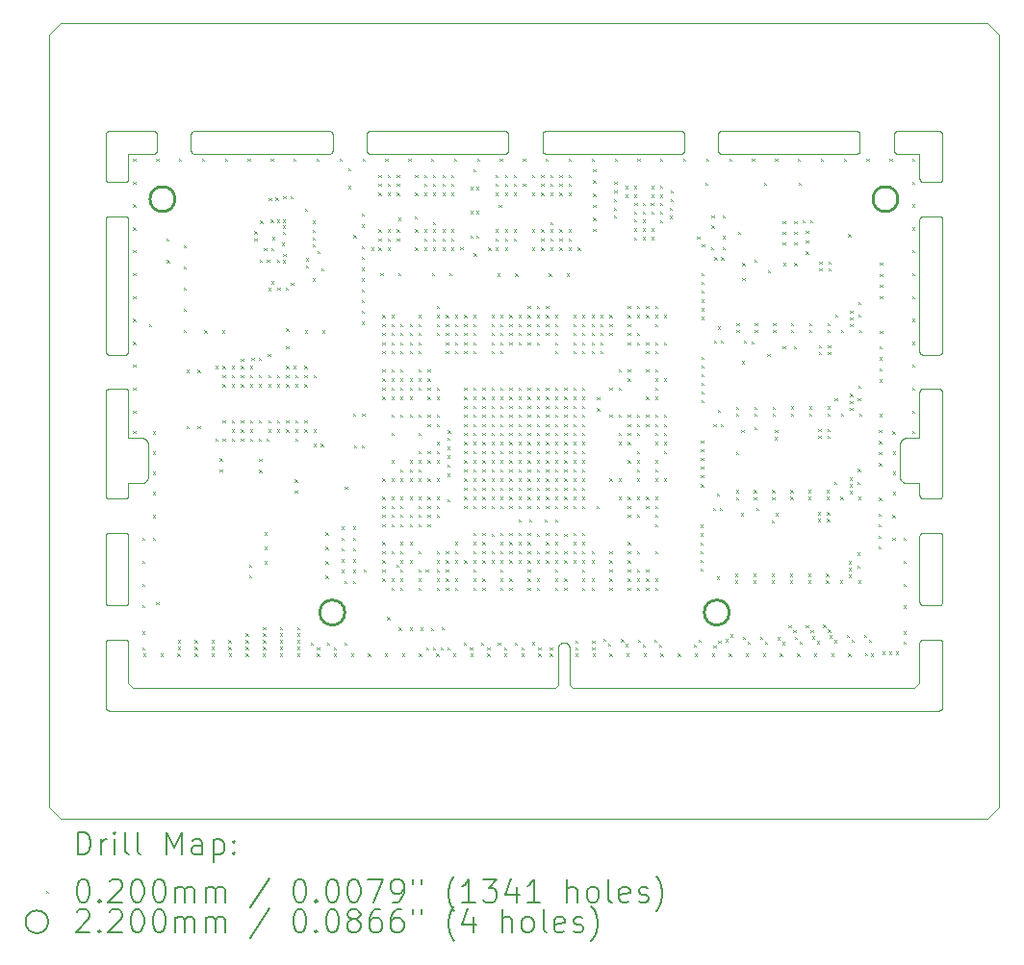
<source format=gbr>
%TF.GenerationSoftware,KiCad,Pcbnew,9.0.0*%
%TF.CreationDate,2025-10-22T11:33:18+02:00*%
%TF.ProjectId,ecap5-bsom-frame,65636170-352d-4627-936f-6d2d6672616d,rev?*%
%TF.SameCoordinates,Original*%
%TF.FileFunction,Drillmap*%
%TF.FilePolarity,Positive*%
%FSLAX45Y45*%
G04 Gerber Fmt 4.5, Leading zero omitted, Abs format (unit mm)*
G04 Created by KiCad (PCBNEW 9.0.0) date 2025-10-22 11:33:18*
%MOMM*%
%LPD*%
G01*
G04 APERTURE LIST*
%ADD10C,0.100000*%
%ADD11C,0.200000*%
%ADD12C,0.220000*%
G04 APERTURE END LIST*
D10*
X11196969Y-7424144D02*
X11198433Y-7424036D01*
X18515472Y-7428254D02*
X18516712Y-7429039D01*
X11350173Y-7122252D02*
X11348779Y-7122712D01*
X18508780Y-7425287D02*
X18510173Y-7425748D01*
X14695139Y-3147129D02*
X14693797Y-3147724D01*
X16562631Y-2964528D02*
X16563416Y-2963288D01*
X18112246Y-3140179D02*
X18111287Y-3139068D01*
X18159741Y-6009210D02*
X18158376Y-6005525D01*
X13469663Y-3134195D02*
X13469003Y-3132884D01*
X11354195Y-6487530D02*
X11355472Y-6488254D01*
X18332871Y-6166884D02*
X18332276Y-6165542D01*
X18929734Y-9000000D02*
X18930058Y-8999992D01*
X14696450Y-3146469D02*
X14695139Y-3147129D01*
X18333531Y-3383195D02*
X18332871Y-3381884D01*
X13142065Y-3149425D02*
X13140620Y-3149676D01*
X11367129Y-4900884D02*
X11366469Y-4902195D01*
X14707216Y-3136711D02*
X14706371Y-3137911D01*
X14698966Y-2955039D02*
X14700166Y-2955884D01*
X11175039Y-7110711D02*
X11174254Y-7109472D01*
X11362254Y-4908180D02*
X11361242Y-4909242D01*
X11359068Y-6177213D02*
X11357911Y-6178116D01*
X11343031Y-4917856D02*
X11341567Y-4917964D01*
X18528252Y-7104173D02*
X18527724Y-7105542D01*
X15014531Y-2968458D02*
X15015126Y-2967116D01*
X15151012Y-7490096D02*
X15151240Y-7489001D01*
X11191220Y-7425287D02*
X11192635Y-7424896D01*
X18504487Y-2950324D02*
X18505933Y-2950574D01*
X18334254Y-6498528D02*
X18335039Y-6497288D01*
X16564262Y-2962089D02*
X16565164Y-2960932D01*
X15034890Y-3149104D02*
X15033475Y-3148712D01*
X15154985Y-7478322D02*
X15155666Y-7476994D01*
X18529964Y-3370567D02*
X18529856Y-3372031D01*
X18501567Y-8049964D02*
X18500099Y-8050000D01*
X15180372Y-7454070D02*
X15181746Y-7453491D01*
X11544959Y-5714217D02*
X11545000Y-5715784D01*
X11513815Y-5659562D02*
X11516891Y-5661560D01*
X16253338Y-3136711D02*
X16252493Y-3137911D01*
X18337746Y-7114179D02*
X18336787Y-7113068D01*
X14708724Y-2965805D02*
X14709384Y-2967116D01*
X18332871Y-7106884D02*
X18332276Y-7105542D01*
X11486792Y-5650379D02*
X11487956Y-5650540D01*
X14711680Y-3125933D02*
X14711359Y-3127365D01*
X13155201Y-3143213D02*
X13154044Y-3144116D01*
X16583890Y-3149676D02*
X16582444Y-3149425D01*
X11170144Y-3725969D02*
X11170324Y-3724513D01*
X18332276Y-7105542D02*
X18331748Y-7104173D01*
X18337746Y-6493820D02*
X18338758Y-6492757D01*
X17774599Y-3150000D02*
X16588279Y-3150000D01*
X11360179Y-3706745D02*
X11361242Y-3707757D01*
X18523213Y-3709932D02*
X18524116Y-3711089D01*
X11920046Y-2978433D02*
X11920154Y-2976969D01*
X18512884Y-3396129D02*
X18511542Y-3396724D01*
X11370000Y-3150368D02*
X11370000Y-3369099D01*
X11506421Y-6044343D02*
X11504974Y-6044942D01*
X11196969Y-6484144D02*
X11198433Y-6484036D01*
X18187167Y-6041030D02*
X18184155Y-6039152D01*
X16579598Y-3148712D02*
X16578204Y-3148252D01*
X11170324Y-7449513D02*
X11170575Y-7448067D01*
X18332276Y-6502458D02*
X18332871Y-6501116D01*
X18187167Y-5658970D02*
X18188474Y-5658201D01*
X18517911Y-3704884D02*
X18519068Y-3705787D01*
X11345933Y-3699574D02*
X11347365Y-3699896D01*
X18120305Y-3146469D02*
X18119028Y-3145746D01*
X11187116Y-7121129D02*
X11185805Y-7120469D01*
X15177206Y-7455539D02*
X15178551Y-7454892D01*
X18344528Y-3703254D02*
X18345805Y-3702530D01*
X18508780Y-3700287D02*
X18510173Y-3700748D01*
X11188458Y-2952276D02*
X11189827Y-2951748D01*
X15020000Y-3140179D02*
X15019042Y-3139068D01*
X15248124Y-7486592D02*
X15248434Y-7487667D01*
X18125720Y-2951287D02*
X18127135Y-2950896D01*
X18339820Y-7116254D02*
X18338758Y-7115242D01*
X11178758Y-6492757D02*
X11179820Y-6491745D01*
X11171748Y-3379173D02*
X11171288Y-3377779D01*
X11517220Y-6038226D02*
X11513815Y-6040437D01*
X18334254Y-4903472D02*
X18333531Y-4902195D01*
X16258054Y-3124487D02*
X16257803Y-3125933D01*
X11170324Y-6509513D02*
X11170575Y-6508067D01*
X11369856Y-7097031D02*
X11369676Y-7098487D01*
X15219288Y-7453917D02*
X15221449Y-7454892D01*
X13152844Y-2955039D02*
X13154044Y-2955884D01*
X16575494Y-3147129D02*
X16574183Y-3146469D01*
X15214846Y-7452300D02*
X15215918Y-7452623D01*
X11487956Y-5650540D02*
X11492353Y-5651236D01*
X11925894Y-2962089D02*
X11926797Y-2960932D01*
X11932098Y-3144116D02*
X11930941Y-3143213D01*
X15151876Y-7486592D02*
X15152575Y-7484326D01*
X11182089Y-5223884D02*
X11183288Y-5223039D01*
X11343031Y-7123856D02*
X11341567Y-7123964D01*
X15202617Y-7450112D02*
X15203735Y-7450161D01*
X11189827Y-8048252D02*
X11188458Y-8047724D01*
X18330000Y-7453901D02*
X18330036Y-7452433D01*
X11172871Y-5235116D02*
X11173531Y-5233805D01*
X11170000Y-7453901D02*
X11170036Y-7452433D01*
X18343288Y-3393961D02*
X18342089Y-3393116D01*
X14691034Y-2951287D02*
X14692428Y-2951748D01*
X13472016Y-3137911D02*
X13471171Y-3136711D01*
X11367724Y-3717458D02*
X11368252Y-3718827D01*
X18522254Y-6174179D02*
X18521242Y-6175242D01*
X14710507Y-3130173D02*
X14709979Y-3131542D01*
X13163262Y-2967116D02*
X13163856Y-2968458D01*
X15037768Y-2950324D02*
X15039224Y-2950144D01*
X13479421Y-3144961D02*
X13478221Y-3144116D01*
X11948443Y-3149964D02*
X11946979Y-3149856D01*
X14708001Y-2964528D02*
X14708724Y-2965805D01*
X13466168Y-3121567D02*
X13466132Y-3120099D01*
X11365746Y-3713528D02*
X11366469Y-3714805D01*
X18343288Y-5223039D02*
X18344528Y-5222254D01*
X13157375Y-3141242D02*
X13156312Y-3142254D01*
X16581012Y-3149104D02*
X16579598Y-3148712D01*
X11188458Y-7426276D02*
X11189827Y-7425748D01*
X11616479Y-2965805D02*
X11617139Y-2967116D01*
X15012291Y-3121567D02*
X15012255Y-3120099D01*
X18528252Y-3379173D02*
X18527724Y-3380542D01*
X11370366Y-3150000D02*
X11370104Y-3150006D01*
X15149741Y-7825258D02*
X15149964Y-7825024D01*
X16232865Y-3149676D02*
X16231408Y-3149856D01*
X18530000Y-7094099D02*
X18529964Y-7095567D01*
X16238550Y-2951748D02*
X16239920Y-2952276D01*
X11544490Y-5707040D02*
X11544621Y-5708208D01*
X16579598Y-2951287D02*
X16581012Y-2950896D01*
X18358433Y-3398964D02*
X18356969Y-3398856D01*
X11170036Y-5246433D02*
X11170144Y-5244969D01*
X18504487Y-6183676D02*
X18503031Y-6183856D01*
X18334254Y-5232528D02*
X18335039Y-5231288D01*
X11170036Y-2978433D02*
X11170144Y-2976969D01*
X11367129Y-3381884D02*
X11366469Y-3383195D01*
X18330896Y-6506635D02*
X18331288Y-6505220D01*
X11185805Y-7427530D02*
X11187116Y-7426871D01*
X18220759Y-6050000D02*
X18219242Y-6049961D01*
X11523478Y-5666713D02*
X11524346Y-5667505D01*
X18510173Y-2951748D02*
X18511542Y-2952276D01*
X18343288Y-7429039D02*
X18344528Y-7428254D01*
X18332276Y-3717458D02*
X18332871Y-3716116D01*
X11945523Y-2950324D02*
X11946979Y-2950144D01*
X18529676Y-3724513D02*
X18529856Y-3725969D01*
X18105788Y-2971220D02*
X18106248Y-2969827D01*
X11170000Y-6513901D02*
X11170036Y-6512433D01*
X17781865Y-3149104D02*
X17780433Y-3149425D01*
X15012399Y-3123031D02*
X15012291Y-3121567D01*
X18330000Y-3369099D02*
X18330000Y-3150368D01*
X11604205Y-2953530D02*
X11605481Y-2954254D01*
X18330324Y-7449513D02*
X18330575Y-7448067D01*
X16558521Y-2976969D02*
X16558701Y-2975513D01*
X11479216Y-6050000D02*
X11370368Y-6050000D01*
X11183288Y-8044961D02*
X11182089Y-8044116D01*
X14709384Y-3132884D02*
X14708724Y-3134195D01*
X11369676Y-6509513D02*
X11369856Y-6510969D01*
X11949911Y-2950000D02*
X13136231Y-2950000D01*
X11188458Y-8047724D02*
X11187116Y-8047129D01*
X11360179Y-7116254D02*
X11359068Y-7117213D01*
X13493102Y-3149856D02*
X13491645Y-3149676D01*
X18339820Y-3706745D02*
X18340932Y-3705787D01*
X11348779Y-6182712D02*
X11347365Y-6183104D01*
X18355513Y-6484324D02*
X18356969Y-6484144D01*
X11345933Y-7424574D02*
X11347365Y-7424896D01*
X11170575Y-5242067D02*
X11170896Y-5240635D01*
X11188458Y-5220276D02*
X11189827Y-5219748D01*
X11348779Y-3700287D02*
X11350173Y-3700748D01*
X13139163Y-2950144D02*
X13140620Y-2950324D01*
X18512884Y-8047129D02*
X18511542Y-8047724D01*
X18354067Y-4917425D02*
X18352635Y-4917104D01*
X11535298Y-6019043D02*
X11534479Y-6020379D01*
X16256630Y-2969827D02*
X16257090Y-2971220D01*
X15248703Y-7488754D02*
X15248759Y-7489001D01*
X16237157Y-2951287D02*
X16238550Y-2951748D01*
X18106248Y-2969827D02*
X18106776Y-2968458D01*
X14701323Y-3143213D02*
X14700166Y-3144116D01*
X18527129Y-4900884D02*
X18526469Y-4902195D01*
X11365746Y-6498528D02*
X11366469Y-6499805D01*
X18514195Y-6180469D02*
X18512884Y-6181129D01*
X18155122Y-5988290D02*
X18155083Y-5986779D01*
X18171900Y-6028631D02*
X18169341Y-6025650D01*
X18529964Y-4889567D02*
X18529856Y-4891031D01*
X18352635Y-6484896D02*
X18354067Y-6484574D01*
X11619435Y-2974067D02*
X11619686Y-2975513D01*
X14685286Y-2950144D02*
X14686742Y-2950324D01*
X11170575Y-8025933D02*
X11170324Y-8024487D01*
X18217835Y-5650082D02*
X18329632Y-5650000D01*
X18510173Y-5219748D02*
X18511542Y-5220276D01*
X15196265Y-7450161D02*
X15197382Y-7450084D01*
X15152575Y-7484326D02*
X15153050Y-7482912D01*
X16238550Y-3148252D02*
X16237157Y-3148712D01*
X18117788Y-3144961D02*
X18116589Y-3144116D01*
X13488767Y-2950896D02*
X13490199Y-2950574D01*
X18332871Y-7441116D02*
X18333531Y-7439805D01*
X15168849Y-7460937D02*
X15170038Y-7460037D01*
X13147675Y-2952276D02*
X13149016Y-2952871D01*
X18505933Y-6484574D02*
X18507365Y-6484896D01*
X18338758Y-5226758D02*
X18339820Y-5225746D01*
X18529104Y-2972635D02*
X18529425Y-2974067D01*
X15022075Y-2957745D02*
X15023187Y-2956787D01*
X11594497Y-2950324D02*
X11595943Y-2950574D01*
X11184528Y-3703254D02*
X11185805Y-3702530D01*
X11530482Y-6025880D02*
X11529465Y-6027071D01*
X18356969Y-6484144D02*
X18358433Y-6484036D01*
X10769641Y-8999741D02*
X10769876Y-8999964D01*
X11182089Y-2955884D02*
X11183288Y-2955039D01*
X11178758Y-7115242D02*
X11177746Y-7114179D01*
X18528712Y-6162779D02*
X18528252Y-6164173D01*
X15232294Y-7461897D02*
X15234072Y-7463466D01*
X17798616Y-3137911D02*
X17797713Y-3139068D01*
X16241261Y-2952871D02*
X16242572Y-2953530D01*
X15250260Y-7825260D02*
X15274740Y-7849740D01*
X18527724Y-4899542D02*
X18527129Y-4900884D01*
X18529964Y-6512433D02*
X18530000Y-6513901D01*
X11359068Y-5224787D02*
X11360179Y-5225746D01*
X18107371Y-3132884D02*
X18106776Y-3131542D01*
X15250000Y-7824634D02*
X15250008Y-7824958D01*
X11175039Y-7437288D02*
X11175884Y-7436089D01*
X18930359Y-2000259D02*
X18930124Y-2000035D01*
X18508780Y-7122712D02*
X18507365Y-7123104D01*
X15229962Y-7460037D02*
X15231151Y-7460937D01*
X18335039Y-5231288D02*
X18335884Y-5230089D01*
X14711359Y-3127365D02*
X14710967Y-3128779D01*
X15163363Y-7466005D02*
X15164129Y-7465190D01*
X11543060Y-6000680D02*
X11542763Y-6001817D01*
X18930124Y-8999964D02*
X18930359Y-8999741D01*
X11348779Y-5219288D02*
X11350173Y-5219748D01*
X11365746Y-4903472D02*
X11364961Y-4904712D01*
X13147675Y-3147724D02*
X13146305Y-3148252D01*
X11602894Y-3147129D02*
X11601552Y-3147724D01*
X13478221Y-3144116D02*
X13477064Y-3143213D01*
X11368712Y-3377779D02*
X11368252Y-3379173D01*
X11369964Y-3370567D02*
X11369856Y-3372031D01*
X11538394Y-5686565D02*
X11540045Y-5690273D01*
X18184155Y-5660848D02*
X18187167Y-5658970D01*
X18338758Y-3390242D02*
X18337746Y-3389179D01*
X16228476Y-2950000D02*
X16229945Y-2950036D01*
X15164129Y-7465190D02*
X15164306Y-7465008D01*
X11184528Y-5222254D02*
X11185805Y-5221531D01*
X18529856Y-8023031D02*
X18529676Y-8024487D01*
X18113258Y-3141242D02*
X18112246Y-3140179D01*
X13154044Y-3144116D02*
X13152844Y-3144961D01*
X18358433Y-5218036D02*
X18359901Y-5218000D01*
X11170575Y-2974067D02*
X11170896Y-2972635D01*
X11494657Y-5651695D02*
X11495680Y-5651940D01*
X18356969Y-4917856D02*
X18355513Y-4917676D01*
X11170036Y-6512433D02*
X11170144Y-6510969D01*
X15025543Y-2955039D02*
X15026783Y-2954254D01*
X16239920Y-2952276D02*
X16241261Y-2952871D01*
X18500099Y-6184000D02*
X18359901Y-6184000D01*
X18358433Y-3699036D02*
X18359901Y-3699000D01*
X11360179Y-7431745D02*
X11361242Y-7432757D01*
X11198433Y-5218036D02*
X11199901Y-5218000D01*
X18930360Y-8999740D02*
X19029740Y-8900360D01*
X17799461Y-2963288D02*
X17800246Y-2964528D01*
X11363213Y-3388068D02*
X11362254Y-3389179D01*
X11194067Y-6484574D02*
X11195513Y-6484324D01*
X18501567Y-5218036D02*
X18503031Y-5218144D01*
X11369676Y-6158487D02*
X11369425Y-6159933D01*
X14711680Y-2974067D02*
X14711931Y-2975513D01*
X15039224Y-3149856D02*
X15037768Y-3149676D01*
X11593041Y-3149856D02*
X11591577Y-3149964D01*
X18168617Y-5675226D02*
X18169341Y-5674350D01*
X11187116Y-6181129D02*
X11185805Y-6180469D01*
X18340932Y-7117213D02*
X18339820Y-7116254D01*
X18521242Y-3390242D02*
X18520180Y-3391254D01*
X18335039Y-6170711D02*
X18334254Y-6169472D01*
X18345805Y-6180469D02*
X18344528Y-6179746D01*
X18527129Y-3716116D02*
X18527724Y-3717458D01*
X17776067Y-2950036D02*
X17777531Y-2950144D01*
X13490199Y-3149425D02*
X13488767Y-3149104D01*
X18329896Y-3150006D02*
X18329634Y-3150000D01*
X11364961Y-6497288D02*
X11365746Y-6498528D01*
X15245015Y-7478322D02*
X15245628Y-7479682D01*
X11187116Y-4915129D02*
X11185805Y-4914469D01*
X18529104Y-5240635D02*
X18529425Y-5242067D01*
X11495680Y-5651940D02*
X11496817Y-5652237D01*
X11536853Y-5683533D02*
X11537354Y-5684457D01*
X11361242Y-4909242D02*
X11360179Y-4910254D01*
X15042156Y-3150000D02*
X15040688Y-3149964D01*
X11921758Y-2969827D02*
X11922286Y-2968458D01*
X11937126Y-3147129D02*
X11935815Y-3146469D01*
X18206923Y-6048632D02*
X18205446Y-6048289D01*
X18522254Y-4908180D02*
X18521242Y-4909242D01*
X18330000Y-7094099D02*
X18330000Y-6513901D01*
X15211118Y-7451290D02*
X15212564Y-7451658D01*
X11360179Y-6176254D02*
X11359068Y-6177213D01*
X15249826Y-7496513D02*
X15249963Y-7499254D01*
X18349827Y-4916252D02*
X18348458Y-4915724D01*
X11195513Y-4917676D02*
X11194067Y-4917425D01*
X11364961Y-3385711D02*
X11364116Y-3386911D01*
X18330896Y-3376365D02*
X18330575Y-3374933D01*
X11606721Y-3144961D02*
X11605481Y-3145746D01*
X15014003Y-2969827D02*
X15014531Y-2968458D01*
X18529856Y-7450969D02*
X18529964Y-7452433D01*
X15042156Y-2950000D02*
X16228476Y-2950000D01*
X18529104Y-7101365D02*
X18528712Y-7102779D01*
X16257481Y-2972635D02*
X16257803Y-2974067D01*
X17803604Y-2972635D02*
X17803925Y-2974067D01*
X16258341Y-3121567D02*
X16258233Y-3123031D01*
X18354067Y-6183425D02*
X18352635Y-6183104D01*
X18335884Y-7436089D02*
X18336787Y-7434932D01*
X18167324Y-6023049D02*
X18166668Y-6022120D01*
X18342089Y-3393116D02*
X18340932Y-3392213D01*
X18330575Y-6159933D02*
X18330324Y-6158487D01*
X18338758Y-6175242D02*
X18337746Y-6174179D01*
X11614126Y-3137911D02*
X11613223Y-3139068D01*
X18127135Y-2950896D02*
X18128567Y-2950574D01*
X18344528Y-5222254D02*
X18345805Y-5221531D01*
X11619974Y-2978433D02*
X11620010Y-2979901D01*
X18521242Y-5226758D02*
X18522254Y-5227820D01*
X16231408Y-3149856D02*
X16229945Y-3149964D01*
X15174166Y-7457252D02*
X15175896Y-7456253D01*
X11172276Y-3380542D02*
X11171748Y-3379173D01*
X18507365Y-6183104D02*
X18505933Y-6183425D01*
X11350173Y-3397252D02*
X11348779Y-3397712D01*
X16585347Y-2950144D02*
X16586810Y-2950036D01*
X15205103Y-7450276D02*
X15206214Y-7450409D01*
X11369676Y-3724513D02*
X11369856Y-3725969D01*
X11177746Y-7433820D02*
X11178758Y-7432757D01*
X11364116Y-7436089D02*
X11364961Y-7437288D01*
X18349827Y-3397252D02*
X18348458Y-3396724D01*
X18510173Y-8048252D02*
X18508780Y-8048712D01*
X11492353Y-5651236D02*
X11493510Y-5651443D01*
X18333531Y-4902195D02*
X18332871Y-4900884D01*
X11537879Y-6014491D02*
X11537131Y-6015867D01*
X11351542Y-7121724D02*
X11350173Y-7122252D01*
X18343288Y-7118961D02*
X18342089Y-7118116D01*
X11340099Y-3699000D02*
X11341567Y-3699036D01*
X11175039Y-6170711D02*
X11174254Y-6169472D01*
X18520180Y-6491745D02*
X18521242Y-6492757D01*
X11170036Y-3727433D02*
X11170144Y-3725969D01*
X11369425Y-7099933D02*
X11369104Y-7101365D01*
X17804356Y-2976969D02*
X17804464Y-2978433D01*
X18340932Y-6177213D02*
X18339820Y-6176254D01*
X18333531Y-3714805D02*
X18334254Y-3713528D01*
X17788695Y-2953530D02*
X17789972Y-2954254D01*
X11195513Y-6484324D02*
X11196969Y-6484144D01*
X11340099Y-4918000D02*
X11199901Y-4918000D01*
X15015126Y-2967116D02*
X15015785Y-2965805D01*
X11195513Y-2950324D02*
X11196969Y-2950144D01*
X16559665Y-3128779D02*
X16559273Y-3127365D01*
X11368712Y-3720220D02*
X11369104Y-3721635D01*
X11196969Y-6183856D02*
X11195513Y-6183676D01*
X18519068Y-4911213D02*
X18517911Y-4912116D01*
X11192635Y-5218896D02*
X11194067Y-5218575D01*
X18529964Y-8021567D02*
X18529856Y-8023031D01*
X11502176Y-5653954D02*
X11503286Y-5654339D01*
X17800246Y-3135472D02*
X17799461Y-3136711D01*
X11525109Y-5668229D02*
X11525945Y-5669054D01*
X18330000Y-3150366D02*
X18329994Y-3150104D01*
X11367724Y-3380542D02*
X11367129Y-3381884D01*
X18335884Y-7111911D02*
X18335039Y-7110711D01*
X13487353Y-2951287D02*
X13488767Y-2950896D01*
X18124327Y-3148252D02*
X18122958Y-3147724D01*
X18505933Y-3398425D02*
X18504487Y-3398676D01*
X11341567Y-7123964D02*
X11340099Y-7124000D01*
X16229945Y-2950036D02*
X16231408Y-2950144D01*
X11348779Y-4916712D02*
X11347365Y-4917104D01*
X11521779Y-6034728D02*
X11520891Y-6035497D01*
X11173531Y-7439805D02*
X11174254Y-7438528D01*
X11926797Y-3139068D02*
X11925894Y-3137911D01*
X11542422Y-6002941D02*
X11541167Y-6006802D01*
X11601552Y-3147724D02*
X11600183Y-3148252D01*
X18332276Y-5236458D02*
X18332871Y-5235116D01*
X15018139Y-3137911D02*
X15017294Y-3136711D01*
X11174254Y-7109472D02*
X11173531Y-7108195D01*
X16566123Y-2959820D02*
X16567135Y-2958757D01*
X18182890Y-6038318D02*
X18181667Y-6037421D01*
X11501550Y-6046257D02*
X11500073Y-6046779D01*
X15013542Y-2971220D02*
X15014003Y-2969827D01*
X11364116Y-3711089D02*
X11364961Y-3712288D01*
X17804176Y-2975513D02*
X17804356Y-2976969D01*
X15012829Y-2974067D02*
X15013151Y-2972635D01*
X17802224Y-2968458D02*
X17802752Y-2969827D01*
X18188474Y-6041799D02*
X18187167Y-6041030D01*
X18525746Y-7109472D02*
X18524961Y-7110711D01*
X11174254Y-4903472D02*
X11173531Y-4902195D01*
X17804176Y-3124487D02*
X17803925Y-3125933D01*
X13466707Y-3125933D02*
X13466456Y-3124487D01*
X11922881Y-3132884D02*
X11922286Y-3131542D01*
X15165102Y-7464222D02*
X15165928Y-7463466D01*
X11183288Y-7118961D02*
X11182089Y-7118116D01*
X15151297Y-7488754D02*
X15151566Y-7487667D01*
X18503031Y-2950144D02*
X18504487Y-2950324D01*
X17804464Y-2978433D02*
X17804500Y-2979901D01*
X18504487Y-8049676D02*
X18503031Y-8049856D01*
X11360179Y-6491745D02*
X11361242Y-6492757D01*
X18522254Y-5227820D02*
X18523213Y-5228932D01*
X18347116Y-7426871D02*
X18348458Y-7426276D01*
X10670259Y-2099641D02*
X10670036Y-2099876D01*
X18330144Y-7097031D02*
X18330036Y-7095567D01*
X11370000Y-3728901D02*
X11370000Y-4888099D01*
X18504487Y-7123676D02*
X18503031Y-7123856D01*
X11194067Y-7424574D02*
X11195513Y-7424324D01*
X18529856Y-7097031D02*
X18529676Y-7098487D01*
X18155606Y-5706286D02*
X18155771Y-5705161D01*
X11192635Y-6183104D02*
X11191220Y-6182712D01*
X13473878Y-2959820D02*
X13474890Y-2958757D01*
X18501567Y-3699036D02*
X18503031Y-3699144D01*
X11187116Y-8047129D02*
X11185805Y-8046469D01*
X11615756Y-3135472D02*
X11614971Y-3136711D01*
X11189827Y-3397252D02*
X11188458Y-3396724D01*
X11520891Y-6035497D02*
X11519973Y-6036230D01*
X11540644Y-6008279D02*
X11540045Y-6009727D01*
X18335884Y-3386911D02*
X18335039Y-3385711D01*
X18507365Y-3699896D02*
X18508780Y-3700287D01*
X11194067Y-3398425D02*
X11192635Y-3398104D01*
X15034890Y-2950896D02*
X15036322Y-2950574D01*
X13149016Y-2952871D02*
X13150327Y-2953530D01*
X17799461Y-3136711D02*
X17798616Y-3137911D01*
X11196969Y-7123856D02*
X11195513Y-7123676D01*
X18167926Y-6023870D02*
X18167324Y-6023049D01*
X16586810Y-2950036D02*
X16588279Y-2950000D01*
X18205446Y-6048289D02*
X18202011Y-6047399D01*
X18527724Y-6502458D02*
X18528252Y-6503827D01*
X13157375Y-2958757D02*
X13158387Y-2959820D01*
X11176787Y-3388068D02*
X11175884Y-3386911D01*
X15030713Y-2952276D02*
X15032082Y-2951748D01*
X11173531Y-2965805D02*
X11174254Y-2964528D01*
X13479421Y-2955039D02*
X13480661Y-2954254D01*
X18517911Y-6178116D02*
X18516712Y-6178961D01*
X18343288Y-6178961D02*
X18342089Y-6178116D01*
X18358433Y-4917964D02*
X18356969Y-4917856D01*
X11545000Y-5984216D02*
X11544959Y-5985783D01*
X11177746Y-2959820D02*
X11178758Y-2958757D01*
X18523213Y-7113068D02*
X18522254Y-7114179D01*
X18287214Y-7850000D02*
X18287538Y-7849992D01*
X14712219Y-3121567D02*
X14712111Y-3123031D01*
X17796754Y-3140179D02*
X17795742Y-3141242D01*
X14682354Y-3150000D02*
X13496034Y-3150000D01*
X15248759Y-7489001D02*
X15248988Y-7490096D01*
X18524961Y-4904712D02*
X18524116Y-4905911D01*
X11597375Y-3149104D02*
X11595943Y-3149425D01*
X18530000Y-4888099D02*
X18529964Y-4889567D01*
X11368252Y-7104173D02*
X11367724Y-7105542D01*
X11369676Y-5243513D02*
X11369856Y-5244969D01*
X18519068Y-3392213D02*
X18517911Y-3393116D01*
X13483248Y-3147129D02*
X13481938Y-3146469D01*
X15249714Y-7495025D02*
X15249826Y-7496513D01*
X11199901Y-8050000D02*
X11198433Y-8049964D01*
X11183288Y-6489039D02*
X11184528Y-6488254D01*
X16567135Y-2958757D02*
X16568198Y-2957745D01*
X18358433Y-7424036D02*
X18359901Y-7424000D01*
X11363213Y-3709932D02*
X11364116Y-3711089D01*
X18505933Y-6183425D02*
X18504487Y-6183676D01*
X18517911Y-4912116D02*
X18516712Y-4912961D01*
X18343288Y-6489039D02*
X18344528Y-6488254D01*
X13137699Y-3149964D02*
X13136231Y-3150000D01*
X18525746Y-4903472D02*
X18524961Y-4904712D01*
X11187116Y-3701871D02*
X11188458Y-3701276D01*
X11365746Y-3384472D02*
X11364961Y-3385711D01*
X11370000Y-6513901D02*
X11370000Y-7094099D01*
X11368712Y-5239220D02*
X11369104Y-5240635D01*
X18359901Y-5218000D02*
X18500099Y-5218000D01*
X18529425Y-6159933D02*
X18529104Y-6161365D01*
X18529425Y-2974067D02*
X18529676Y-2975513D01*
X18524116Y-3711089D02*
X18524961Y-3712288D01*
X18524116Y-7436089D02*
X18524961Y-7437288D01*
X13161093Y-2963288D02*
X13161878Y-2964528D01*
X16254123Y-2964528D02*
X16254847Y-2965805D01*
X11617139Y-2967116D02*
X11617734Y-2968458D01*
X15175896Y-7456253D02*
X15177206Y-7455539D01*
X11614971Y-2963288D02*
X11615756Y-2964528D01*
X18107371Y-2967116D02*
X18108031Y-2965805D01*
X11538553Y-6013077D02*
X11537879Y-6014491D01*
X16254847Y-3134195D02*
X16254123Y-3135472D01*
X11609078Y-3143213D02*
X11607921Y-3144116D01*
X18331288Y-3720220D02*
X18331748Y-3718827D01*
X18529425Y-4893933D02*
X18529104Y-4895365D01*
X11412161Y-7849741D02*
X11412396Y-7849964D01*
X18333531Y-7439805D02*
X18334254Y-7438528D01*
X18344528Y-7428254D02*
X18345805Y-7427530D01*
X11177746Y-8040179D02*
X11176787Y-8039068D01*
X18503031Y-8049856D02*
X18501567Y-8049964D01*
X11369104Y-6161365D02*
X11368712Y-6162779D01*
X18515472Y-7119746D02*
X18514195Y-7120469D01*
X18119028Y-3145746D02*
X18117788Y-3144961D01*
X11170896Y-3376365D02*
X11170575Y-3374933D01*
X11512479Y-5658744D02*
X11513815Y-5659562D01*
X16256101Y-3131542D02*
X16255507Y-3132884D01*
X18523213Y-5228932D02*
X18524116Y-5230089D01*
X11173531Y-3383195D02*
X11172871Y-3381884D01*
X11359068Y-7117213D02*
X11357911Y-7118116D01*
X11198433Y-7123964D02*
X11196969Y-7123856D01*
X11369425Y-3723067D02*
X11369676Y-3724513D01*
X11180932Y-3705787D02*
X11182089Y-3704884D01*
X16257803Y-2974067D02*
X16258054Y-2975513D01*
X11184528Y-6488254D02*
X11185805Y-6487530D01*
X15246950Y-7482912D02*
X15247425Y-7484326D01*
X15153595Y-7481523D02*
X15154371Y-7479682D01*
X11618722Y-3128779D02*
X11618262Y-3130173D01*
X18501567Y-7424036D02*
X18503031Y-7424144D01*
X11359068Y-6490787D02*
X11360179Y-6491745D01*
X18173988Y-5669171D02*
X18176561Y-5666726D01*
X11355472Y-4913746D02*
X11354195Y-4914469D01*
X15150037Y-7499254D02*
X15150174Y-7496513D01*
X18529964Y-7452433D02*
X18530000Y-7453901D01*
X18155000Y-5715763D02*
X18155039Y-5714237D01*
X11199901Y-4918000D02*
X11198433Y-4917964D01*
X18526469Y-3714805D02*
X18527129Y-3716116D01*
X18356969Y-5218144D02*
X18358433Y-5218036D01*
X11370260Y-7807840D02*
X11412160Y-7849740D01*
X11362254Y-3389179D02*
X11361242Y-3390242D01*
X18159645Y-5691030D02*
X18161194Y-5687420D01*
X18336787Y-4907068D02*
X18335884Y-4905911D01*
X18524116Y-8037911D02*
X18523213Y-8039068D01*
X11920154Y-2976969D02*
X11920333Y-2975513D01*
X18515472Y-4913746D02*
X18514195Y-4914469D01*
X18330575Y-4893933D02*
X18330324Y-4892487D01*
X18127135Y-3149104D02*
X18125720Y-3148712D01*
X15012291Y-2978433D02*
X15012399Y-2976969D01*
X18527724Y-3717458D02*
X18528252Y-3718827D01*
X11369425Y-6508067D02*
X11369676Y-6509513D01*
X18345805Y-3395469D02*
X18344528Y-3394746D01*
X13159345Y-3139068D02*
X13158387Y-3140179D01*
X18511542Y-7426276D02*
X18512884Y-7426871D01*
X11613223Y-3139068D02*
X11612264Y-3140179D01*
X11199901Y-7424000D02*
X11340099Y-7424000D01*
X18208416Y-6048899D02*
X18206923Y-6048632D01*
X18351220Y-3397712D02*
X18349827Y-3397252D01*
X11519425Y-5663401D02*
X11522580Y-5665956D01*
X11191220Y-7122712D02*
X11189827Y-7122252D01*
X11935815Y-3146469D02*
X11934538Y-3145746D01*
X13475953Y-2957745D02*
X13477064Y-2956787D01*
X18519068Y-7430787D02*
X18520180Y-7431745D01*
X11607921Y-2955884D02*
X11609078Y-2956787D01*
X15032082Y-2951748D02*
X15033475Y-2951287D01*
X11170144Y-7450969D02*
X11170324Y-7449513D01*
X18354067Y-6484574D02*
X18355513Y-6484324D01*
X17802224Y-3131542D02*
X17801629Y-3132884D01*
X18529676Y-6509513D02*
X18529856Y-6510969D01*
X18525746Y-6169472D02*
X18524961Y-6170711D01*
X18340932Y-5224787D02*
X18342089Y-5223884D01*
X18329632Y-6050000D02*
X18220759Y-6050000D01*
X14709384Y-2967116D02*
X14709979Y-2968458D01*
X14710507Y-2969827D02*
X14710967Y-2971220D01*
X11486790Y-6049603D02*
X11485228Y-6049726D01*
X16253338Y-2963288D02*
X16254123Y-2964528D01*
X11359068Y-7430787D02*
X11360179Y-7431745D01*
X18205807Y-5651588D02*
X18206920Y-5651352D01*
X18130013Y-3149676D02*
X18128567Y-3149425D01*
X18330896Y-7101365D02*
X18330575Y-7099933D01*
X15225834Y-7457252D02*
X15227107Y-7458030D01*
X11927755Y-2959820D02*
X11928767Y-2958757D01*
X15020000Y-2959820D02*
X15021012Y-2958757D01*
X18330324Y-3724513D02*
X18330575Y-3723067D01*
X15239827Y-7469832D02*
X15240698Y-7471044D01*
X11178758Y-5226758D02*
X11179820Y-5225746D01*
X18178861Y-5664752D02*
X18181667Y-5662579D01*
X15206214Y-7450409D02*
X15207320Y-7450582D01*
X11920046Y-3121567D02*
X11920010Y-3120099D01*
X18528252Y-8030173D02*
X18527724Y-8031542D01*
X18529856Y-3372031D02*
X18529676Y-3373487D01*
X18930058Y-2000008D02*
X18929734Y-2000000D01*
X13165988Y-2976969D02*
X13166096Y-2978433D01*
X11194067Y-8049425D02*
X11192635Y-8049104D01*
X11185805Y-6180469D02*
X11184528Y-6179746D01*
X11352884Y-7121129D02*
X11351542Y-7121724D01*
X11350173Y-7425748D02*
X11351542Y-7426276D01*
X11178758Y-3390242D02*
X11177746Y-3389179D01*
X18132933Y-3149964D02*
X18131469Y-3149856D01*
X11942645Y-3149104D02*
X11941230Y-3148712D01*
X15216976Y-7452986D02*
X15217215Y-7453073D01*
X16258341Y-2978433D02*
X16258377Y-2979901D01*
X11518193Y-6037567D02*
X11517220Y-6038226D01*
X18130013Y-2950324D02*
X18131469Y-2950144D01*
X18515472Y-6179746D02*
X18514195Y-6180469D01*
X16258377Y-3120099D02*
X16258341Y-3121567D01*
X11529465Y-6027071D02*
X11527011Y-6029796D01*
X11497941Y-5652578D02*
X11502176Y-5653954D01*
X11188458Y-6486276D02*
X11189827Y-6485748D01*
X11360179Y-3391254D02*
X11359068Y-3392213D01*
X18347116Y-5220871D02*
X18348458Y-5220276D01*
X18330144Y-6510969D02*
X18330324Y-6509513D01*
X18510173Y-7425748D02*
X18511542Y-7426276D01*
X11356711Y-5223039D02*
X11357911Y-5223884D01*
X11352884Y-6486871D02*
X11354195Y-6487530D01*
X11370368Y-5650000D02*
X11482238Y-5650088D01*
X18511542Y-6181724D02*
X18510173Y-6182252D01*
X18526469Y-8034195D02*
X18525746Y-8035472D01*
X11182089Y-6489884D02*
X11183288Y-6489039D01*
X18330000Y-5649632D02*
X18330000Y-5247901D01*
X11198433Y-6484036D02*
X11199901Y-6484000D01*
X15014003Y-3130173D02*
X15013542Y-3128779D01*
X15185042Y-7452344D02*
X15186468Y-7451905D01*
X18155236Y-5989797D02*
X18155122Y-5988290D01*
X18109539Y-3136711D02*
X18108754Y-3135472D01*
X11366469Y-5233805D02*
X11367129Y-5235116D01*
X11180932Y-4911213D02*
X11179820Y-4910254D01*
X15150174Y-7496513D02*
X15150285Y-7495025D01*
X15186468Y-7451905D02*
X15187914Y-7451536D01*
X11174254Y-3713528D02*
X11175039Y-3712288D01*
X18106776Y-2968458D02*
X18107371Y-2967116D01*
X11354195Y-4914469D02*
X11352884Y-4915129D01*
X10670036Y-8900124D02*
X10670259Y-8900359D01*
X11172276Y-7105542D02*
X11171748Y-7104173D01*
X18516712Y-8044961D02*
X18515472Y-8045746D01*
X11191220Y-3397712D02*
X11189827Y-3397252D01*
X11513815Y-6040437D02*
X11512479Y-6041256D01*
X15240698Y-7471044D02*
X15241823Y-7472694D01*
X16578204Y-3148252D02*
X16576835Y-3147724D01*
X14696450Y-2953530D02*
X14697727Y-2954254D01*
X17797713Y-3139068D02*
X17796754Y-3140179D01*
X18331288Y-7445220D02*
X18331748Y-7443827D01*
X18512884Y-4915129D02*
X18511542Y-4915724D01*
X18344528Y-7119746D02*
X18343288Y-7118961D01*
X11347365Y-3699896D02*
X11348779Y-3700287D01*
X14708724Y-3134195D02*
X14708001Y-3135472D01*
X18511542Y-8047724D02*
X18510173Y-8048252D01*
X18529425Y-7099933D02*
X18529104Y-7101365D01*
X11195513Y-3699324D02*
X11196969Y-3699144D01*
X18347116Y-7121129D02*
X18345805Y-7120469D01*
X17774599Y-2950000D02*
X17776067Y-2950036D01*
X11170896Y-4895365D02*
X11170575Y-4893933D01*
X11932098Y-2955884D02*
X11933298Y-2955039D01*
X18287604Y-7849964D02*
X18287839Y-7849741D01*
X11170896Y-7446635D02*
X11171288Y-7445220D01*
X11185805Y-5221531D02*
X11187116Y-5220871D01*
X18527129Y-6501116D02*
X18527724Y-6502458D01*
X18113258Y-2958757D02*
X18114320Y-2957745D01*
X11595943Y-2950574D02*
X11597375Y-2950896D01*
X15245628Y-7479682D02*
X15246404Y-7481523D01*
X16574183Y-2953530D02*
X16575494Y-2952871D01*
X11364116Y-3386911D02*
X11363213Y-3388068D01*
X18332276Y-7442458D02*
X18332871Y-7441116D01*
X18108031Y-2965805D02*
X18108754Y-2964528D01*
X13480661Y-3145746D02*
X13479421Y-3144961D01*
X15154371Y-7479682D02*
X15154985Y-7478322D01*
X13477064Y-3143213D02*
X13475953Y-3142254D01*
X18517911Y-3393116D02*
X18516712Y-3393961D01*
X11364961Y-7437288D02*
X11365746Y-7438528D01*
X16588279Y-3150000D02*
X16586810Y-3149964D01*
X11192635Y-7123104D02*
X11191220Y-7122712D01*
X18342089Y-6178116D02*
X18340932Y-6177213D01*
X11345933Y-5218575D02*
X11347365Y-5218896D01*
X11354195Y-7427530D02*
X11355472Y-7428254D01*
X11351542Y-4915724D02*
X11350173Y-4916252D01*
X11340099Y-3399000D02*
X11199901Y-3399000D01*
X11171288Y-7102779D02*
X11170896Y-7101365D01*
X17801629Y-3132884D02*
X17800969Y-3134195D01*
X18166668Y-6022120D02*
X18166049Y-6021167D01*
X18528252Y-4898173D02*
X18527724Y-4899542D01*
X11924264Y-3135472D02*
X11923540Y-3134195D01*
X11525933Y-6030933D02*
X11524796Y-6032011D01*
X17789972Y-2954254D02*
X17791212Y-2955039D01*
X18172916Y-5670244D02*
X18173988Y-5669171D01*
X11341567Y-6484036D02*
X11343031Y-6484144D01*
X14686742Y-3149676D02*
X14685286Y-3149856D01*
X11922286Y-3131542D02*
X11921758Y-3130173D01*
X16559665Y-2971220D02*
X16560125Y-2969827D01*
X11341567Y-3699036D02*
X11343031Y-3699144D01*
X18177686Y-5665710D02*
X18178861Y-5664752D01*
X11361242Y-7432757D02*
X11362254Y-7433820D01*
X18331748Y-3718827D02*
X18332276Y-3717458D01*
X13142065Y-2950574D02*
X13143497Y-2950896D01*
X18356969Y-6183856D02*
X18355513Y-6183676D01*
X19030000Y-2100266D02*
X19029992Y-2099942D01*
X17786042Y-3147724D02*
X17784673Y-3148252D01*
X11355472Y-7428254D02*
X11356711Y-7429039D01*
X15237372Y-7466849D02*
X15238897Y-7468666D01*
X11170000Y-6154099D02*
X11170000Y-5247901D01*
X18521242Y-8041242D02*
X18520180Y-8042254D01*
X11170896Y-6506635D02*
X11171288Y-6505220D01*
X17784673Y-2951748D02*
X17786042Y-2952276D01*
X13136231Y-2950000D02*
X13137699Y-2950036D01*
X18504487Y-3699324D02*
X18505933Y-3699574D01*
X11369856Y-5244969D02*
X11369964Y-5246433D01*
X18182890Y-5661682D02*
X18184155Y-5660848D01*
X18168617Y-6024773D02*
X18167926Y-6023870D01*
X14703497Y-2958757D02*
X14704509Y-2959820D01*
X18530000Y-2979901D02*
X18530000Y-3369099D01*
X18332276Y-4899542D02*
X18331748Y-4898173D01*
X11196969Y-5218144D02*
X11198433Y-5218036D01*
X18523213Y-6494932D02*
X18524116Y-6496089D01*
X11368252Y-3379173D02*
X11367724Y-3380542D01*
X18505933Y-7424574D02*
X18507365Y-7424896D01*
X18507365Y-7123104D02*
X18505933Y-7123425D01*
X18522254Y-2959820D02*
X18523213Y-2960932D01*
X16567135Y-3141242D02*
X16566123Y-3140179D01*
X11170000Y-3728901D02*
X11170036Y-3727433D01*
X15019042Y-3139068D02*
X15018139Y-3137911D01*
X11345933Y-4917425D02*
X11344487Y-4917676D01*
X13149016Y-3147129D02*
X13147675Y-3147724D01*
X17798616Y-2962089D02*
X17799461Y-2963288D01*
X11173531Y-6499805D02*
X11174254Y-6498528D01*
X18195790Y-6045259D02*
X18194382Y-6044697D01*
X18515472Y-6488254D02*
X18516712Y-6489039D01*
X11177746Y-6493820D02*
X11178758Y-6492757D01*
X14683822Y-2950036D02*
X14685286Y-2950144D01*
X13467420Y-2971220D02*
X13467880Y-2969827D01*
X16251590Y-3139068D02*
X16250632Y-3140179D01*
X11355472Y-3703254D02*
X11356711Y-3704039D01*
X18330000Y-7807212D02*
X18330000Y-7453901D01*
X18514195Y-3395469D02*
X18512884Y-3396129D01*
X11178758Y-6175242D02*
X11177746Y-6174179D01*
X11594497Y-3149676D02*
X11593041Y-3149856D01*
X13162602Y-3134195D02*
X13161878Y-3135472D01*
X18507365Y-8049104D02*
X18505933Y-8049425D01*
X11924264Y-2964528D02*
X11925049Y-2963288D01*
X11192635Y-6484896D02*
X11194067Y-6484574D01*
X11182089Y-3393116D02*
X11180932Y-3392213D01*
X18519068Y-2956787D02*
X18520180Y-2957745D01*
X11188458Y-6181724D02*
X11187116Y-6181129D01*
X11172276Y-2968458D02*
X11172871Y-2967116D01*
X16559273Y-2972635D02*
X16559665Y-2971220D01*
X18529856Y-2976969D02*
X18529964Y-2978433D01*
X14711931Y-3124487D02*
X14711680Y-3125933D01*
X15248988Y-7490096D02*
X15249175Y-7491200D01*
X13163856Y-2968458D02*
X13164384Y-2969827D01*
X11199901Y-3699000D02*
X11340099Y-3699000D01*
X11607921Y-3144116D02*
X11606721Y-3144961D01*
X13491645Y-3149676D02*
X13490199Y-3149425D01*
X18161662Y-5686384D02*
X18162169Y-5685366D01*
X11593041Y-2950144D02*
X11594497Y-2950324D01*
X18358433Y-6183964D02*
X18356969Y-6183856D01*
X11921297Y-3128779D02*
X11920906Y-3127365D01*
X11198433Y-7424036D02*
X11199901Y-7424000D01*
X18212299Y-5650506D02*
X18213427Y-5650355D01*
X11363213Y-7113068D02*
X11362254Y-7114179D01*
X18523213Y-2960932D02*
X18524116Y-2962089D01*
X11922881Y-2967116D02*
X11923540Y-2965805D01*
X18517911Y-6489884D02*
X18519068Y-6490787D01*
X16560125Y-2969827D02*
X16560653Y-2968458D01*
X13163856Y-3131542D02*
X13163262Y-3132884D01*
X14710967Y-3128779D02*
X14710507Y-3130173D01*
X13150327Y-3146469D02*
X13149016Y-3147129D01*
X11506428Y-5655640D02*
X11507485Y-5656153D01*
X11370000Y-6154099D02*
X11369964Y-6155567D01*
X11540644Y-5691721D02*
X11541167Y-5693198D01*
X18344528Y-3394746D02*
X18343288Y-3393961D01*
X11344487Y-6484324D02*
X11345933Y-6484574D01*
X15242633Y-7473948D02*
X15243379Y-7475240D01*
X11199901Y-3399000D02*
X11198433Y-3398964D01*
X11360179Y-5225746D02*
X11361242Y-5226758D01*
X14688188Y-3149425D02*
X14686742Y-3149676D01*
X18330036Y-6155567D02*
X18330000Y-6154099D01*
X11177746Y-5227820D02*
X11178758Y-5226758D01*
X11927755Y-3140179D02*
X11926797Y-3139068D01*
X15149992Y-7824958D02*
X15150000Y-7824634D01*
X11920333Y-2975513D02*
X11920584Y-2974067D01*
X11369676Y-7098487D02*
X11369425Y-7099933D01*
X11343031Y-6484144D02*
X11344487Y-6484324D01*
X11619866Y-3123031D02*
X11619686Y-3124487D01*
X18155477Y-5707295D02*
X18155606Y-5706286D01*
X16558377Y-3120099D02*
X16558377Y-2979901D01*
X13466168Y-2978433D02*
X13466276Y-2976969D01*
X17783280Y-2951287D02*
X17784673Y-2951748D01*
X18524961Y-6170711D02*
X18524116Y-6171911D01*
X11920584Y-3125933D02*
X11920333Y-3124487D01*
X15016509Y-3135472D02*
X15015785Y-3134195D01*
X13164384Y-3130173D02*
X13163856Y-3131542D01*
X11341567Y-3398964D02*
X11340099Y-3399000D01*
X11170896Y-7101365D02*
X11170575Y-7099933D01*
X11175039Y-3385711D02*
X11174254Y-3384472D01*
X18508780Y-2951287D02*
X18510173Y-2951748D01*
X11172871Y-3381884D02*
X11172276Y-3380542D01*
X18524116Y-4905911D02*
X18523213Y-4907068D01*
X13473878Y-3140179D02*
X13472919Y-3139068D01*
X11191220Y-8048712D02*
X11189827Y-8048252D01*
X11366469Y-6168195D02*
X11365746Y-6169472D01*
X13471171Y-2963288D02*
X13472016Y-2962089D01*
X11354195Y-7120469D02*
X11352884Y-7121129D01*
X11345933Y-6183425D02*
X11344487Y-6183676D01*
X11171748Y-6503827D02*
X11172276Y-6502458D01*
X18167324Y-5676950D02*
X18167926Y-5676130D01*
X11369964Y-3727433D02*
X11370000Y-3728901D01*
X18500099Y-8050000D02*
X11199901Y-8050000D01*
X18524116Y-3386911D02*
X18523213Y-3388068D01*
X18529676Y-7098487D02*
X18529425Y-7099933D01*
X13488767Y-3149104D02*
X13487353Y-3148712D01*
X11177746Y-6174179D02*
X11176787Y-6173068D01*
X11359068Y-3705787D02*
X11360179Y-3706745D01*
X18330575Y-7448067D02*
X18330896Y-7446635D01*
X18160936Y-6011996D02*
X18160303Y-6010618D01*
X11525945Y-5669054D02*
X11526749Y-5669912D01*
X18529104Y-4895365D02*
X18528712Y-4896780D01*
X18528252Y-5237827D02*
X18528712Y-5239220D01*
X18507365Y-6484896D02*
X18508780Y-6485287D01*
X18349827Y-6485748D02*
X18351220Y-6485287D01*
X18105396Y-3127365D02*
X18105075Y-3125933D01*
X15013542Y-3128779D02*
X15013151Y-3127365D01*
X11192635Y-7424896D02*
X11194067Y-7424574D01*
X18516712Y-3704039D02*
X18517911Y-3704884D01*
X11369104Y-5240635D02*
X11369425Y-5242067D01*
X11613223Y-2960932D02*
X11614126Y-2962089D01*
X13466707Y-2974067D02*
X13467028Y-2972635D01*
X11934538Y-3145746D02*
X11933298Y-3144961D01*
X18511542Y-4915724D02*
X18510173Y-4916252D01*
X11341567Y-4917964D02*
X11340099Y-4918000D01*
X11480783Y-6049959D02*
X11479216Y-6050000D01*
X11176787Y-6173068D02*
X11175884Y-6171911D01*
X11356711Y-3704039D02*
X11357911Y-3704884D01*
X11179820Y-7431745D02*
X11180932Y-7430787D01*
X16237157Y-3148712D02*
X16235743Y-3149104D01*
X18134401Y-2950000D02*
X18500099Y-2950000D01*
X11179820Y-7116254D02*
X11178758Y-7115242D01*
X11354195Y-6180469D02*
X11352884Y-6181129D01*
X13481938Y-3146469D02*
X13480661Y-3145746D01*
X18155083Y-5986779D02*
X18155000Y-5715763D01*
X15023187Y-3143213D02*
X15022075Y-3142254D01*
X18526469Y-6499805D02*
X18527129Y-6501116D01*
X18501567Y-4917964D02*
X18500099Y-4918000D01*
X16256101Y-2968458D02*
X16256630Y-2969827D01*
X14704509Y-3140179D02*
X14703497Y-3141242D01*
X11367129Y-5235116D02*
X11367724Y-5236458D01*
X11189827Y-5219748D02*
X11191220Y-5219288D01*
X14711931Y-2975513D02*
X14712111Y-2976969D01*
X15198754Y-7450036D02*
X15199873Y-7450043D01*
X11359068Y-4911213D02*
X11357911Y-4912116D01*
X18514195Y-3702530D02*
X18515472Y-3703254D01*
X18529425Y-3374933D02*
X18529104Y-3376365D01*
X11366469Y-3714805D02*
X11367129Y-3716116D01*
X11344487Y-4917676D02*
X11343031Y-4917856D01*
X13165236Y-3127365D02*
X13164845Y-3128779D01*
X18529676Y-3373487D02*
X18529425Y-3374933D01*
X11179820Y-6176254D02*
X11178758Y-6175242D01*
X15025543Y-3144961D02*
X15024344Y-3144116D01*
X18330036Y-3370567D02*
X18330000Y-3369099D01*
X11174254Y-3384472D02*
X11173531Y-3383195D01*
X16563416Y-2963288D02*
X16564262Y-2962089D01*
X18349827Y-5219748D02*
X18351220Y-5219288D01*
X14697727Y-3145746D02*
X14696450Y-3146469D01*
X18339820Y-7431745D02*
X18340932Y-7430787D01*
X17803925Y-2974067D02*
X17804176Y-2975513D01*
X17795742Y-2958757D02*
X17796754Y-2959820D01*
X13161878Y-2964528D02*
X13162602Y-2965805D01*
X13472919Y-2960932D02*
X13473878Y-2959820D01*
X17788695Y-3146469D02*
X17787384Y-3147129D01*
X14707216Y-2963288D02*
X14708001Y-2964528D01*
X17787384Y-2952871D02*
X17788695Y-2953530D01*
X19029964Y-2099876D02*
X19029741Y-2099641D01*
X11496817Y-5652237D02*
X11497941Y-5652578D01*
X11345933Y-6484574D02*
X11347365Y-6484896D01*
X16586810Y-3149964D02*
X16585347Y-3149856D01*
X15033475Y-3148712D02*
X15032082Y-3148252D01*
X11939837Y-3148252D02*
X11938468Y-3147724D01*
X11170575Y-7099933D02*
X11170324Y-7098487D01*
X11188458Y-7121724D02*
X11187116Y-7121129D01*
X18359901Y-3699000D02*
X18500099Y-3699000D01*
X10670000Y-2100268D02*
X10670000Y-8899732D01*
X14701323Y-2956787D02*
X14702434Y-2957745D01*
X11185805Y-3702530D02*
X11187116Y-3701871D01*
X18329632Y-3150000D02*
X18134401Y-3150000D01*
X11370000Y-5247901D02*
X11370000Y-5649632D01*
X11368712Y-6162779D02*
X11368252Y-6164173D01*
X15150000Y-7500747D02*
X15150037Y-7499254D01*
X13496034Y-2950000D02*
X14682354Y-2950000D01*
X11941230Y-2951287D02*
X11942645Y-2950896D01*
X11170144Y-3372031D02*
X11170036Y-3370567D01*
X11619686Y-2975513D02*
X11619866Y-2976969D01*
X18354067Y-5218575D02*
X18355513Y-5218324D01*
X15026783Y-2954254D02*
X15028060Y-2953530D01*
X18501567Y-7123964D02*
X18500099Y-7124000D01*
X16249620Y-3141242D02*
X16248557Y-3142254D01*
X13468408Y-3131542D02*
X13467880Y-3130173D01*
X16565164Y-2960932D02*
X16566123Y-2959820D01*
X11180932Y-3392213D02*
X11179820Y-3391254D01*
X13143497Y-2950896D02*
X13144912Y-2951287D01*
X16558952Y-3125933D02*
X16558701Y-3124487D01*
X18520180Y-6176254D02*
X18519068Y-6177213D01*
X17802752Y-2969827D02*
X17803212Y-2971220D01*
X18359901Y-4918000D02*
X18358433Y-4917964D01*
X18528252Y-3718827D02*
X18528712Y-3720220D01*
X18155039Y-5714237D02*
X18155276Y-5709560D01*
X18511542Y-3396724D02*
X18510173Y-3397252D01*
X16560653Y-2968458D02*
X16561248Y-2967116D01*
X15234897Y-7464222D02*
X15235694Y-7465008D01*
X18178861Y-6035248D02*
X18177686Y-6034290D01*
X17792411Y-2955884D02*
X17793568Y-2956787D01*
X18104500Y-3120099D02*
X18104500Y-2979901D01*
X15197635Y-7450071D02*
X15198754Y-7450036D01*
X17800969Y-3134195D02*
X17800246Y-3135472D01*
X14698966Y-3144961D02*
X14697727Y-3145746D01*
X13466456Y-2975513D02*
X13466707Y-2974067D01*
X18330036Y-5246433D02*
X18330144Y-5244969D01*
X11180932Y-6490787D02*
X11182089Y-6489884D01*
X18162499Y-6015182D02*
X18160936Y-6011996D01*
X14700166Y-2955884D02*
X14701323Y-2956787D01*
X11493506Y-6048539D02*
X11491965Y-6048825D01*
X15021012Y-3141242D02*
X15020000Y-3140179D01*
X11170000Y-4888099D02*
X11170000Y-3728901D01*
X11170144Y-6157031D02*
X11170036Y-6155567D01*
X11175039Y-2963288D02*
X11175884Y-2962089D01*
X18336787Y-6494932D02*
X18337746Y-6493820D01*
X18500099Y-7124000D02*
X18359901Y-7124000D01*
X11196969Y-8049856D02*
X11195513Y-8049676D01*
X13480661Y-2954254D02*
X13481938Y-2953530D01*
X18330000Y-5247901D02*
X18330036Y-5246433D01*
X17781865Y-2950896D02*
X17783280Y-2951287D01*
X11369856Y-6510969D02*
X11369964Y-6512433D01*
X16234311Y-2950574D02*
X16235743Y-2950896D01*
X16258233Y-3123031D02*
X16258054Y-3124487D01*
X17791212Y-2955039D02*
X17792411Y-2955884D01*
X18519068Y-5224787D02*
X18520180Y-5225746D01*
X18104644Y-2976969D02*
X18104824Y-2975513D01*
X11356711Y-6178961D02*
X11355472Y-6179746D01*
X14695139Y-2952871D02*
X14696450Y-2953530D01*
X18501567Y-6183964D02*
X18500099Y-6184000D01*
X18503031Y-6484144D02*
X18504487Y-6484324D01*
X11504974Y-6044942D02*
X11501550Y-6046257D01*
X15018139Y-2962089D02*
X15019042Y-2960932D01*
X11370000Y-7094099D02*
X11369964Y-7095567D01*
X11171748Y-3718827D02*
X11172276Y-3717458D01*
X11369104Y-4895365D02*
X11368712Y-4896780D01*
X15016509Y-2964528D02*
X15017294Y-2963288D01*
X11370035Y-7807604D02*
X11370259Y-7807838D01*
X14685286Y-3149856D02*
X14683822Y-3149964D01*
X18352635Y-4917104D02*
X18351220Y-4916712D01*
X11171288Y-4896780D02*
X11170896Y-4895365D01*
X18188474Y-5658201D02*
X18189818Y-5657499D01*
X11544398Y-5993343D02*
X11543763Y-5997353D01*
X18124327Y-2951748D02*
X18125720Y-2951287D01*
X11179820Y-4910254D02*
X11178758Y-4909242D01*
X16250632Y-2959820D02*
X16251590Y-2960932D01*
X18112246Y-2959820D02*
X18113258Y-2958757D01*
X18515472Y-3703254D02*
X18516712Y-3704039D01*
X16568198Y-3142254D02*
X16567135Y-3141242D01*
X11370006Y-6050104D02*
X11370000Y-6050366D01*
X11933298Y-3144961D02*
X11932098Y-3144116D01*
X18520180Y-3706745D02*
X18521242Y-3707757D01*
X13493102Y-2950144D02*
X13494565Y-2950036D01*
X18349827Y-7122252D02*
X18348458Y-7121724D01*
X18345805Y-6487530D02*
X18347116Y-6486871D01*
X13491645Y-2950324D02*
X13493102Y-2950144D01*
X11537354Y-5684457D02*
X11537895Y-5685501D01*
X11356711Y-7118961D02*
X11355472Y-7119746D01*
X18524116Y-6496089D02*
X18524961Y-6497288D01*
X15017294Y-2963288D02*
X15018139Y-2962089D01*
X17803604Y-3127365D02*
X17803212Y-3128779D01*
X11171748Y-7104173D02*
X11171288Y-7102779D01*
X13467420Y-3128779D02*
X13467028Y-3127365D01*
X11368712Y-6505220D02*
X11369104Y-6506635D01*
X16229945Y-3149964D02*
X16228476Y-3150000D01*
X16254847Y-2965805D02*
X16255507Y-2967116D01*
X11348779Y-7122712D02*
X11347365Y-7123104D01*
X11350173Y-4916252D02*
X11348779Y-4916712D01*
X15029371Y-2952871D02*
X15030713Y-2952276D01*
X18359901Y-7124000D02*
X18358433Y-7123964D01*
X11543111Y-5699711D02*
X11543955Y-5703682D01*
X18330000Y-6154099D02*
X18330000Y-6050368D01*
X18528252Y-2969827D02*
X18528712Y-2971220D01*
X13160248Y-3137911D02*
X13159345Y-3139068D01*
X11182089Y-7429884D02*
X11183288Y-7429039D01*
X18216709Y-5650105D02*
X18217835Y-5650082D01*
X18504487Y-3398676D02*
X18503031Y-3398856D01*
X11184528Y-3394746D02*
X11183288Y-3393961D01*
X18206920Y-5651352D02*
X18208040Y-5651158D01*
X18176561Y-5666726D02*
X18177686Y-5665710D01*
X13165558Y-2974067D02*
X13165809Y-2975513D01*
X18330000Y-4888099D02*
X18330000Y-3728901D01*
X11357911Y-4912116D02*
X11356711Y-4912961D01*
X15023187Y-2956787D02*
X15024344Y-2955884D01*
X11357911Y-7118116D02*
X11356711Y-7118961D01*
X11921297Y-2971220D02*
X11921758Y-2969827D01*
X11925894Y-3137911D02*
X11925049Y-3136711D01*
X11195513Y-7123676D02*
X11194067Y-7123425D01*
X15274741Y-7849741D02*
X15274976Y-7849964D01*
X11524346Y-5667505D02*
X11525109Y-5668229D01*
X18356969Y-3398856D02*
X18355513Y-3398676D01*
X18504487Y-5218324D02*
X18505933Y-5218575D01*
X15167706Y-7461897D02*
X15168849Y-7460937D01*
X11356711Y-3393961D02*
X11355472Y-3394746D01*
X11543955Y-5703682D02*
X11544177Y-5704836D01*
X19029740Y-2099640D02*
X18930360Y-2000260D01*
X11610189Y-2957745D02*
X11611252Y-2958757D01*
X11541167Y-5693198D02*
X11542300Y-5696685D01*
X11192635Y-3699896D02*
X11194067Y-3699574D01*
X11370000Y-3369099D02*
X11369964Y-3370567D01*
X15243379Y-7475240D02*
X15244334Y-7476994D01*
X18160303Y-6010618D02*
X18159741Y-6009210D01*
X18173988Y-6030828D02*
X18172916Y-6029756D01*
X11189827Y-6485748D02*
X11191220Y-6485287D01*
X11362254Y-7114179D02*
X11361242Y-7115242D01*
X11614971Y-3136711D02*
X11614126Y-3137911D01*
X11170324Y-8024487D02*
X11170144Y-8023031D01*
X18521242Y-7432757D02*
X18522254Y-7433820D01*
X11619114Y-2972635D02*
X11619435Y-2974067D01*
X18512884Y-5220871D02*
X18514195Y-5221531D01*
X13466276Y-2976969D02*
X13466456Y-2975513D01*
X11175039Y-6497288D02*
X11175884Y-6496089D01*
X11199901Y-6484000D02*
X11340099Y-6484000D01*
X18522254Y-3389179D02*
X18521242Y-3390242D01*
X11543557Y-5998510D02*
X11543305Y-5999657D01*
X16561248Y-2967116D02*
X16561908Y-2965805D01*
X11182089Y-6178116D02*
X11180932Y-6177213D01*
X18503031Y-7424144D02*
X18504487Y-7424324D01*
X17796754Y-2959820D02*
X17797713Y-2960932D01*
X15015785Y-3134195D02*
X15015126Y-3132884D01*
X11516891Y-5661560D02*
X11518182Y-5662447D01*
X18329741Y-7807838D02*
X18329964Y-7807604D01*
X11367724Y-4899542D02*
X11367129Y-4900884D01*
X11619974Y-3121567D02*
X11619866Y-3123031D01*
X11531230Y-5675027D02*
X11531870Y-5675861D01*
X11348779Y-3397712D02*
X11347365Y-3398104D01*
X18155596Y-5993333D02*
X18155236Y-5989797D01*
X10670000Y-8899734D02*
X10670008Y-8900058D01*
X11543305Y-5999657D02*
X11543060Y-6000680D01*
X18524116Y-7111911D02*
X18523213Y-7113068D01*
X11367724Y-7442458D02*
X11368252Y-7443827D01*
X11189827Y-4916252D02*
X11188458Y-4915724D01*
X15040688Y-3149964D02*
X15039224Y-3149856D01*
X15014531Y-3131542D02*
X15014003Y-3130173D01*
X18514195Y-7427530D02*
X18515472Y-7428254D01*
X16239920Y-3147724D02*
X16238550Y-3148252D01*
X11369856Y-4891031D02*
X11369676Y-4892487D01*
X11512479Y-6041256D02*
X11511103Y-6042004D01*
X13146305Y-2951748D02*
X13147675Y-2952276D01*
X11364961Y-7110711D02*
X11364116Y-7111911D01*
X13478221Y-2955884D02*
X13479421Y-2955039D01*
X18214559Y-5650247D02*
X18215584Y-5650169D01*
X15012579Y-2975513D02*
X15012829Y-2974067D01*
X11615756Y-2964528D02*
X11616479Y-2965805D01*
X11350173Y-6182252D02*
X11348779Y-6182712D01*
X11364961Y-4904712D02*
X11364116Y-4905911D01*
X18337746Y-5227820D02*
X18338758Y-5226758D01*
X13472016Y-2962089D02*
X13472919Y-2960932D01*
X16252493Y-2962089D02*
X16253338Y-2963288D01*
X18530000Y-6154099D02*
X18529964Y-6155567D01*
X18521242Y-4909242D02*
X18520180Y-4910254D01*
X18524116Y-2962089D02*
X18524961Y-2963288D01*
X18507365Y-7424896D02*
X18508780Y-7425287D01*
X11170036Y-3370567D02*
X11170000Y-3369099D01*
X11618262Y-3130173D02*
X11617734Y-3131542D01*
X15247425Y-7484326D02*
X15248124Y-7486592D01*
X18527724Y-7442458D02*
X18528252Y-7443827D01*
X18514195Y-7120469D02*
X18512884Y-7121129D01*
X18331288Y-4896780D02*
X18330896Y-4895365D01*
X18337746Y-4908180D02*
X18336787Y-4907068D01*
X18529676Y-5243513D02*
X18529856Y-5244969D01*
X18194376Y-5655287D02*
X18195423Y-5654846D01*
X18529425Y-5242067D02*
X18529676Y-5243513D01*
X18331748Y-6164173D02*
X18331288Y-6162779D01*
X11542300Y-5696685D02*
X11542745Y-5698187D01*
X18330324Y-7098487D02*
X18330144Y-7097031D01*
X11364961Y-3712288D02*
X11365746Y-3713528D01*
X18332871Y-3716116D02*
X18333531Y-3714805D01*
X18122958Y-3147724D02*
X18121616Y-3147129D01*
X18331288Y-5239220D02*
X18331748Y-5237827D01*
X11609078Y-2956787D02*
X11610189Y-2957745D01*
X11347365Y-7123104D02*
X11345933Y-7123425D01*
X18508780Y-6182712D02*
X18507365Y-6183104D01*
X13164845Y-3128779D02*
X13164384Y-3130173D01*
X11196969Y-4917856D02*
X11195513Y-4917676D01*
X11357911Y-7429884D02*
X11359068Y-7430787D01*
X11177746Y-7114179D02*
X11176787Y-7113068D01*
X13166132Y-2979901D02*
X13166132Y-3120099D01*
X18500099Y-4918000D02*
X18359901Y-4918000D01*
X11174254Y-6498528D02*
X11175039Y-6497288D01*
X16576835Y-3147724D02*
X16575494Y-3147129D01*
X11172871Y-4900884D02*
X11172276Y-4899542D01*
X18330324Y-6509513D02*
X18330575Y-6508067D01*
X11612264Y-2959820D02*
X11613223Y-2960932D01*
X15248434Y-7487667D02*
X15248703Y-7488754D01*
X11173531Y-6168195D02*
X11172871Y-6166884D01*
X11185805Y-8046469D02*
X11184528Y-8045746D01*
X18529964Y-7095567D02*
X18529856Y-7097031D01*
X15019042Y-2960932D02*
X15020000Y-2959820D01*
X11619114Y-3127365D02*
X11618722Y-3128779D01*
X18352635Y-3699896D02*
X18354067Y-3699574D01*
X15012399Y-2976969D02*
X15012579Y-2975513D01*
X16560653Y-3131542D02*
X16560125Y-3130173D01*
X18500099Y-2950000D02*
X18501567Y-2950036D01*
X15199873Y-7450043D02*
X15202617Y-7450112D01*
X13165558Y-3125933D02*
X13165236Y-3127365D01*
X18334254Y-6169472D02*
X18333531Y-6168195D01*
X18348458Y-6181724D02*
X18347116Y-6181129D01*
X15160173Y-7469832D02*
X15161103Y-7468666D01*
X11949911Y-3150000D02*
X11948443Y-3149964D01*
X18515472Y-8045746D02*
X18514195Y-8046469D01*
X18516712Y-4912961D02*
X18515472Y-4913746D01*
X18134401Y-3150000D02*
X18132933Y-3149964D01*
X18516712Y-6489039D02*
X18517911Y-6489884D01*
X11370000Y-6050368D02*
X11370000Y-6154099D01*
X14702434Y-2957745D02*
X14703497Y-2958757D01*
X18342089Y-5223884D02*
X18343288Y-5223039D01*
X11351542Y-5220276D02*
X11352884Y-5220871D01*
X18505933Y-8049425D02*
X18504487Y-8049676D01*
X19029741Y-8900359D02*
X19029964Y-8900124D01*
X18348458Y-5220276D02*
X18349827Y-5219748D01*
X11540045Y-5690273D02*
X11540644Y-5691721D01*
X11172871Y-6166884D02*
X11172276Y-6165542D01*
X16231408Y-2950144D02*
X16232865Y-2950324D01*
X11939837Y-2951748D02*
X11941230Y-2951287D01*
X11176787Y-8039068D02*
X11175884Y-8037911D01*
X13485959Y-2951748D02*
X13487353Y-2951287D01*
X13494565Y-2950036D02*
X13496034Y-2950000D01*
X18166049Y-5678833D02*
X18166668Y-5677880D01*
X14697727Y-2954254D02*
X14698966Y-2955039D01*
X11362254Y-6493820D02*
X11363213Y-6494932D01*
X11369104Y-6506635D02*
X11369425Y-6508067D01*
X11542763Y-6001817D02*
X11542422Y-6002941D01*
X18329994Y-5649896D02*
X18330000Y-5649634D01*
X11174254Y-8035472D02*
X11173531Y-8034195D01*
X11351542Y-6181724D02*
X11350173Y-6182252D01*
X13160248Y-2962089D02*
X13161093Y-2963288D01*
X18115432Y-2956787D02*
X18116589Y-2955884D01*
X11175039Y-8036711D02*
X11174254Y-8035472D01*
X16574183Y-3146469D02*
X16572906Y-3145746D01*
X15013151Y-2972635D02*
X15013542Y-2971220D01*
X13470386Y-2964528D02*
X13471171Y-2963288D01*
X13485959Y-3148252D02*
X13484590Y-3147724D01*
X16258233Y-2976969D02*
X16258341Y-2978433D01*
X11350173Y-6485748D02*
X11351542Y-6486276D01*
X11367724Y-6502458D02*
X11368252Y-6503827D01*
X18528712Y-6505220D02*
X18529104Y-6506635D01*
X14702434Y-3142254D02*
X14701323Y-3143213D01*
X11541167Y-6006802D02*
X11540644Y-6008279D01*
X11176787Y-6494932D02*
X11177746Y-6493820D01*
X16235743Y-3149104D02*
X16234311Y-3149425D01*
X18501567Y-2950036D02*
X18503031Y-2950144D01*
X18527724Y-5236458D02*
X18528252Y-5237827D01*
X11348779Y-7425287D02*
X11350173Y-7425748D01*
X13484590Y-3147724D02*
X13483248Y-3147129D01*
X11351542Y-3396724D02*
X11350173Y-3397252D01*
X11369856Y-7450969D02*
X11369964Y-7452433D01*
X11482238Y-5650088D02*
X11483401Y-5650112D01*
X18157112Y-5698717D02*
X18157529Y-5697259D01*
X11170324Y-5243513D02*
X11170575Y-5242067D01*
X18163201Y-6016526D02*
X18162499Y-6015182D01*
X18338758Y-3707757D02*
X18339820Y-3706745D01*
X17791212Y-3144961D02*
X17789972Y-3145746D01*
X18529104Y-3721635D02*
X18529425Y-3723067D01*
X11934538Y-2954254D02*
X11935815Y-2953530D01*
X11364961Y-6170711D02*
X11364116Y-6171911D01*
X18508780Y-5219288D02*
X18510173Y-5219748D01*
X18104500Y-2979901D02*
X18104536Y-2978433D01*
X18157096Y-6001287D02*
X18156846Y-6000178D01*
X17803212Y-2971220D02*
X17803604Y-2972635D01*
X17786042Y-2952276D02*
X17787384Y-2952871D01*
X16247446Y-2956787D02*
X16248557Y-2957745D01*
X11170144Y-8023031D02*
X11170036Y-8021567D01*
X16558413Y-2978433D02*
X16558521Y-2976969D01*
X18199118Y-6046492D02*
X18195790Y-6045259D01*
X18335884Y-6496089D02*
X18336787Y-6494932D01*
X15231151Y-7460937D02*
X15232294Y-7461897D01*
X11178758Y-8041242D02*
X11177746Y-8040179D01*
X18528712Y-8028779D02*
X18528252Y-8030173D01*
X11352884Y-3701871D02*
X11354195Y-3702530D01*
X15037768Y-3149676D02*
X15036322Y-3149425D01*
X11171748Y-7443827D02*
X11172276Y-7442458D01*
X18106776Y-3131542D02*
X18106248Y-3130173D01*
X11180932Y-2956787D02*
X11182089Y-2955884D01*
X11369425Y-6159933D02*
X11369104Y-6161365D01*
X15028060Y-3146469D02*
X15026783Y-3145746D01*
X11176787Y-4907068D02*
X11175884Y-4905911D01*
X16258377Y-2979901D02*
X16258377Y-3120099D01*
X13156312Y-3142254D02*
X13155201Y-3143213D01*
X18336787Y-3709932D02*
X18337746Y-3708820D01*
X11928767Y-2958757D02*
X11929830Y-2957745D01*
X18121616Y-3147129D02*
X18120305Y-3146469D01*
X18529964Y-3727433D02*
X18530000Y-3728901D01*
X18287840Y-7849740D02*
X18329740Y-7807840D01*
X14700166Y-3144116D02*
X14698966Y-3144961D01*
X17777531Y-3149856D02*
X17776067Y-3149964D01*
X11192635Y-2950896D02*
X11194067Y-2950574D01*
X15015126Y-3132884D02*
X15014531Y-3131542D01*
X17778987Y-2950324D02*
X17780433Y-2950574D01*
X18521242Y-3707757D02*
X18522254Y-3708820D01*
X11170000Y-5247901D02*
X11170036Y-5246433D01*
X18330144Y-7450969D02*
X18330324Y-7449513D01*
X11937126Y-2952871D02*
X11938468Y-2952276D01*
X18351220Y-7425287D02*
X18352635Y-7424896D01*
X18528712Y-2971220D02*
X18529104Y-2972635D01*
X11176787Y-7113068D02*
X11175884Y-7111911D01*
X14710967Y-2971220D02*
X14711359Y-2972635D01*
X18155355Y-5708426D02*
X18155477Y-5707295D01*
X11369856Y-3725969D02*
X11369964Y-3727433D01*
X18524961Y-3712288D02*
X18525746Y-3713528D01*
X11944077Y-3149425D02*
X11942645Y-3149104D01*
X13144912Y-3148712D02*
X13143497Y-3149104D01*
X18104824Y-2975513D02*
X18105075Y-2974067D01*
X15234072Y-7463466D02*
X15234897Y-7464222D01*
X11343031Y-7424144D02*
X11344487Y-7424324D01*
X11198433Y-4917964D02*
X11196969Y-4917856D01*
X18332276Y-3380542D02*
X18331748Y-3379173D01*
X18331748Y-3379173D02*
X18331288Y-3377779D01*
X11196969Y-3398856D02*
X11195513Y-3398676D01*
X18339820Y-5225746D02*
X18340932Y-5224787D01*
X11344487Y-5218324D02*
X11345933Y-5218575D01*
X18330575Y-3374933D02*
X18330324Y-3373487D01*
X15183149Y-7452981D02*
X15185042Y-7452344D01*
X11179820Y-3706745D02*
X11180932Y-3705787D01*
X11177746Y-4908180D02*
X11176787Y-4907068D01*
X14712111Y-3123031D02*
X14711931Y-3124487D01*
X13165988Y-3123031D02*
X13165809Y-3124487D01*
X11184528Y-7428254D02*
X11185805Y-7427530D01*
X11543763Y-5997353D02*
X11543557Y-5998510D01*
X18335039Y-7437288D02*
X18335884Y-7436089D01*
X11363213Y-7434932D02*
X11364116Y-7436089D01*
X11495029Y-6048174D02*
X11493506Y-6048539D01*
X11351542Y-3701276D02*
X11352884Y-3701871D01*
X11185805Y-3395469D02*
X11184528Y-3394746D01*
X16255507Y-2967116D02*
X16256101Y-2968458D01*
X17804464Y-3121567D02*
X17804356Y-3123031D01*
X11194067Y-3699574D02*
X11195513Y-3699324D01*
X11544959Y-5985783D02*
X11544726Y-5990228D01*
X18213427Y-5650355D02*
X18214559Y-5650247D01*
X13165236Y-2972635D02*
X13165558Y-2974067D01*
X18356969Y-3699144D02*
X18358433Y-3699036D01*
X18339820Y-6176254D02*
X18338758Y-6175242D01*
X11922286Y-2968458D02*
X11922881Y-2967116D01*
X16234311Y-3149425D02*
X16232865Y-3149676D01*
X15191324Y-7450796D02*
X15192799Y-7450574D01*
X18330036Y-6512433D02*
X18330144Y-6510969D01*
X18105788Y-3128779D02*
X18105396Y-3127365D01*
X11366469Y-3383195D02*
X11365746Y-3384472D01*
X16257803Y-3125933D02*
X16257481Y-3127365D01*
X11533226Y-5677780D02*
X11535651Y-5681514D01*
X11174254Y-7438528D02*
X11175039Y-7437288D01*
X18529676Y-8024487D02*
X18529425Y-8025933D01*
X11369676Y-4892487D02*
X11369425Y-4893933D01*
X18510173Y-3700748D02*
X18511542Y-3701276D01*
X15275042Y-7849992D02*
X15275366Y-7850000D01*
X16249620Y-2958757D02*
X16250632Y-2959820D01*
X13166096Y-3121567D02*
X13165988Y-3123031D01*
X11366469Y-6499805D02*
X11367129Y-6501116D01*
X15017294Y-3136711D02*
X15016509Y-3135472D01*
X11174254Y-5232528D02*
X11175039Y-5231288D01*
X18352635Y-6183104D02*
X18351220Y-6182712D01*
X18330896Y-5240635D02*
X18331288Y-5239220D01*
X18340932Y-3392213D02*
X18339820Y-3391254D01*
X11590109Y-2950000D02*
X11591577Y-2950036D01*
X16558413Y-3121567D02*
X16558377Y-3120099D01*
X11483401Y-5650112D02*
X11484562Y-5650180D01*
X18526469Y-7439805D02*
X18527129Y-7441116D01*
X18330575Y-5242067D02*
X18330896Y-5240635D01*
X11352884Y-3396129D02*
X11351542Y-3396724D01*
X11170036Y-7452433D02*
X11170144Y-7450969D01*
X11172276Y-8031542D02*
X11171748Y-8030173D01*
X11172871Y-3716116D02*
X11173531Y-3714805D01*
X18339820Y-4910254D02*
X18338758Y-4909242D01*
X11938468Y-2952276D02*
X11939837Y-2951748D01*
X18528712Y-3720220D02*
X18529104Y-3721635D01*
X17789972Y-3145746D02*
X17788695Y-3146469D01*
X16558952Y-2974067D02*
X16559273Y-2972635D01*
X18522254Y-6493820D02*
X18523213Y-6494932D01*
X18331748Y-4898173D02*
X18331288Y-4896780D01*
X11361242Y-7115242D02*
X11360179Y-7116254D01*
X14692428Y-3148252D02*
X14691034Y-3148712D01*
X18155788Y-5994837D02*
X18155596Y-5993333D01*
X16256630Y-3130173D02*
X16256101Y-3131542D01*
X16588279Y-2950000D02*
X17774599Y-2950000D01*
X17793568Y-2956787D02*
X17794680Y-2957745D01*
X18529104Y-6161365D02*
X18528712Y-6162779D01*
X16561908Y-3134195D02*
X16561248Y-3132884D01*
X11929830Y-2957745D02*
X11930941Y-2956787D01*
X11617734Y-2968458D02*
X11618262Y-2969827D01*
X18516712Y-7118961D02*
X18515472Y-7119746D01*
X11605481Y-3145746D02*
X11604205Y-3146469D01*
X13466132Y-3120099D02*
X13466132Y-2979901D01*
X11356711Y-4912961D02*
X11355472Y-4913746D01*
X11357911Y-6178116D02*
X11356711Y-6178961D01*
X18530000Y-7453901D02*
X18530000Y-8020099D01*
X11189827Y-7122252D02*
X11188458Y-7121724D01*
X18526469Y-6168195D02*
X18525746Y-6169472D01*
X11352884Y-6181129D02*
X11351542Y-6181724D01*
X18336787Y-6173068D02*
X18335884Y-6171911D01*
X18166049Y-6021167D02*
X18163970Y-6017832D01*
X11944077Y-2950574D02*
X11945523Y-2950324D01*
X16563416Y-3136711D02*
X16562631Y-3135472D01*
X11618722Y-2971220D02*
X11619114Y-2972635D01*
X11365746Y-5232528D02*
X11366469Y-5233805D01*
X17794680Y-2957745D02*
X17795742Y-2958757D01*
X11170575Y-7448067D02*
X11170896Y-7446635D01*
X15013151Y-3127365D02*
X15012829Y-3125933D01*
X14705468Y-2960932D02*
X14706371Y-2962089D01*
X18516712Y-3393961D02*
X18515472Y-3394746D01*
X11591577Y-2950036D02*
X11593041Y-2950144D01*
X16257090Y-2971220D02*
X16257481Y-2972635D01*
X11184528Y-6179746D02*
X11183288Y-6178961D01*
X18527129Y-8032884D02*
X18526469Y-8034195D01*
X11367724Y-7105542D02*
X11367129Y-7106884D01*
X11361242Y-3390242D02*
X11360179Y-3391254D01*
X18526469Y-7108195D02*
X18525746Y-7109472D01*
X11175884Y-5230089D02*
X11176787Y-5228932D01*
X18340932Y-7430787D02*
X18342089Y-7429884D01*
X11359068Y-3392213D02*
X11357911Y-3393116D01*
X11175039Y-4904712D02*
X11174254Y-4903472D01*
X11172871Y-6501116D02*
X11173531Y-6499805D01*
X11370000Y-7807214D02*
X11370008Y-7807538D01*
X18525746Y-5232528D02*
X18526469Y-5233805D01*
X15244334Y-7476994D02*
X15245015Y-7478322D01*
X18528712Y-7102779D02*
X18528252Y-7104173D01*
X16243849Y-3145746D02*
X16242572Y-3146469D01*
X11170896Y-5240635D02*
X11171288Y-5239220D01*
X11187116Y-2952871D02*
X11188458Y-2952276D01*
X11370000Y-5649634D02*
X11370006Y-5649896D01*
X11369104Y-3376365D02*
X11368712Y-3377779D01*
X15024344Y-2955884D02*
X15025543Y-2955039D01*
X11171288Y-3720220D02*
X11171748Y-3718827D01*
X18104536Y-3121567D02*
X18104500Y-3120099D01*
X14691034Y-3148712D02*
X14689620Y-3149104D01*
X18348458Y-7121724D02*
X18347116Y-7121129D01*
X18355513Y-4917676D02*
X18354067Y-4917425D01*
X18529104Y-8027365D02*
X18528712Y-8028779D01*
X18507365Y-4917104D02*
X18505933Y-4917425D01*
X11364116Y-5230089D02*
X11364961Y-5231288D01*
X18510173Y-3397252D02*
X18508780Y-3397712D01*
X18530000Y-3369099D02*
X18529964Y-3370567D01*
X11191220Y-3700287D02*
X11192635Y-3699896D01*
X18520180Y-8042254D02*
X18519068Y-8043213D01*
X11171288Y-7445220D02*
X11171748Y-7443827D01*
X18329896Y-6050006D02*
X18329634Y-6050000D01*
X16248557Y-3142254D02*
X16247446Y-3143213D01*
X11191220Y-4916712D02*
X11189827Y-4916252D01*
X16247446Y-3143213D02*
X16246289Y-3144116D01*
X11188458Y-3701276D02*
X11189827Y-3700748D01*
X14693797Y-2952276D02*
X14695139Y-2952871D01*
X16564262Y-3137911D02*
X16563416Y-3136711D01*
X11196969Y-2950144D02*
X11198433Y-2950036D01*
X11351542Y-7426276D02*
X11352884Y-7426871D01*
X13139163Y-3149856D02*
X13137699Y-3149964D01*
X18510173Y-4916252D02*
X18508780Y-4916712D01*
X15150824Y-7491200D02*
X15151012Y-7490096D01*
X13150327Y-2953530D02*
X13151604Y-2954254D01*
X18527129Y-7106884D02*
X18526469Y-7108195D01*
X11933298Y-2955039D02*
X11934538Y-2954254D01*
X15197382Y-7450084D02*
X15197635Y-7450071D01*
X18525746Y-8035472D02*
X18524961Y-8036711D01*
X11355472Y-3394746D02*
X11354195Y-3395469D01*
X18342089Y-7429884D02*
X18343288Y-7429039D01*
X11368252Y-5237827D02*
X11368712Y-5239220D01*
X11618262Y-2969827D02*
X11618722Y-2971220D01*
X11343031Y-3699144D02*
X11344487Y-3699324D01*
X11534479Y-6020379D02*
X11533592Y-6021670D01*
X18517911Y-7118116D02*
X18516712Y-7118961D01*
X11369964Y-7452433D02*
X11370000Y-7453901D01*
X18333531Y-6499805D02*
X18334254Y-6498528D01*
X18512884Y-3701871D02*
X18514195Y-3702530D01*
X15241823Y-7472694D02*
X15242633Y-7473948D01*
X15150000Y-7824632D02*
X15150000Y-7500747D01*
X11518182Y-5662447D02*
X11519425Y-5663401D01*
X11920154Y-3123031D02*
X11920046Y-3121567D01*
X11946979Y-3149856D02*
X11945523Y-3149676D01*
X18505933Y-2950574D02*
X18507365Y-2950896D01*
X18519068Y-8043213D02*
X18517911Y-8044116D01*
X16242572Y-2953530D02*
X16243849Y-2954254D01*
X11175884Y-6496089D02*
X11176787Y-6494932D01*
X15022075Y-3142254D02*
X15021012Y-3141242D01*
X11360179Y-4910254D02*
X11359068Y-4911213D01*
X18333531Y-6168195D02*
X18332871Y-6166884D01*
X18520180Y-4910254D02*
X18519068Y-4911213D01*
X13474890Y-3141242D02*
X13473878Y-3140179D01*
X11192635Y-3398104D02*
X11191220Y-3397712D01*
X11544353Y-5705997D02*
X11544490Y-5707040D01*
X18159082Y-5692438D02*
X18159645Y-5691030D01*
X18349827Y-7425748D02*
X18351220Y-7425287D01*
X11175039Y-3712288D02*
X11175884Y-3711089D01*
X18156846Y-6000178D02*
X18156055Y-5996329D01*
X11362254Y-6174179D02*
X11361242Y-6175242D01*
X11361242Y-3707757D02*
X11362254Y-3708820D01*
X15203735Y-7450161D02*
X15204851Y-7450251D01*
X18163186Y-5683466D02*
X18163769Y-5682490D01*
X18119028Y-2954254D02*
X18120305Y-2953530D01*
X18507365Y-2950896D02*
X18508780Y-2951287D01*
X14706371Y-3137911D02*
X14705468Y-3139068D01*
X11524796Y-6032011D02*
X11521779Y-6034728D01*
X18348458Y-7426276D02*
X18349827Y-7425748D01*
X18335039Y-7110711D02*
X18334254Y-7109472D01*
X18500099Y-7424000D02*
X18501567Y-7424036D01*
X15012829Y-3125933D02*
X15012579Y-3124487D01*
X18521242Y-6492757D02*
X18522254Y-6493820D01*
X11185805Y-4914469D02*
X11184528Y-4913746D01*
X15170038Y-7460037D02*
X15171660Y-7458870D01*
X18522254Y-7433820D02*
X18523213Y-7434932D01*
X16558701Y-2975513D02*
X16558952Y-2974067D01*
X15249529Y-7493545D02*
X15249714Y-7495025D01*
X11619686Y-3124487D02*
X11619435Y-3125933D01*
X17792411Y-3144116D02*
X17791212Y-3144961D01*
X18108754Y-3135472D02*
X18108031Y-3134195D01*
X18503031Y-5218144D02*
X18504487Y-5218324D01*
X11935815Y-2953530D02*
X11937126Y-2952871D01*
X11369676Y-7449513D02*
X11369856Y-7450969D01*
X16572906Y-2954254D02*
X16574183Y-2953530D01*
X15187914Y-7451536D02*
X15189861Y-7451092D01*
X11365746Y-7109472D02*
X11364961Y-7110711D01*
X18355513Y-3699324D02*
X18356969Y-3699144D01*
X11351542Y-6486276D02*
X11352884Y-6486871D01*
X11189827Y-7425748D02*
X11191220Y-7425287D01*
X13140620Y-3149676D02*
X13139163Y-3149856D01*
X14712111Y-2976969D02*
X14712219Y-2978433D01*
X17804500Y-2979901D02*
X17804500Y-3120099D01*
X18200553Y-6046982D02*
X18199118Y-6046492D01*
X16255507Y-3132884D02*
X16254847Y-3134195D01*
X11347365Y-4917104D02*
X11345933Y-4917425D01*
X16565164Y-3139068D02*
X16564262Y-3137911D01*
X18508780Y-4916712D02*
X18507365Y-4917104D01*
X11189827Y-2951748D02*
X11191220Y-2951287D01*
X11369856Y-3372031D02*
X11369676Y-3373487D01*
X18527724Y-8031542D02*
X18527129Y-8032884D01*
X11498571Y-6047224D02*
X11495029Y-6048174D01*
X18330896Y-6161365D02*
X18330575Y-6159933D01*
X18330144Y-5244969D02*
X18330324Y-5243513D01*
X18342089Y-7118116D02*
X18340932Y-7117213D01*
X15218259Y-7453476D02*
X15219288Y-7453917D01*
X18527129Y-6166884D02*
X18526469Y-6168195D01*
X11369676Y-3373487D02*
X11369425Y-3374933D01*
X18169341Y-5674350D02*
X18171900Y-5671369D01*
X18332871Y-4900884D02*
X18332276Y-4899542D01*
X18517911Y-5223884D02*
X18519068Y-5224787D01*
X11173531Y-3714805D02*
X11174254Y-3713528D01*
X18503031Y-4917856D02*
X18501567Y-4917964D01*
X18347116Y-6486871D02*
X18348458Y-6486276D01*
X15171660Y-7458870D02*
X15172893Y-7458030D01*
X11611252Y-2958757D02*
X11612264Y-2959820D01*
X11364116Y-6171911D02*
X11363213Y-6173068D01*
X11938468Y-3147724D02*
X11937126Y-3147129D01*
X11370006Y-3150104D02*
X11370000Y-3150366D01*
X11370104Y-5649994D02*
X11370365Y-5650000D01*
X11179820Y-5225746D02*
X11180932Y-5224787D01*
X18162641Y-5684464D02*
X18163186Y-5683466D01*
X15033475Y-2951287D02*
X15034890Y-2950896D01*
X11357911Y-5223884D02*
X11359068Y-5224787D01*
X11340099Y-6484000D02*
X11341567Y-6484036D01*
X16559273Y-3127365D02*
X16558952Y-3125933D01*
X11537895Y-5685501D02*
X11538394Y-5686565D01*
X11369964Y-6512433D02*
X11370000Y-6513901D01*
X15162628Y-7466849D02*
X15163363Y-7466005D01*
X11533592Y-6021670D02*
X11531436Y-6024637D01*
X18333531Y-7108195D02*
X18332871Y-7106884D01*
X18115432Y-3143213D02*
X18114320Y-3142254D01*
X11172276Y-7442458D02*
X11172871Y-7441116D01*
X18528712Y-4896780D02*
X18528252Y-4898173D01*
X18342089Y-4912116D02*
X18340932Y-4911213D01*
X11352884Y-4915129D02*
X11351542Y-4915724D01*
X17787384Y-3147129D02*
X17786042Y-3147724D01*
X11170575Y-6159933D02*
X11170324Y-6158487D01*
X11356711Y-6489039D02*
X11357911Y-6489884D01*
X11920906Y-2972635D02*
X11921297Y-2971220D01*
X18332276Y-6165542D02*
X18331748Y-6164173D01*
X18330144Y-6157031D02*
X18330036Y-6155567D01*
X13468408Y-2968458D02*
X13469003Y-2967116D01*
X18929732Y-2000000D02*
X10770268Y-2000000D01*
X16562631Y-3135472D02*
X16561908Y-3134195D01*
X18522254Y-8040179D02*
X18521242Y-8041242D01*
X11368712Y-4896780D02*
X11368252Y-4898173D01*
X18527724Y-2968458D02*
X18528252Y-2969827D01*
X18336787Y-7434932D02*
X18337746Y-7433820D01*
X17797713Y-2960932D02*
X17798616Y-2962089D01*
X11184528Y-4913746D02*
X11183288Y-4912961D01*
X11192635Y-8049104D02*
X11191220Y-8048712D01*
X11544726Y-5990228D02*
X11544603Y-5991790D01*
X11171288Y-2971220D02*
X11171748Y-2969827D01*
X18189818Y-6042501D02*
X18188474Y-6041799D01*
X11921758Y-3130173D02*
X11921297Y-3128779D01*
X16252493Y-3137911D02*
X16251590Y-3139068D01*
X11343031Y-3398856D02*
X11341567Y-3398964D01*
X11367724Y-5236458D02*
X11368252Y-5237827D01*
X18330036Y-3727433D02*
X18330144Y-3725969D01*
X11198433Y-3398964D02*
X11196969Y-3398856D01*
X11367129Y-7441116D02*
X11367724Y-7442458D01*
X11612264Y-3140179D02*
X11611252Y-3141242D01*
X15224104Y-7456253D02*
X15225834Y-7457252D01*
X18507365Y-3398104D02*
X18505933Y-3398425D01*
X18519068Y-6177213D02*
X18517911Y-6178116D01*
X18197432Y-5654066D02*
X18198511Y-5653705D01*
X15159302Y-7471044D02*
X15160173Y-7469832D01*
X18527129Y-2967116D02*
X18527724Y-2968458D01*
X11184528Y-7119746D02*
X11183288Y-7118961D01*
X11493510Y-5651443D02*
X11494657Y-5651695D01*
X11344487Y-7123676D02*
X11343031Y-7123856D01*
X13494565Y-3149964D02*
X13493102Y-3149856D01*
X16561248Y-3132884D02*
X16560653Y-3131542D01*
X11341567Y-5218036D02*
X11343031Y-5218144D01*
X16576835Y-2952276D02*
X16578204Y-2951748D01*
X18330000Y-3728901D02*
X18330036Y-3727433D01*
X18169341Y-6025650D02*
X18168617Y-6024773D01*
X11500073Y-6046779D02*
X11498571Y-6047224D01*
X11188458Y-4915724D02*
X11187116Y-4915129D01*
X11170575Y-3374933D02*
X11170324Y-3373487D01*
X11170144Y-2976969D02*
X11170324Y-2975513D01*
X11619435Y-3125933D02*
X11619114Y-3127365D01*
X18214940Y-6049743D02*
X18213428Y-6049628D01*
X11946979Y-2950144D02*
X11948443Y-2950036D01*
X16571666Y-3144961D02*
X16570466Y-3144116D01*
X14682354Y-2950000D02*
X14683822Y-2950036D01*
X18117788Y-2955039D02*
X18119028Y-2954254D01*
X18521242Y-7115242D02*
X18520180Y-7116254D01*
X16560125Y-3130173D02*
X16559665Y-3128779D01*
X18121616Y-2952871D02*
X18122958Y-2952276D01*
X18330036Y-7452433D02*
X18330144Y-7450969D01*
X18352635Y-5218896D02*
X18354067Y-5218575D01*
X11366469Y-7439805D02*
X11367129Y-7441116D01*
X18336787Y-7113068D02*
X18335884Y-7111911D01*
X11545000Y-5715784D02*
X11545000Y-5984216D01*
X18529425Y-8025933D02*
X18529104Y-8027365D01*
X18520180Y-7431745D02*
X18521242Y-7432757D01*
X18104536Y-2978433D02*
X18104644Y-2976969D01*
X15215918Y-7452623D02*
X15216976Y-7452986D01*
X18522254Y-7114179D02*
X18521242Y-7115242D01*
X18505933Y-5218575D02*
X18507365Y-5218896D01*
X11198433Y-2950036D02*
X11199901Y-2950000D01*
X15236637Y-7466005D02*
X15237372Y-7466849D01*
X11617139Y-3132884D02*
X11616479Y-3134195D01*
X11183288Y-3704039D02*
X11184528Y-3703254D01*
X18358433Y-7123964D02*
X18356969Y-7123856D01*
X11369964Y-7095567D02*
X11369856Y-7097031D01*
X13164845Y-2971220D02*
X13165236Y-2972635D01*
X11171288Y-3377779D02*
X11170896Y-3376365D01*
X18528252Y-6164173D02*
X18527724Y-6165542D01*
X18528252Y-6503827D02*
X18528712Y-6505220D01*
X15250035Y-7825024D02*
X15250259Y-7825258D01*
X16568198Y-2957745D02*
X16569309Y-2956787D01*
X18511542Y-6486276D02*
X18512884Y-6486871D01*
X11198433Y-8049964D02*
X11196969Y-8049856D01*
X11511103Y-5657996D02*
X11512479Y-5658744D01*
X11183288Y-7429039D02*
X11184528Y-7428254D01*
X13162602Y-2965805D02*
X13163262Y-2967116D01*
X11170324Y-3724513D02*
X11170575Y-3723067D01*
X18351220Y-3700287D02*
X18352635Y-3699896D01*
X11369425Y-7448067D02*
X11369676Y-7449513D01*
X18335884Y-5230089D02*
X18336787Y-5228932D01*
X18530000Y-6513901D02*
X18530000Y-7094099D01*
X15209655Y-7450994D02*
X15211118Y-7451290D01*
X18528712Y-5239220D02*
X18529104Y-5240635D01*
X11178758Y-3707757D02*
X11179820Y-3706745D01*
X11412462Y-7849992D02*
X11412786Y-7850000D01*
X18329634Y-5650000D02*
X18329896Y-5649994D01*
X13137699Y-2950036D02*
X13139163Y-2950144D01*
X15178551Y-7454892D02*
X15180372Y-7454070D01*
X18524961Y-3385711D02*
X18524116Y-3386911D01*
X16572906Y-3145746D02*
X16571666Y-3144961D01*
X17803925Y-3125933D02*
X17803604Y-3127365D01*
X18345805Y-4914469D02*
X18344528Y-4913746D01*
X18184155Y-6039152D02*
X18182890Y-6038318D01*
X11544621Y-5708208D02*
X11544705Y-5709380D01*
X18330000Y-6050366D02*
X18329994Y-6050104D01*
X11172871Y-7441116D02*
X11173531Y-7439805D01*
X18527724Y-6165542D02*
X18527129Y-6166884D01*
X18517911Y-7429884D02*
X18519068Y-7430787D01*
X18529104Y-6506635D02*
X18529425Y-6508067D01*
X18161194Y-5687420D02*
X18161662Y-5686384D01*
X18516712Y-6178961D02*
X18515472Y-6179746D01*
X18331288Y-3377779D02*
X18330896Y-3376365D01*
X18524116Y-6171911D02*
X18523213Y-6173068D01*
X13466132Y-2979901D02*
X13466168Y-2978433D01*
X11173531Y-4902195D02*
X11172871Y-4900884D01*
X18351220Y-7122712D02*
X18349827Y-7122252D01*
X11340099Y-7424000D02*
X11341567Y-7424036D01*
X18196369Y-5654468D02*
X18197432Y-5654066D01*
X18194382Y-6044697D02*
X18193004Y-6044064D01*
X11199901Y-6184000D02*
X11198433Y-6183964D01*
X18523213Y-4907068D02*
X18522254Y-4908180D01*
X18516712Y-5223039D02*
X18517911Y-5223884D01*
X18519068Y-7117213D02*
X18517911Y-7118116D01*
X18202622Y-5652416D02*
X18203713Y-5652096D01*
X11183288Y-4912961D02*
X11182089Y-4912116D01*
X18529425Y-3723067D02*
X18529676Y-3724513D01*
X11187116Y-6486871D02*
X11188458Y-6486276D01*
X16250632Y-3140179D02*
X16249620Y-3141242D01*
X11171288Y-5239220D02*
X11171748Y-5237827D01*
X11526749Y-5669912D02*
X11529728Y-5673220D01*
X11600183Y-3148252D02*
X11598789Y-3148712D01*
X10770268Y-9000000D02*
X18929732Y-9000000D01*
X11188458Y-3396724D02*
X11187116Y-3396129D01*
X18330896Y-3721635D02*
X18331288Y-3720220D01*
X18529425Y-6508067D02*
X18529676Y-6509513D01*
X11187116Y-5220871D02*
X11188458Y-5220276D01*
X11369856Y-6157031D02*
X11369676Y-6158487D01*
X18332871Y-3381884D02*
X18332276Y-3380542D01*
X11368712Y-7445220D02*
X11369104Y-7446635D01*
X18355513Y-7123676D02*
X18354067Y-7123425D01*
X18339820Y-3391254D02*
X18338758Y-3390242D01*
X18349827Y-3700748D02*
X18351220Y-3700287D01*
X18157388Y-6002386D02*
X18157096Y-6001287D01*
X18511542Y-2952276D02*
X18512884Y-2952871D01*
X18343288Y-3704039D02*
X18344528Y-3703254D01*
X16558701Y-3124487D02*
X16558521Y-3123031D01*
X18512884Y-6181129D02*
X18511542Y-6181724D01*
X18525746Y-6498528D02*
X18526469Y-6499805D01*
X11170575Y-6508067D02*
X11170896Y-6506635D01*
X15207320Y-7450582D02*
X15209655Y-7450994D01*
X11175884Y-2962089D02*
X11176787Y-2960932D01*
X11536272Y-5682512D02*
X11536853Y-5683533D01*
X11347365Y-7424896D02*
X11348779Y-7425287D01*
X11172276Y-4899542D02*
X11171748Y-4898173D01*
X10770266Y-2000000D02*
X10769942Y-2000008D01*
X13144912Y-2951287D02*
X13146305Y-2951748D01*
X15030713Y-3147724D02*
X15029371Y-3147129D01*
X18330144Y-4891031D02*
X18330036Y-4889567D01*
X11175884Y-7436089D02*
X11176787Y-7434932D01*
X11354195Y-3395469D02*
X11352884Y-3396129D01*
X11175884Y-8037911D02*
X11175039Y-8036711D01*
X18203713Y-5652096D02*
X18204816Y-5651818D01*
X14712255Y-2979901D02*
X14712255Y-3120099D01*
X18529856Y-6510969D02*
X18529964Y-6512433D01*
X11354195Y-3702530D02*
X11355472Y-3703254D01*
X18510173Y-7122252D02*
X18508780Y-7122712D01*
X10769640Y-2000260D02*
X10670260Y-2099640D01*
X18116589Y-2955884D02*
X18117788Y-2955039D01*
X11363213Y-6494932D02*
X11364116Y-6496089D01*
X18527129Y-3381884D02*
X18526469Y-3383195D01*
X11367129Y-6166884D02*
X11366469Y-6168195D01*
X11945523Y-3149676D02*
X11944077Y-3149425D01*
X18527724Y-3380542D02*
X18527129Y-3381884D01*
X18193345Y-5655769D02*
X18194376Y-5655287D01*
X18198511Y-5653705D02*
X18202622Y-5652416D01*
X18520180Y-7116254D02*
X18519068Y-7117213D01*
X17804500Y-3120099D02*
X17804464Y-3121567D01*
X16585347Y-3149856D02*
X16583890Y-3149676D01*
X18503031Y-6183856D02*
X18501567Y-6183964D01*
X18344528Y-6179746D02*
X18343288Y-6178961D01*
X18193004Y-6044064D02*
X18189818Y-6042501D01*
X11544603Y-5991790D02*
X11544398Y-5993343D01*
X18128567Y-2950574D02*
X18130013Y-2950324D01*
X11195513Y-5218324D02*
X11196969Y-5218144D01*
X14712255Y-3120099D02*
X14712219Y-3121567D01*
X18517911Y-8044116D02*
X18516712Y-8044961D01*
X13472919Y-3139068D02*
X13472016Y-3137911D01*
X11343031Y-6183856D02*
X11341567Y-6183964D01*
X16258054Y-2975513D02*
X16258233Y-2976969D01*
X11522580Y-5665956D02*
X11523478Y-5666713D01*
X11926797Y-2960932D02*
X11927755Y-2959820D01*
X11198433Y-3699036D02*
X11199901Y-3699000D01*
X11370000Y-7453901D02*
X11370000Y-7807212D01*
X15181746Y-7453491D02*
X15183149Y-7452981D01*
X18347116Y-3701871D02*
X18348458Y-3701276D01*
X18189818Y-5657499D02*
X18193345Y-5655769D01*
X19029992Y-8900058D02*
X19030000Y-8899734D01*
X18529856Y-3725969D02*
X18529964Y-3727433D01*
X15150285Y-7495025D02*
X15150471Y-7493545D01*
X11195513Y-6183676D02*
X11194067Y-6183425D01*
X18525746Y-2964528D02*
X18526469Y-2965805D01*
X14683822Y-3149964D02*
X14682354Y-3150000D01*
X16242572Y-3146469D02*
X16241261Y-3147129D01*
X18215584Y-5650169D02*
X18216709Y-5650105D01*
X11173531Y-8034195D02*
X11172871Y-8032884D01*
X15153050Y-7482912D02*
X15153595Y-7481523D01*
X11920010Y-3120099D02*
X11920010Y-2979901D01*
X16228476Y-3150000D02*
X15042156Y-3150000D01*
X11174254Y-2964528D02*
X11175039Y-2963288D01*
X18529964Y-5246433D02*
X18530000Y-5247901D01*
X18157668Y-6003365D02*
X18157388Y-6002386D01*
X11179820Y-6491745D02*
X11180932Y-6490787D01*
X11591577Y-3149964D02*
X11590109Y-3150000D01*
X16558521Y-3123031D02*
X16558413Y-3121567D01*
X18114320Y-3142254D02*
X18113258Y-3141242D01*
X13159345Y-2960932D02*
X13160248Y-2962089D01*
X16245089Y-2955039D02*
X16246289Y-2955884D01*
X18505933Y-3699574D02*
X18507365Y-3699896D01*
X11352884Y-5220871D02*
X11354195Y-5221531D01*
X15165928Y-7463466D02*
X15167706Y-7461897D01*
X15156621Y-7475240D02*
X15157367Y-7473948D01*
X18514195Y-4914469D02*
X18512884Y-4915129D01*
X11199901Y-2950000D02*
X11590109Y-2950000D01*
X15157367Y-7473948D02*
X15158177Y-7472694D01*
X18340932Y-6490787D02*
X18342089Y-6489884D01*
X18504487Y-7424324D02*
X18505933Y-7424574D01*
X18528712Y-7445220D02*
X18529104Y-7446635D01*
X11511103Y-6042004D02*
X11507835Y-6043668D01*
X11184528Y-2954254D02*
X11185805Y-2953530D01*
X11183288Y-5223039D02*
X11184528Y-5222254D01*
X11184528Y-8045746D02*
X11183288Y-8044961D01*
X18529856Y-5244969D02*
X18529964Y-5246433D01*
X11347365Y-6183104D02*
X11345933Y-6183425D01*
X13166132Y-3120099D02*
X13166096Y-3121567D01*
X18527129Y-5235116D02*
X18527724Y-5236458D01*
X11948443Y-2950036D02*
X11949911Y-2950000D01*
X18528712Y-3377779D02*
X18528252Y-3379173D01*
X17780433Y-2950574D02*
X17781865Y-2950896D01*
X18108754Y-2964528D02*
X18109539Y-2963288D01*
X11600183Y-2951748D02*
X11601552Y-2952276D01*
X11170324Y-2975513D02*
X11170575Y-2974067D01*
X16245089Y-3144961D02*
X16243849Y-3145746D01*
X11175039Y-5231288D02*
X11175884Y-5230089D01*
X18358433Y-6484036D02*
X18359901Y-6484000D01*
X15250000Y-7500747D02*
X15250000Y-7824632D01*
X11485228Y-6049726D02*
X11480783Y-6049959D01*
X11178758Y-2958757D02*
X11179820Y-2957745D01*
X18340932Y-3705787D02*
X18342089Y-3704884D01*
X18522254Y-3708820D02*
X18523213Y-3709932D01*
X18343288Y-4912961D02*
X18342089Y-4912116D01*
X18342089Y-6489884D02*
X18343288Y-6489039D01*
X18120305Y-2953530D02*
X18121616Y-2952871D01*
X11178758Y-7432757D02*
X11179820Y-7431745D01*
X11923540Y-3134195D02*
X11922881Y-3132884D01*
X13496034Y-3150000D02*
X13494565Y-3149964D01*
X11619866Y-2976969D02*
X11619974Y-2978433D01*
X18330896Y-7446635D02*
X18331288Y-7445220D01*
X18109539Y-2963288D02*
X18110384Y-2962089D01*
X18530000Y-5247901D02*
X18530000Y-6154099D01*
X18511542Y-7121724D02*
X18510173Y-7122252D01*
X18526469Y-3383195D02*
X18525746Y-3384472D01*
X18505933Y-4917425D02*
X18504487Y-4917676D01*
X11356711Y-7429039D02*
X11357911Y-7429884D01*
X11362254Y-7433820D02*
X11363213Y-7434932D01*
X18352635Y-3398104D02*
X18351220Y-3397712D01*
X13469663Y-2965805D02*
X13470386Y-2964528D01*
X11170000Y-2979901D02*
X11170036Y-2978433D01*
X15036322Y-3149425D02*
X15034890Y-3149104D01*
X18351220Y-6182712D02*
X18349827Y-6182252D01*
X17801629Y-2967116D02*
X17802224Y-2968458D01*
X18181667Y-5662579D02*
X18182890Y-5661682D01*
X11187116Y-7426871D02*
X11188458Y-7426276D01*
X11196969Y-3699144D02*
X11198433Y-3699036D01*
X11602894Y-2952871D02*
X11604205Y-2953530D01*
X11170324Y-3373487D02*
X11170144Y-3372031D01*
X11170000Y-3369099D02*
X11170000Y-2979901D01*
X11369425Y-5242067D02*
X11369676Y-5243513D01*
X11598789Y-2951287D02*
X11600183Y-2951748D01*
X18163970Y-6017832D02*
X18163201Y-6016526D01*
X11519139Y-6036870D02*
X11518193Y-6037567D01*
X18339820Y-6491745D02*
X18340932Y-6490787D01*
X18347116Y-3396129D02*
X18345805Y-3395469D01*
X11610189Y-3142254D02*
X11609078Y-3143213D01*
X18521242Y-2958757D02*
X18522254Y-2959820D01*
X11341567Y-6183964D02*
X11340099Y-6184000D01*
X18345805Y-7427530D02*
X18347116Y-7426871D01*
X17784673Y-3148252D02*
X17783280Y-3148712D01*
X18337746Y-6174179D02*
X18336787Y-6173068D01*
X15012255Y-2979901D02*
X15012291Y-2978433D01*
X18104824Y-3124487D02*
X18104644Y-3123031D01*
X18111287Y-2960932D02*
X18112246Y-2959820D01*
X18524116Y-5230089D02*
X18524961Y-5231288D01*
X13156312Y-2957745D02*
X13157375Y-2958757D01*
X18335884Y-6171911D02*
X18335039Y-6170711D01*
X18500099Y-6484000D02*
X18501567Y-6484036D01*
X16570466Y-3144116D02*
X16569309Y-3143213D01*
X11367129Y-6501116D02*
X11367724Y-6502458D01*
X18352635Y-7424896D02*
X18354067Y-7424574D01*
X11170000Y-8020099D02*
X11170000Y-7453901D01*
X18524961Y-8036711D02*
X18524116Y-8037911D01*
X11369964Y-4889567D02*
X11369856Y-4891031D01*
X11194067Y-4917425D02*
X11192635Y-4917104D01*
X13143497Y-3149104D02*
X13142065Y-3149425D01*
X11172276Y-6502458D02*
X11172871Y-6501116D01*
X11182089Y-3704884D02*
X11183288Y-3704039D01*
X11412788Y-7850000D02*
X15124632Y-7850000D01*
X11347365Y-5218896D02*
X11348779Y-5219288D01*
X15246404Y-7481523D02*
X15246950Y-7482912D01*
X15032082Y-3148252D02*
X15030713Y-3147724D01*
X11170575Y-3723067D02*
X11170896Y-3721635D01*
X18131469Y-2950144D02*
X18132933Y-2950036D01*
X11171288Y-6162779D02*
X11170896Y-6161365D01*
X11175884Y-4905911D02*
X11175039Y-4904712D01*
X16582444Y-3149425D02*
X16581012Y-3149104D01*
X18516712Y-2955039D02*
X18517911Y-2955884D01*
X18530000Y-3728901D02*
X18530000Y-4888099D01*
X13467028Y-3127365D02*
X13466707Y-3125933D01*
X10769876Y-2000035D02*
X10769641Y-2000259D01*
X11365746Y-7438528D02*
X11366469Y-7439805D01*
X15125024Y-7849964D02*
X15125258Y-7849741D01*
X18335884Y-4905911D02*
X18335039Y-4904712D01*
X18529856Y-6157031D02*
X18529676Y-6158487D01*
X18512884Y-7121129D02*
X18511542Y-7121724D01*
X16232865Y-2950324D02*
X16234311Y-2950574D01*
X15012255Y-3120099D02*
X15012255Y-2979901D01*
X18204816Y-5651818D02*
X18205807Y-5651588D01*
X16570466Y-2955884D02*
X16571666Y-2955039D01*
X11175884Y-7111911D02*
X11175039Y-7110711D01*
X14711359Y-2972635D02*
X14711680Y-2974067D01*
X18525746Y-7438528D02*
X18526469Y-7439805D01*
X18330324Y-4892487D02*
X18330144Y-4891031D01*
X11485622Y-5650264D02*
X11486792Y-5650379D01*
X13467028Y-2972635D02*
X13467420Y-2971220D01*
X18340932Y-4911213D02*
X18339820Y-4910254D01*
X11191220Y-5219288D02*
X11192635Y-5218896D01*
X18528252Y-7443827D02*
X18528712Y-7445220D01*
X18128567Y-3149425D02*
X18127135Y-3149104D01*
X11364116Y-7111911D02*
X11363213Y-7113068D01*
X16243849Y-2954254D02*
X16245089Y-2955039D01*
X18529856Y-4891031D02*
X18529676Y-4892487D01*
X11194067Y-5218575D02*
X11195513Y-5218324D01*
X15228340Y-7458870D02*
X15229962Y-7460037D01*
X15155666Y-7476994D02*
X15156621Y-7475240D01*
X11176787Y-5228932D02*
X11177746Y-5227820D01*
X15150471Y-7493545D02*
X15150824Y-7491200D01*
X13490199Y-2950574D02*
X13491645Y-2950324D01*
X18529676Y-2975513D02*
X18529856Y-2976969D01*
X18332871Y-6501116D02*
X18333531Y-6499805D01*
X15124634Y-7850000D02*
X15124958Y-7849992D01*
X18167926Y-5676130D02*
X18168617Y-5675226D01*
X18158001Y-6004452D02*
X18157668Y-6003365D01*
X15217215Y-7453073D02*
X15218259Y-7453476D01*
X11606721Y-2955039D02*
X11607921Y-2955884D01*
X18524961Y-7437288D02*
X18525746Y-7438528D01*
X18349827Y-6182252D02*
X18348458Y-6181724D01*
X11368252Y-6164173D02*
X11367724Y-6165542D01*
X16569309Y-2956787D02*
X16570466Y-2955884D01*
X18330324Y-6158487D02*
X18330144Y-6157031D01*
X18517911Y-2955884D02*
X18519068Y-2956787D01*
X11195513Y-8049676D02*
X11194067Y-8049425D01*
X15039224Y-2950144D02*
X15040688Y-2950036D01*
X11925049Y-2963288D02*
X11925894Y-2962089D01*
X18521242Y-6175242D02*
X18520180Y-6176254D01*
X11364116Y-6496089D02*
X11364961Y-6497288D01*
X11531436Y-6024637D02*
X11530482Y-6025880D01*
X11604205Y-3146469D02*
X11602894Y-3147129D01*
X18525746Y-3713528D02*
X18526469Y-3714805D01*
X11362254Y-3708820D02*
X11363213Y-3709932D01*
X11367129Y-3716116D02*
X11367724Y-3717458D01*
X15172893Y-7458030D02*
X15174166Y-7457252D01*
X11179820Y-2957745D02*
X11180932Y-2956787D01*
X11363213Y-4907068D02*
X11362254Y-4908180D01*
X11176787Y-2960932D02*
X11177746Y-2959820D01*
X18105075Y-2974067D02*
X18105396Y-2972635D01*
X18331748Y-5237827D02*
X18332276Y-5236458D01*
X11925049Y-3136711D02*
X11924264Y-3135472D01*
X11368252Y-3718827D02*
X11368712Y-3720220D01*
X18359901Y-3399000D02*
X18358433Y-3398964D01*
X18330575Y-3723067D02*
X18330896Y-3721635D01*
X11367724Y-6165542D02*
X11367129Y-6166884D01*
X13154044Y-2955884D02*
X13155201Y-2956787D01*
X18181667Y-6037421D02*
X18178861Y-6035248D01*
X11340099Y-6184000D02*
X11199901Y-6184000D01*
X18504487Y-6484324D02*
X18505933Y-6484574D01*
X15222793Y-7455539D02*
X15224104Y-7456253D01*
X18519068Y-6490787D02*
X18520180Y-6491745D01*
X11172871Y-8032884D02*
X11172276Y-8031542D01*
X17794680Y-3142254D02*
X17793568Y-3143213D01*
X18114320Y-2957745D02*
X18115432Y-2956787D01*
X18334254Y-3384472D02*
X18333531Y-3383195D01*
X11187116Y-3396129D02*
X11185805Y-3395469D01*
X11595943Y-3149425D02*
X11594497Y-3149676D01*
X15015785Y-2965805D02*
X15016509Y-2964528D01*
X11357911Y-6489884D02*
X11359068Y-6490787D01*
X18330036Y-7095567D02*
X18330000Y-7094099D01*
X11355472Y-7119746D02*
X11354195Y-7120469D01*
X18335039Y-6497288D02*
X18335884Y-6496089D01*
X11503286Y-5654339D02*
X11504380Y-5654767D01*
X11172276Y-6165542D02*
X11171748Y-6164173D01*
X11368252Y-7443827D02*
X11368712Y-7445220D01*
X18335039Y-4904712D02*
X18334254Y-4903472D01*
X18354067Y-7123425D02*
X18352635Y-7123104D01*
X11929830Y-3142254D02*
X11928767Y-3141242D01*
X11191220Y-6182712D02*
X11189827Y-6182252D01*
X18348458Y-4915724D02*
X18347116Y-4915129D01*
X11185805Y-2953530D02*
X11187116Y-2952871D01*
X11176787Y-7434932D02*
X11177746Y-7433820D01*
X11491965Y-6048825D02*
X11488343Y-6049398D01*
X18125720Y-3148712D02*
X18124327Y-3148252D01*
X18526469Y-5233805D02*
X18527129Y-5235116D01*
X17777531Y-2950144D02*
X17778987Y-2950324D01*
X15012579Y-3124487D02*
X15012399Y-3123031D01*
X13165809Y-3124487D02*
X13165558Y-3125933D01*
X13136231Y-3150000D02*
X11949911Y-3150000D01*
X18354067Y-7424574D02*
X18355513Y-7424324D01*
X11170896Y-3721635D02*
X11171288Y-3720220D01*
X18335039Y-3712288D02*
X18335884Y-3711089D01*
X18501567Y-3398964D02*
X18500099Y-3399000D01*
X18356969Y-7123856D02*
X18355513Y-7123676D01*
X18156055Y-5996329D02*
X18155788Y-5994837D01*
X13469003Y-3132884D02*
X13468408Y-3131542D01*
X18344528Y-6488254D02*
X18345805Y-6487530D01*
X18345805Y-7120469D02*
X18344528Y-7119746D01*
X13165809Y-2975513D02*
X13165988Y-2976969D01*
X18510173Y-6485748D02*
X18511542Y-6486276D01*
X18330324Y-5243513D02*
X18330575Y-5242067D01*
X18336787Y-5228932D02*
X18337746Y-5227820D01*
X18158376Y-6005525D02*
X18158001Y-6004452D01*
X18331288Y-6505220D02*
X18331748Y-6503827D01*
X14709979Y-3131542D02*
X14709384Y-3132884D01*
X18330575Y-6508067D02*
X18330896Y-6506635D01*
X11170324Y-4892487D02*
X11170144Y-4891031D01*
X18336787Y-3388068D02*
X18335884Y-3386911D01*
X11194067Y-6183425D02*
X11192635Y-6183104D01*
X17795742Y-3141242D02*
X17794680Y-3142254D01*
X18347116Y-6181129D02*
X18345805Y-6180469D01*
X11930941Y-2956787D02*
X11932098Y-2955884D01*
X16561908Y-2965805D02*
X16562631Y-2964528D01*
X15026783Y-3145746D02*
X15025543Y-3144961D01*
X18524961Y-2963288D02*
X18525746Y-2964528D01*
X18525746Y-3384472D02*
X18524961Y-3385711D01*
X11928767Y-3141242D02*
X11927755Y-3140179D01*
X18352635Y-7123104D02*
X18351220Y-7122712D01*
X18348458Y-3701276D02*
X18349827Y-3700748D01*
X11366469Y-4902195D02*
X11365746Y-4903472D01*
X18520180Y-5225746D02*
X18521242Y-5226758D01*
X11354195Y-5221531D02*
X11355472Y-5222254D01*
X11350173Y-3700748D02*
X11351542Y-3701276D01*
X11366469Y-7108195D02*
X11365746Y-7109472D01*
X15192799Y-7450574D02*
X15195152Y-7450279D01*
X15021012Y-2958757D02*
X15022075Y-2957745D01*
X18515472Y-3394746D02*
X18514195Y-3395469D01*
X18338758Y-6492757D02*
X18339820Y-6491745D01*
X11198433Y-6183964D02*
X11196969Y-6183856D01*
X13483248Y-2952871D02*
X13484590Y-2952276D01*
X15151566Y-7487667D02*
X15151876Y-7486592D01*
X18524961Y-5231288D02*
X18525746Y-5232528D01*
X16569309Y-3143213D02*
X16568198Y-3142254D01*
X11370366Y-6050000D02*
X11370104Y-6050006D01*
X18338758Y-4909242D02*
X18337746Y-4908180D01*
X17803212Y-3128779D02*
X17802752Y-3130173D01*
X11920906Y-3127365D02*
X11920584Y-3125933D01*
X11537131Y-6015867D02*
X11535298Y-6019043D01*
X13158387Y-3140179D02*
X13157375Y-3141242D01*
X18514195Y-5221531D02*
X18515472Y-5222254D01*
X11930941Y-3143213D02*
X11929830Y-3142254D01*
X15158177Y-7472694D02*
X15159302Y-7471044D01*
X11355472Y-6179746D02*
X11354195Y-6180469D01*
X11182089Y-7118116D02*
X11180932Y-7117213D01*
X10670260Y-8900360D02*
X10769640Y-8999740D01*
X11614126Y-2962089D02*
X11614971Y-2963288D01*
X18330000Y-6513901D02*
X18330036Y-6512433D01*
X11191220Y-6485287D02*
X11192635Y-6484896D01*
X11369104Y-7446635D02*
X11369425Y-7448067D01*
X17778987Y-3149676D02*
X17777531Y-3149856D01*
X13161093Y-3136711D02*
X13160248Y-3137911D01*
X13155201Y-2956787D02*
X13156312Y-2957745D01*
X18122958Y-2952276D02*
X18124327Y-2951748D01*
X11340099Y-7124000D02*
X11199901Y-7124000D01*
X11170324Y-7098487D02*
X11170144Y-7097031D01*
X18515472Y-5222254D02*
X18516712Y-5223039D01*
X11175884Y-3386911D02*
X11175039Y-3385711D01*
X13467880Y-2969827D02*
X13468408Y-2968458D01*
X13469003Y-2967116D02*
X13469663Y-2965805D01*
X14693797Y-3147724D02*
X14692428Y-3148252D01*
X19030000Y-8899732D02*
X19030000Y-2100268D01*
X18523213Y-6173068D02*
X18522254Y-6174179D01*
X11355472Y-5222254D02*
X11356711Y-5223039D01*
X14712219Y-2978433D02*
X14712255Y-2979901D01*
X11368252Y-6503827D02*
X11368712Y-6505220D01*
X18512884Y-7426871D02*
X18514195Y-7427530D01*
X11180932Y-8043213D02*
X11179820Y-8042254D01*
X18157529Y-5697259D02*
X18158592Y-5693873D01*
X18500099Y-5218000D02*
X18501567Y-5218036D01*
X13151604Y-3145746D02*
X13150327Y-3146469D01*
X16571666Y-2955039D02*
X16572906Y-2954254D01*
X14705468Y-3139068D02*
X14704509Y-3140179D01*
X11942645Y-2950896D02*
X11944077Y-2950574D01*
X15275368Y-7850000D02*
X18287212Y-7850000D01*
X11363213Y-6173068D02*
X11362254Y-6174179D01*
X11611252Y-3141242D02*
X11610189Y-3142254D01*
X13481938Y-2953530D02*
X13483248Y-2952871D01*
X18334254Y-7438528D02*
X18335039Y-7437288D01*
X11504380Y-5654767D02*
X11505352Y-5655170D01*
X15036322Y-2950574D02*
X15037768Y-2950324D01*
X18503031Y-7123856D02*
X18501567Y-7123964D01*
X18335884Y-3711089D02*
X18336787Y-3709932D01*
X13470386Y-3135472D02*
X13469663Y-3134195D01*
X13158387Y-2959820D02*
X13159345Y-2960932D01*
X18344528Y-4913746D02*
X18343288Y-4912961D01*
X11180932Y-5224787D02*
X11182089Y-5223884D01*
X11361242Y-6175242D02*
X11360179Y-6176254D01*
X18351220Y-4916712D02*
X18349827Y-4916252D01*
X18514195Y-8046469D02*
X18512884Y-8047129D01*
X11172871Y-7106884D02*
X11172276Y-7105542D01*
X11183288Y-2955039D02*
X11184528Y-2954254D01*
X11344487Y-3398676D02*
X11343031Y-3398856D01*
X11177746Y-3389179D02*
X11176787Y-3388068D01*
X18166668Y-5677880D02*
X18167324Y-5676950D01*
X18158592Y-5693873D02*
X18159082Y-5692438D01*
X11192635Y-4917104D02*
X11191220Y-4916712D01*
X15238897Y-7468666D02*
X15239827Y-7469832D01*
X18529425Y-7448067D02*
X18529676Y-7449513D01*
X14703497Y-3141242D02*
X14702434Y-3142254D01*
X11530497Y-5674109D02*
X11531230Y-5675027D01*
X11920584Y-2974067D02*
X11920906Y-2972635D01*
X11355472Y-6488254D02*
X11356711Y-6489039D01*
X11174254Y-6169472D02*
X11173531Y-6168195D01*
X18330036Y-4889567D02*
X18330000Y-4888099D01*
X11178758Y-4909242D02*
X11177746Y-4908180D01*
X18511542Y-5220276D02*
X18512884Y-5220871D01*
X18331288Y-6162779D02*
X18330896Y-6161365D01*
X18508780Y-3397712D02*
X18507365Y-3398104D01*
X18355513Y-5218324D02*
X18356969Y-5218144D01*
X11363213Y-5228932D02*
X11364116Y-5230089D01*
X18529104Y-7446635D02*
X18529425Y-7448067D01*
X18155771Y-5705161D02*
X18155979Y-5704043D01*
X18338758Y-7115242D02*
X18337746Y-7114179D01*
X11180932Y-7117213D02*
X11179820Y-7116254D01*
X14686742Y-2950324D02*
X14688188Y-2950574D01*
X11191220Y-2951287D02*
X11192635Y-2950896D01*
X11340099Y-5218000D02*
X11341567Y-5218036D01*
X15235871Y-7465190D02*
X15236637Y-7466005D01*
X14689620Y-2950896D02*
X14691034Y-2951287D01*
X18529676Y-4892487D02*
X18529425Y-4893933D01*
X11182089Y-4912116D02*
X11180932Y-4911213D01*
X11920010Y-2979901D02*
X11920046Y-2978433D01*
X18171900Y-5671369D02*
X18172916Y-5670244D01*
X18104644Y-3123031D02*
X18104536Y-3121567D01*
X18519068Y-3705787D02*
X18520180Y-3706745D01*
X18523213Y-3388068D02*
X18522254Y-3389179D01*
X11170144Y-5244969D02*
X11170324Y-5243513D01*
X11341567Y-7424036D02*
X11343031Y-7424144D01*
X18335039Y-3385711D02*
X18334254Y-3384472D01*
X18527129Y-7441116D02*
X18527724Y-7442458D01*
X15195152Y-7450279D02*
X15196265Y-7450161D01*
X18508780Y-8048712D02*
X18507365Y-8049104D01*
X18330144Y-3725969D02*
X18330324Y-3724513D01*
X13474890Y-2958757D02*
X13475953Y-2957745D01*
X18163769Y-5682490D02*
X18166049Y-5678833D01*
X18529676Y-7449513D02*
X18529856Y-7450969D01*
X15028060Y-2953530D02*
X15029371Y-2952871D01*
X11179820Y-3391254D02*
X11178758Y-3390242D01*
X18329992Y-7807538D02*
X18330000Y-7807214D01*
X18333531Y-5233805D02*
X18334254Y-5232528D01*
X18355513Y-6183676D02*
X18354067Y-6183425D01*
X16235743Y-2950896D02*
X16237157Y-2951287D01*
X11920333Y-3124487D02*
X11920154Y-3123031D01*
X16251590Y-2960932D02*
X16252493Y-2962089D01*
X13140620Y-2950324D02*
X13142065Y-2950574D01*
X18155979Y-5704043D02*
X18156769Y-5700194D01*
X15249963Y-7499254D02*
X15250000Y-7500747D01*
X13152844Y-3144961D02*
X13151604Y-3145746D01*
X11369104Y-7101365D02*
X11368712Y-7102779D01*
X18354067Y-3398425D02*
X18352635Y-3398104D01*
X18530000Y-8020099D02*
X18529964Y-8021567D01*
X17780433Y-3149425D02*
X17778987Y-3149676D01*
X18331288Y-7102779D02*
X18330896Y-7101365D01*
X11199901Y-7124000D02*
X11198433Y-7123964D01*
X18330324Y-3373487D02*
X18330144Y-3372031D01*
X11620010Y-3120099D02*
X11619974Y-3121567D01*
X18337746Y-7433820D02*
X18338758Y-7432757D01*
X11179820Y-8042254D02*
X11178758Y-8041242D01*
X18524961Y-6497288D02*
X18525746Y-6498528D01*
X18359901Y-6484000D02*
X18500099Y-6484000D01*
X11535651Y-5681514D02*
X11536272Y-5682512D01*
X15125260Y-7849740D02*
X15149740Y-7825260D01*
X15249175Y-7491200D02*
X15249529Y-7493545D01*
X18111287Y-3139068D02*
X18110384Y-3137911D01*
X14692428Y-2951748D02*
X14693797Y-2952276D01*
X11343031Y-5218144D02*
X11344487Y-5218324D01*
X18108031Y-3134195D02*
X18107371Y-3132884D01*
X13487353Y-3148712D02*
X13485959Y-3148252D01*
X11529728Y-5673220D02*
X11530497Y-5674109D01*
X11171288Y-8028779D02*
X11170896Y-8027365D01*
X14708001Y-3135472D02*
X14707216Y-3136711D01*
X18331748Y-6503827D02*
X18332276Y-6502458D01*
X11347365Y-3398104D02*
X11345933Y-3398425D01*
X18213428Y-6049628D02*
X18211924Y-6049437D01*
X17802752Y-3130173D02*
X17802224Y-3131542D01*
X15024344Y-3144116D02*
X15023187Y-3143213D01*
X18105396Y-2972635D02*
X18105788Y-2971220D01*
X11620010Y-2979901D02*
X11620010Y-3120099D01*
X18132933Y-2950036D02*
X18134401Y-2950000D01*
X18155276Y-5709560D02*
X18155355Y-5708426D01*
X18330144Y-3372031D02*
X18330036Y-3370567D01*
X11367129Y-7106884D02*
X11366469Y-7108195D01*
X11544705Y-5709380D02*
X11544959Y-5714217D01*
X13146305Y-3148252D02*
X13144912Y-3148712D01*
X11173531Y-7108195D02*
X11172871Y-7106884D01*
X16254123Y-3135472D02*
X16253338Y-3136711D01*
X11170144Y-4891031D02*
X11170036Y-4889567D01*
X18354067Y-3699574D02*
X18355513Y-3699324D01*
X16581012Y-2950896D02*
X16582444Y-2950574D01*
X11488343Y-6049398D02*
X11486790Y-6049603D01*
X11172871Y-2967116D02*
X11173531Y-2965805D01*
X11177746Y-3708820D02*
X11178758Y-3707757D01*
X11362254Y-5227820D02*
X11363213Y-5228932D01*
X18337746Y-3708820D02*
X18338758Y-3707757D01*
X11364961Y-5231288D02*
X11365746Y-5232528D01*
X11484562Y-5650180D02*
X11485622Y-5650264D01*
X17804356Y-3123031D02*
X17804176Y-3124487D01*
X11365746Y-6169472D02*
X11364961Y-6170711D01*
X10670008Y-2099942D02*
X10670000Y-2100266D01*
X18162169Y-5685366D02*
X18162641Y-5684464D01*
X11185805Y-7120469D02*
X11184528Y-7119746D01*
X11370000Y-4888099D02*
X11369964Y-4889567D01*
X18355513Y-3398676D02*
X18354067Y-3398425D01*
X18334254Y-7109472D02*
X18333531Y-7108195D01*
X16578204Y-2951748D02*
X16579598Y-2951287D01*
X16241261Y-3147129D02*
X16239920Y-3147724D01*
X13467880Y-3130173D02*
X13467420Y-3128779D01*
X11542745Y-5698187D02*
X11543111Y-5699711D01*
X18529964Y-2978433D02*
X18530000Y-2979901D01*
X11531870Y-5675861D02*
X11532567Y-5676807D01*
X11171748Y-5237827D02*
X11172276Y-5236458D01*
X15029371Y-3147129D02*
X15028060Y-3146469D01*
X18348458Y-3396724D02*
X18347116Y-3396129D01*
X11348779Y-6485287D02*
X11350173Y-6485748D01*
X11352884Y-7426871D02*
X11354195Y-7427530D01*
X11171748Y-4898173D02*
X11171288Y-4896780D01*
X18520180Y-2957745D02*
X18521242Y-2958757D01*
X11170324Y-6158487D02*
X11170144Y-6157031D01*
X11605481Y-2954254D02*
X11606721Y-2955039D01*
X11180932Y-6177213D02*
X11179820Y-6176254D01*
X18523213Y-7434932D02*
X18524116Y-7436089D01*
X15164306Y-7465008D02*
X15165102Y-7464222D01*
X11170144Y-6510969D02*
X11170324Y-6509513D01*
X11369425Y-3374933D02*
X11369104Y-3376365D01*
X18330896Y-4895365D02*
X18330575Y-4893933D01*
X11344487Y-6183676D02*
X11343031Y-6183856D01*
X11361242Y-5226758D02*
X11362254Y-5227820D01*
X18351220Y-5219288D02*
X18352635Y-5218896D01*
X18106248Y-3130173D02*
X18105788Y-3128779D01*
X11357911Y-3704884D02*
X11359068Y-3705787D01*
X11171748Y-2969827D02*
X11172276Y-2968458D01*
X18347116Y-4915129D02*
X18345805Y-4914469D01*
X17800969Y-2965805D02*
X17801629Y-2967116D01*
X18524961Y-7110711D02*
X18524116Y-7111911D01*
X17776067Y-3149964D02*
X17774599Y-3150000D01*
X18512884Y-2952871D02*
X18514195Y-2953530D01*
X16257090Y-3128779D02*
X16256630Y-3130173D01*
X16582444Y-2950574D02*
X16583890Y-2950324D01*
X11598789Y-3148712D02*
X11597375Y-3149104D01*
X18331748Y-7104173D02*
X18331288Y-7102779D01*
X18526469Y-4902195D02*
X18525746Y-4903472D01*
X18503031Y-3398856D02*
X18501567Y-3398964D01*
X11170896Y-2972635D02*
X11171288Y-2971220D01*
X11176787Y-3709932D02*
X11177746Y-3708820D01*
X15227107Y-7458030D02*
X15228340Y-7458870D01*
X18500099Y-3399000D02*
X18359901Y-3399000D01*
X10769942Y-8999992D02*
X10770266Y-9000000D01*
X13164384Y-2969827D02*
X13164845Y-2971220D01*
X11170896Y-8027365D02*
X11170575Y-8025933D01*
X15221449Y-7454892D02*
X15222793Y-7455539D01*
X18355513Y-7424324D02*
X18356969Y-7424144D01*
X16248557Y-2957745D02*
X16249620Y-2958757D01*
X18514195Y-2953530D02*
X18515472Y-2954254D01*
X11345933Y-7123425D02*
X11344487Y-7123676D01*
X18337746Y-3389179D02*
X18336787Y-3388068D01*
X11189827Y-3700748D02*
X11191220Y-3700287D01*
X18330575Y-7099933D02*
X18330324Y-7098487D01*
X11183288Y-3393961D02*
X11182089Y-3393116D01*
X16558377Y-2979901D02*
X16558413Y-2978433D01*
X11507835Y-6043668D02*
X11506421Y-6044343D01*
X11175884Y-3711089D02*
X11176787Y-3709932D01*
X11597375Y-2950896D02*
X11598789Y-2951287D01*
X14689620Y-3149104D02*
X14688188Y-3149425D01*
X11182089Y-8044116D02*
X11180932Y-8043213D01*
X16566123Y-3140179D02*
X16565164Y-3139068D01*
X11172276Y-5236458D02*
X11172871Y-5235116D01*
X16257481Y-3127365D02*
X16257090Y-3128779D01*
X18131469Y-3149856D02*
X18130013Y-3149676D01*
X11172276Y-3717458D02*
X11172871Y-3716116D01*
X15235694Y-7465008D02*
X15235871Y-7465190D01*
X18110384Y-3137911D02*
X18109539Y-3136711D01*
X14704509Y-2959820D02*
X14705468Y-2960932D01*
X11183288Y-6178961D02*
X11182089Y-6178116D01*
X18195423Y-5654846D02*
X18196369Y-5654468D01*
X11368712Y-7102779D02*
X11368252Y-7104173D01*
X18504487Y-4917676D02*
X18503031Y-4917856D01*
X11170036Y-8021567D02*
X11170000Y-8020099D01*
X18332871Y-5235116D02*
X18333531Y-5233805D01*
X13151604Y-2954254D02*
X13152844Y-2955039D01*
X11364116Y-4905911D02*
X11363213Y-4907068D01*
X18516712Y-7429039D02*
X18517911Y-7429884D01*
X15189861Y-7451092D02*
X15191324Y-7450796D01*
X18529964Y-6155567D02*
X18529856Y-6157031D01*
X11369964Y-6155567D02*
X11369856Y-6157031D01*
X11344487Y-7424324D02*
X11345933Y-7424574D01*
X11361242Y-6492757D02*
X11362254Y-6493820D01*
X11195513Y-3398676D02*
X11194067Y-3398425D01*
X11527011Y-6029796D02*
X11525933Y-6030933D01*
X11505352Y-5655170D02*
X11506428Y-5655640D01*
X11519973Y-6036230D02*
X11519139Y-6036870D01*
X18202011Y-6047399D02*
X18200553Y-6046982D01*
X13166096Y-2978433D02*
X13166132Y-2979901D01*
X18529104Y-3376365D02*
X18528712Y-3377779D01*
X18523213Y-8039068D02*
X18522254Y-8040179D01*
X18338758Y-7432757D02*
X18339820Y-7431745D01*
X11369425Y-4893933D02*
X11369104Y-4895365D01*
X16575494Y-2952871D02*
X16576835Y-2952276D01*
X18527724Y-7105542D02*
X18527129Y-7106884D01*
X11170000Y-7094099D02*
X11170000Y-6513901D01*
X11170144Y-7097031D02*
X11170036Y-7095567D01*
X18342089Y-3704884D02*
X18343288Y-3704039D01*
X11189827Y-6182252D02*
X11188458Y-6181724D01*
X18507365Y-5218896D02*
X18508780Y-5219288D01*
X18359901Y-6184000D02*
X18358433Y-6183964D01*
X11199901Y-5218000D02*
X11340099Y-5218000D01*
X18331748Y-7443827D02*
X18332276Y-7442458D01*
X18219242Y-6049961D02*
X18214940Y-6049743D01*
X17800246Y-2964528D02*
X17800969Y-2965805D01*
X18505933Y-7123425D02*
X18504487Y-7123676D01*
X11540045Y-6009727D02*
X11538553Y-6013077D01*
X18508780Y-6485287D02*
X18510173Y-6485748D01*
X13161878Y-3135472D02*
X13161093Y-3136711D01*
X13466276Y-3123031D02*
X13466168Y-3121567D01*
X11194067Y-2950574D02*
X11195513Y-2950324D01*
X18529676Y-6158487D02*
X18529425Y-6159933D01*
X13163262Y-3132884D02*
X13162602Y-3134195D01*
X18515472Y-2954254D02*
X18516712Y-2955039D01*
X11507485Y-5656153D02*
X11511103Y-5657996D01*
X18116589Y-3144116D02*
X18115432Y-3143213D01*
X11171748Y-8030173D02*
X11171288Y-8028779D01*
X11194067Y-7123425D02*
X11192635Y-7123104D01*
X16246289Y-3144116D02*
X16245089Y-3144961D01*
X18503031Y-3699144D02*
X18504487Y-3699324D01*
X13475953Y-3142254D02*
X13474890Y-3141242D01*
X15204851Y-7450251D02*
X15205103Y-7450276D01*
X11171288Y-6505220D02*
X11171748Y-6503827D01*
X14688188Y-2950574D02*
X14689620Y-2950896D01*
X18348458Y-6486276D02*
X18349827Y-6485748D01*
X11369104Y-3721635D02*
X11369425Y-3723067D01*
X11344487Y-3699324D02*
X11345933Y-3699574D01*
X11350173Y-5219748D02*
X11351542Y-5220276D01*
X11941230Y-3148712D02*
X11939837Y-3148252D01*
X18510173Y-6182252D02*
X18508780Y-6182712D01*
X17793568Y-3143213D02*
X17792411Y-3144116D01*
X18500099Y-3699000D02*
X18501567Y-3699036D01*
X13471171Y-3136711D02*
X13470386Y-3135472D01*
X18345805Y-5221531D02*
X18347116Y-5220871D01*
X11617734Y-3131542D02*
X11617139Y-3132884D01*
X11195513Y-7424324D02*
X11196969Y-7424144D01*
X18177686Y-6034290D02*
X18176561Y-6033274D01*
X18156769Y-5700194D02*
X18157112Y-5698717D01*
X11923540Y-2965805D02*
X11924264Y-2964528D01*
X14706371Y-2962089D02*
X14707216Y-2963288D01*
X18351220Y-6485287D02*
X18352635Y-6484896D01*
X18208040Y-5651158D02*
X18212299Y-5650506D01*
X11345933Y-3398425D02*
X11344487Y-3398676D01*
X15212564Y-7451658D02*
X15214846Y-7452300D01*
X18514195Y-6487530D02*
X18515472Y-6488254D01*
X11616479Y-3134195D02*
X11615756Y-3135472D01*
X18526469Y-2965805D02*
X18527129Y-2967116D01*
X18512884Y-6486871D02*
X18514195Y-6487530D01*
X18334254Y-3713528D02*
X18335039Y-3712288D01*
X17783280Y-3148712D02*
X17781865Y-3149104D01*
X13484590Y-2952276D02*
X13485959Y-2951748D01*
X11601552Y-2952276D02*
X11602894Y-2952871D01*
X11347365Y-6484896D02*
X11348779Y-6485287D01*
X11173531Y-5233805D02*
X11174254Y-5232528D01*
X11170575Y-4893933D02*
X11170324Y-4892487D01*
X18356969Y-7424144D02*
X18358433Y-7424036D01*
X11185805Y-6487530D02*
X11187116Y-6486871D01*
X18359901Y-7424000D02*
X18500099Y-7424000D01*
X11175884Y-6171911D02*
X11175039Y-6170711D01*
X11170036Y-4889567D02*
X11170000Y-4888099D01*
X11170036Y-6155567D02*
X11170000Y-6154099D01*
X18176561Y-6033274D02*
X18173988Y-6030828D01*
X18172916Y-6029756D02*
X18171900Y-6028631D01*
X11180932Y-7430787D02*
X11182089Y-7429884D01*
X11170036Y-7095567D02*
X11170000Y-7094099D01*
X11357911Y-3393116D02*
X11356711Y-3393961D01*
X18110384Y-2962089D02*
X18111287Y-2960932D01*
X16246289Y-2955884D02*
X16247446Y-2956787D01*
X13477064Y-2956787D02*
X13478221Y-2955884D01*
X15151240Y-7489001D02*
X15151297Y-7488754D01*
X18345805Y-3702530D02*
X18347116Y-3701871D01*
X11544177Y-5704836D02*
X11544353Y-5705997D01*
X18501567Y-6484036D02*
X18503031Y-6484144D01*
X16583890Y-2950324D02*
X16585347Y-2950144D01*
X15040688Y-2950036D02*
X15042156Y-2950000D01*
X11369964Y-5246433D02*
X11370000Y-5247901D01*
X18511542Y-3701276D02*
X18512884Y-3701871D01*
X11171748Y-6164173D02*
X11171288Y-6162779D01*
X11590109Y-3150000D02*
X11370368Y-3150000D01*
X14709979Y-2968458D02*
X14710507Y-2969827D01*
X11532567Y-5676807D02*
X11533226Y-5677780D01*
X18211924Y-6049437D02*
X18208416Y-6048899D01*
X13466456Y-3124487D02*
X13466276Y-3123031D01*
X18520180Y-3391254D02*
X18519068Y-3392213D01*
X11170896Y-6161365D02*
X11170575Y-6159933D01*
X11368252Y-4898173D02*
X11367724Y-4899542D01*
X18105075Y-3125933D02*
X18104824Y-3124487D01*
X15161103Y-7468666D02*
X15162628Y-7466849D01*
D11*
D10*
X11412500Y-3192000D02*
X11432500Y-3212000D01*
X11432500Y-3192000D02*
X11412500Y-3212000D01*
X11412500Y-3393618D02*
X11432500Y-3413618D01*
X11432500Y-3393618D02*
X11412500Y-3413618D01*
X11412500Y-3595235D02*
X11432500Y-3615235D01*
X11432500Y-3595235D02*
X11412500Y-3615235D01*
X11412500Y-3796853D02*
X11432500Y-3816853D01*
X11432500Y-3796853D02*
X11412500Y-3816853D01*
X11412500Y-3998471D02*
X11432500Y-4018471D01*
X11432500Y-3998471D02*
X11412500Y-4018471D01*
X11412500Y-4200088D02*
X11432500Y-4220088D01*
X11432500Y-4200088D02*
X11412500Y-4220088D01*
X11412500Y-4401706D02*
X11432500Y-4421706D01*
X11432500Y-4401706D02*
X11412500Y-4421706D01*
X11412500Y-4603324D02*
X11432500Y-4623324D01*
X11432500Y-4603324D02*
X11412500Y-4623324D01*
X11412500Y-4804941D02*
X11432500Y-4824941D01*
X11432500Y-4804941D02*
X11412500Y-4824941D01*
X11412500Y-5006559D02*
X11432500Y-5026559D01*
X11432500Y-5006559D02*
X11412500Y-5026559D01*
X11412500Y-5208177D02*
X11432500Y-5228177D01*
X11432500Y-5208177D02*
X11412500Y-5228177D01*
X11412500Y-5409794D02*
X11432500Y-5429794D01*
X11432500Y-5409794D02*
X11412500Y-5429794D01*
X11412500Y-5591000D02*
X11432500Y-5611000D01*
X11432500Y-5591000D02*
X11412500Y-5611000D01*
X11491000Y-6529912D02*
X11511000Y-6549912D01*
X11511000Y-6529912D02*
X11491000Y-6549912D01*
X11491000Y-6731529D02*
X11511000Y-6751529D01*
X11511000Y-6731529D02*
X11491000Y-6751529D01*
X11491000Y-6933147D02*
X11511000Y-6953147D01*
X11511000Y-6933147D02*
X11491000Y-6953147D01*
X11491000Y-7122000D02*
X11511000Y-7142000D01*
X11511000Y-7122000D02*
X11491000Y-7142000D01*
X11491000Y-7354500D02*
X11511000Y-7374500D01*
X11511000Y-7354500D02*
X11491000Y-7374500D01*
X11491000Y-7495000D02*
X11511000Y-7515000D01*
X11511000Y-7495000D02*
X11491000Y-7515000D01*
X11502500Y-7548500D02*
X11522500Y-7568500D01*
X11522500Y-7548500D02*
X11502500Y-7568500D01*
X11553500Y-4646000D02*
X11573500Y-4666000D01*
X11573500Y-4646000D02*
X11553500Y-4666000D01*
X11585500Y-5948000D02*
X11605500Y-5968000D01*
X11605500Y-5948000D02*
X11585500Y-5968000D01*
X11585500Y-6126000D02*
X11605500Y-6146000D01*
X11605500Y-6126000D02*
X11585500Y-6146000D01*
X11586000Y-6328294D02*
X11606000Y-6348294D01*
X11606000Y-6328294D02*
X11586000Y-6348294D01*
X11586000Y-6529500D02*
X11606000Y-6549500D01*
X11606000Y-6529500D02*
X11586000Y-6549500D01*
X11586500Y-5770000D02*
X11606500Y-5790000D01*
X11606500Y-5770000D02*
X11586500Y-5790000D01*
X11587500Y-5592000D02*
X11607500Y-5612000D01*
X11607500Y-5592000D02*
X11587500Y-5612000D01*
X11613500Y-7097000D02*
X11633500Y-7117000D01*
X11633500Y-7097000D02*
X11613500Y-7117000D01*
X11614118Y-3192000D02*
X11634118Y-3212000D01*
X11634118Y-3192000D02*
X11614118Y-3212000D01*
X11652500Y-7548500D02*
X11672500Y-7568500D01*
X11672500Y-7548500D02*
X11652500Y-7568500D01*
X11702500Y-3895000D02*
X11722500Y-3915000D01*
X11722500Y-3895000D02*
X11702500Y-3915000D01*
X11707500Y-4087000D02*
X11727500Y-4107000D01*
X11727500Y-4087000D02*
X11707500Y-4107000D01*
X11802500Y-7548500D02*
X11822500Y-7568500D01*
X11822500Y-7548500D02*
X11802500Y-7568500D01*
X11803500Y-7429500D02*
X11823500Y-7449500D01*
X11823500Y-7429500D02*
X11803500Y-7449500D01*
X11803500Y-7489500D02*
X11823500Y-7509500D01*
X11823500Y-7489500D02*
X11803500Y-7509500D01*
X11815735Y-3192000D02*
X11835735Y-3212000D01*
X11835735Y-3192000D02*
X11815735Y-3212000D01*
X11855500Y-3953000D02*
X11875500Y-3973000D01*
X11875500Y-3953000D02*
X11855500Y-3973000D01*
X11855500Y-4139000D02*
X11875500Y-4159000D01*
X11875500Y-4139000D02*
X11855500Y-4159000D01*
X11855500Y-4325000D02*
X11875500Y-4345000D01*
X11875500Y-4325000D02*
X11855500Y-4345000D01*
X11855500Y-4511000D02*
X11875500Y-4531000D01*
X11875500Y-4511000D02*
X11855500Y-4531000D01*
X11856000Y-4697000D02*
X11876000Y-4717000D01*
X11876000Y-4697000D02*
X11856000Y-4717000D01*
X11883500Y-5052000D02*
X11903500Y-5072000D01*
X11903500Y-5052000D02*
X11883500Y-5072000D01*
X11883500Y-5547000D02*
X11903500Y-5567000D01*
X11903500Y-5547000D02*
X11883500Y-5567000D01*
X11952500Y-7548500D02*
X11972500Y-7568500D01*
X11972500Y-7548500D02*
X11952500Y-7568500D01*
X11953500Y-7429500D02*
X11973500Y-7449500D01*
X11973500Y-7429500D02*
X11953500Y-7449500D01*
X11953500Y-7489500D02*
X11973500Y-7509500D01*
X11973500Y-7489500D02*
X11953500Y-7509500D01*
X11978500Y-5052000D02*
X11998500Y-5072000D01*
X11998500Y-5052000D02*
X11978500Y-5072000D01*
X11978500Y-5547000D02*
X11998500Y-5567000D01*
X11998500Y-5547000D02*
X11978500Y-5567000D01*
X12017353Y-3192000D02*
X12037353Y-3212000D01*
X12037353Y-3192000D02*
X12017353Y-3212000D01*
X12038500Y-4704500D02*
X12058500Y-4724500D01*
X12058500Y-4704500D02*
X12038500Y-4724500D01*
X12102500Y-7548500D02*
X12122500Y-7568500D01*
X12122500Y-7548500D02*
X12102500Y-7568500D01*
X12103500Y-7429500D02*
X12123500Y-7449500D01*
X12123500Y-7429500D02*
X12103500Y-7449500D01*
X12103500Y-7489500D02*
X12123500Y-7509500D01*
X12123500Y-7489500D02*
X12103500Y-7509500D01*
X12134500Y-5017180D02*
X12154500Y-5037180D01*
X12154500Y-5017180D02*
X12134500Y-5037180D01*
X12134500Y-5657180D02*
X12154500Y-5677180D01*
X12154500Y-5657180D02*
X12134500Y-5677180D01*
X12173500Y-5831000D02*
X12193500Y-5851000D01*
X12193500Y-5831000D02*
X12173500Y-5851000D01*
X12173500Y-5928500D02*
X12193500Y-5948500D01*
X12193500Y-5928500D02*
X12173500Y-5948500D01*
X12193500Y-4704500D02*
X12213500Y-4724500D01*
X12213500Y-4704500D02*
X12193500Y-4724500D01*
X12198000Y-5017180D02*
X12218000Y-5037180D01*
X12218000Y-5017180D02*
X12198000Y-5037180D01*
X12198500Y-5097180D02*
X12218500Y-5117180D01*
X12218500Y-5097180D02*
X12198500Y-5117180D01*
X12198500Y-5177180D02*
X12218500Y-5197180D01*
X12218500Y-5177180D02*
X12198500Y-5197180D01*
X12198500Y-5497180D02*
X12218500Y-5517180D01*
X12218500Y-5497180D02*
X12198500Y-5517180D01*
X12198500Y-5657180D02*
X12218500Y-5677180D01*
X12218500Y-5657180D02*
X12198500Y-5677180D01*
X12218971Y-3192000D02*
X12238971Y-3212000D01*
X12238971Y-3192000D02*
X12218971Y-3212000D01*
X12251000Y-7429500D02*
X12271000Y-7449500D01*
X12271000Y-7429500D02*
X12251000Y-7449500D01*
X12251000Y-7489500D02*
X12271000Y-7509500D01*
X12271000Y-7489500D02*
X12251000Y-7509500D01*
X12252500Y-7548500D02*
X12272500Y-7568500D01*
X12272500Y-7548500D02*
X12252500Y-7568500D01*
X12278500Y-5017180D02*
X12298500Y-5037180D01*
X12298500Y-5017180D02*
X12278500Y-5037180D01*
X12278500Y-5097180D02*
X12298500Y-5117180D01*
X12298500Y-5097180D02*
X12278500Y-5117180D01*
X12278500Y-5177180D02*
X12298500Y-5197180D01*
X12298500Y-5177180D02*
X12278500Y-5197180D01*
X12278500Y-5497180D02*
X12298500Y-5517180D01*
X12298500Y-5497180D02*
X12278500Y-5517180D01*
X12278500Y-5577180D02*
X12298500Y-5597180D01*
X12298500Y-5577180D02*
X12278500Y-5597180D01*
X12278500Y-5657180D02*
X12298500Y-5677180D01*
X12298500Y-5657180D02*
X12278500Y-5677180D01*
X12358500Y-4953180D02*
X12378500Y-4973180D01*
X12378500Y-4953180D02*
X12358500Y-4973180D01*
X12358500Y-5017180D02*
X12378500Y-5037180D01*
X12378500Y-5017180D02*
X12358500Y-5037180D01*
X12358500Y-5097180D02*
X12378500Y-5117180D01*
X12378500Y-5097180D02*
X12358500Y-5117180D01*
X12358500Y-5177180D02*
X12378500Y-5197180D01*
X12378500Y-5177180D02*
X12358500Y-5197180D01*
X12358500Y-5497180D02*
X12378500Y-5517180D01*
X12378500Y-5497180D02*
X12358500Y-5517180D01*
X12358500Y-5577180D02*
X12378500Y-5597180D01*
X12378500Y-5577180D02*
X12358500Y-5597180D01*
X12358500Y-5657180D02*
X12378500Y-5677180D01*
X12378500Y-5657180D02*
X12358500Y-5677180D01*
X12402500Y-7548500D02*
X12422500Y-7568500D01*
X12422500Y-7548500D02*
X12402500Y-7568500D01*
X12403500Y-7372000D02*
X12423500Y-7392000D01*
X12423500Y-7372000D02*
X12403500Y-7392000D01*
X12403500Y-7429500D02*
X12423500Y-7449500D01*
X12423500Y-7429500D02*
X12403500Y-7449500D01*
X12403500Y-7489500D02*
X12423500Y-7509500D01*
X12423500Y-7489500D02*
X12403500Y-7509500D01*
X12420588Y-3192000D02*
X12440588Y-3212000D01*
X12440588Y-3192000D02*
X12420588Y-3212000D01*
X12433500Y-6764000D02*
X12453500Y-6784000D01*
X12453500Y-6764000D02*
X12433500Y-6784000D01*
X12433500Y-6859500D02*
X12453500Y-6879500D01*
X12453500Y-6859500D02*
X12433500Y-6879500D01*
X12438500Y-5017180D02*
X12458500Y-5037180D01*
X12458500Y-5017180D02*
X12438500Y-5037180D01*
X12438500Y-5097180D02*
X12458500Y-5117180D01*
X12458500Y-5097180D02*
X12438500Y-5117180D01*
X12438500Y-5177180D02*
X12458500Y-5197180D01*
X12458500Y-5177180D02*
X12438500Y-5197180D01*
X12438500Y-5497180D02*
X12458500Y-5517180D01*
X12458500Y-5497180D02*
X12438500Y-5517180D01*
X12438500Y-5577180D02*
X12458500Y-5597180D01*
X12458500Y-5577180D02*
X12438500Y-5597180D01*
X12438500Y-5657180D02*
X12458500Y-5677180D01*
X12458500Y-5657180D02*
X12438500Y-5677180D01*
X12454180Y-4943320D02*
X12474180Y-4963320D01*
X12474180Y-4943320D02*
X12454180Y-4963320D01*
X12478500Y-3832000D02*
X12498500Y-3852000D01*
X12498500Y-3832000D02*
X12478500Y-3852000D01*
X12478500Y-3896000D02*
X12498500Y-3916000D01*
X12498500Y-3896000D02*
X12478500Y-3916000D01*
X12518180Y-4943320D02*
X12538180Y-4963320D01*
X12538180Y-4943320D02*
X12518180Y-4963320D01*
X12518500Y-5097180D02*
X12538500Y-5117180D01*
X12538500Y-5097180D02*
X12518500Y-5117180D01*
X12518500Y-5177180D02*
X12538500Y-5197180D01*
X12538500Y-5177180D02*
X12518500Y-5197180D01*
X12518500Y-5497180D02*
X12538500Y-5517180D01*
X12538500Y-5497180D02*
X12518500Y-5517180D01*
X12519000Y-5657180D02*
X12539000Y-5677180D01*
X12539000Y-5657180D02*
X12519000Y-5677180D01*
X12521000Y-5834500D02*
X12541000Y-5854500D01*
X12541000Y-5834500D02*
X12521000Y-5854500D01*
X12521000Y-5932000D02*
X12541000Y-5952000D01*
X12541000Y-5932000D02*
X12521000Y-5952000D01*
X12524000Y-4082000D02*
X12544000Y-4102000D01*
X12544000Y-4082000D02*
X12524000Y-4102000D01*
X12528500Y-3739500D02*
X12548500Y-3759500D01*
X12548500Y-3739500D02*
X12528500Y-3759500D01*
X12552500Y-7548500D02*
X12572500Y-7568500D01*
X12572500Y-7548500D02*
X12552500Y-7568500D01*
X12553500Y-7314500D02*
X12573500Y-7334500D01*
X12573500Y-7314500D02*
X12553500Y-7334500D01*
X12553500Y-7372000D02*
X12573500Y-7392000D01*
X12573500Y-7372000D02*
X12553500Y-7392000D01*
X12553500Y-7429500D02*
X12573500Y-7449500D01*
X12573500Y-7429500D02*
X12553500Y-7449500D01*
X12553500Y-7489500D02*
X12573500Y-7509500D01*
X12573500Y-7489500D02*
X12553500Y-7509500D01*
X12564500Y-3982000D02*
X12584500Y-4002000D01*
X12584500Y-3982000D02*
X12564500Y-4002000D01*
X12566000Y-6480500D02*
X12586000Y-6500500D01*
X12586000Y-6480500D02*
X12566000Y-6500500D01*
X12566000Y-6607500D02*
X12586000Y-6627500D01*
X12586000Y-6607500D02*
X12566000Y-6627500D01*
X12566000Y-6734500D02*
X12586000Y-6754500D01*
X12586000Y-6734500D02*
X12566000Y-6754500D01*
X12583000Y-5657180D02*
X12603000Y-5677180D01*
X12603000Y-5657180D02*
X12583000Y-5677180D01*
X12588500Y-4082000D02*
X12608500Y-4102000D01*
X12608500Y-4082000D02*
X12588500Y-4102000D01*
X12596338Y-4909838D02*
X12616338Y-4929838D01*
X12616338Y-4909838D02*
X12596338Y-4929838D01*
X12598500Y-5097180D02*
X12618500Y-5117180D01*
X12618500Y-5097180D02*
X12598500Y-5117180D01*
X12598500Y-5177180D02*
X12618500Y-5197180D01*
X12618500Y-5177180D02*
X12598500Y-5197180D01*
X12598500Y-5497180D02*
X12618500Y-5517180D01*
X12618500Y-5497180D02*
X12598500Y-5517180D01*
X12598500Y-5577180D02*
X12618500Y-5597180D01*
X12618500Y-5577180D02*
X12598500Y-5597180D01*
X12603020Y-4332520D02*
X12623020Y-4352520D01*
X12623020Y-4332520D02*
X12603020Y-4352520D01*
X12606000Y-3539500D02*
X12626000Y-3559500D01*
X12626000Y-3539500D02*
X12606000Y-3559500D01*
X12621500Y-3729000D02*
X12641500Y-3749000D01*
X12641500Y-3729000D02*
X12621500Y-3749000D01*
X12622206Y-3192000D02*
X12642206Y-3212000D01*
X12642206Y-3192000D02*
X12622206Y-3212000D01*
X12628500Y-3982000D02*
X12648500Y-4002000D01*
X12648500Y-3982000D02*
X12628500Y-4002000D01*
X12628500Y-4272000D02*
X12648500Y-4292000D01*
X12648500Y-4272000D02*
X12628500Y-4292000D01*
X12636000Y-3882940D02*
X12656000Y-3902940D01*
X12656000Y-3882940D02*
X12636000Y-3902940D01*
X12666000Y-3534500D02*
X12686000Y-3554500D01*
X12686000Y-3534500D02*
X12666000Y-3554500D01*
X12676500Y-3729000D02*
X12696500Y-3749000D01*
X12696500Y-3729000D02*
X12676500Y-3749000D01*
X12676500Y-4082000D02*
X12696500Y-4102000D01*
X12696500Y-4082000D02*
X12676500Y-4102000D01*
X12678500Y-5097180D02*
X12698500Y-5117180D01*
X12698500Y-5097180D02*
X12678500Y-5117180D01*
X12678500Y-5177180D02*
X12698500Y-5197180D01*
X12698500Y-5177180D02*
X12678500Y-5197180D01*
X12678500Y-5497180D02*
X12698500Y-5517180D01*
X12698500Y-5497180D02*
X12678500Y-5517180D01*
X12678500Y-5577180D02*
X12698500Y-5597180D01*
X12698500Y-5577180D02*
X12678500Y-5597180D01*
X12681760Y-4324900D02*
X12701760Y-4344900D01*
X12701760Y-4324900D02*
X12681760Y-4344900D01*
X12702500Y-7548500D02*
X12722500Y-7568500D01*
X12722500Y-7548500D02*
X12702500Y-7568500D01*
X12703500Y-7314500D02*
X12723500Y-7334500D01*
X12723500Y-7314500D02*
X12703500Y-7334500D01*
X12703500Y-7372000D02*
X12723500Y-7392000D01*
X12723500Y-7372000D02*
X12703500Y-7392000D01*
X12703500Y-7429500D02*
X12723500Y-7449500D01*
X12723500Y-7429500D02*
X12703500Y-7449500D01*
X12703500Y-7489500D02*
X12723500Y-7509500D01*
X12723500Y-7489500D02*
X12703500Y-7509500D01*
X12721000Y-3932000D02*
X12741000Y-3952000D01*
X12741000Y-3932000D02*
X12721000Y-3952000D01*
X12728500Y-4084500D02*
X12748500Y-4104500D01*
X12748500Y-4084500D02*
X12728500Y-4104500D01*
X12729360Y-3782000D02*
X12749360Y-3802000D01*
X12749360Y-3782000D02*
X12729360Y-3802000D01*
X12729500Y-3729000D02*
X12749500Y-3749000D01*
X12749500Y-3729000D02*
X12729500Y-3749000D01*
X12729500Y-3835000D02*
X12749500Y-3855000D01*
X12749500Y-3835000D02*
X12729500Y-3855000D01*
X12732000Y-3524500D02*
X12752000Y-3544500D01*
X12752000Y-3524500D02*
X12732000Y-3544500D01*
X12732560Y-4032800D02*
X12752560Y-4052800D01*
X12752560Y-4032800D02*
X12732560Y-4052800D01*
X12752880Y-4324900D02*
X12772880Y-4344900D01*
X12772880Y-4324900D02*
X12752880Y-4344900D01*
X12758500Y-4687000D02*
X12778500Y-4707000D01*
X12778500Y-4687000D02*
X12758500Y-4707000D01*
X12758500Y-4844500D02*
X12778500Y-4864500D01*
X12778500Y-4844500D02*
X12758500Y-4864500D01*
X12758500Y-5017180D02*
X12778500Y-5037180D01*
X12778500Y-5017180D02*
X12758500Y-5037180D01*
X12758500Y-5097180D02*
X12778500Y-5117180D01*
X12778500Y-5097180D02*
X12758500Y-5117180D01*
X12758500Y-5177180D02*
X12778500Y-5197180D01*
X12778500Y-5177180D02*
X12758500Y-5197180D01*
X12758500Y-5497180D02*
X12778500Y-5517180D01*
X12778500Y-5497180D02*
X12758500Y-5517180D01*
X12758500Y-5577180D02*
X12778500Y-5597180D01*
X12778500Y-5577180D02*
X12758500Y-5597180D01*
X12796000Y-3524500D02*
X12816000Y-3544500D01*
X12816000Y-3524500D02*
X12796000Y-3544500D01*
X12798600Y-4286800D02*
X12818600Y-4306800D01*
X12818600Y-4286800D02*
X12798600Y-4306800D01*
X12822500Y-5017180D02*
X12842500Y-5037180D01*
X12842500Y-5017180D02*
X12822500Y-5037180D01*
X12823823Y-3192000D02*
X12843823Y-3212000D01*
X12843823Y-3192000D02*
X12823823Y-3212000D01*
X12833500Y-6016000D02*
X12853500Y-6036000D01*
X12853500Y-6016000D02*
X12833500Y-6036000D01*
X12833500Y-6112000D02*
X12853500Y-6132000D01*
X12853500Y-6112000D02*
X12833500Y-6132000D01*
X12838500Y-5097180D02*
X12858500Y-5117180D01*
X12858500Y-5097180D02*
X12838500Y-5117180D01*
X12838500Y-5177180D02*
X12858500Y-5197180D01*
X12858500Y-5177180D02*
X12838500Y-5197180D01*
X12838500Y-5497180D02*
X12858500Y-5517180D01*
X12858500Y-5497180D02*
X12838500Y-5517180D01*
X12838500Y-5577180D02*
X12858500Y-5597180D01*
X12858500Y-5577180D02*
X12838500Y-5597180D01*
X12838500Y-5657180D02*
X12858500Y-5677180D01*
X12858500Y-5657180D02*
X12838500Y-5677180D01*
X12852500Y-7548500D02*
X12872500Y-7568500D01*
X12872500Y-7548500D02*
X12852500Y-7568500D01*
X12853500Y-7314500D02*
X12873500Y-7334500D01*
X12873500Y-7314500D02*
X12853500Y-7334500D01*
X12853500Y-7372000D02*
X12873500Y-7392000D01*
X12873500Y-7372000D02*
X12853500Y-7392000D01*
X12853500Y-7429500D02*
X12873500Y-7449500D01*
X12873500Y-7429500D02*
X12853500Y-7449500D01*
X12853500Y-7489500D02*
X12873500Y-7509500D01*
X12873500Y-7489500D02*
X12853500Y-7509500D01*
X12918500Y-5017180D02*
X12938500Y-5037180D01*
X12938500Y-5017180D02*
X12918500Y-5037180D01*
X12918500Y-5097180D02*
X12938500Y-5117180D01*
X12938500Y-5097180D02*
X12918500Y-5117180D01*
X12918500Y-5177180D02*
X12938500Y-5197180D01*
X12938500Y-5177180D02*
X12918500Y-5197180D01*
X12918500Y-5497180D02*
X12938500Y-5517180D01*
X12938500Y-5497180D02*
X12918500Y-5517180D01*
X12918500Y-5577180D02*
X12938500Y-5597180D01*
X12938500Y-5577180D02*
X12918500Y-5597180D01*
X12921000Y-4704500D02*
X12941000Y-4724500D01*
X12941000Y-4704500D02*
X12921000Y-4724500D01*
X12925500Y-3632000D02*
X12945500Y-3652000D01*
X12945500Y-3632000D02*
X12925500Y-3652000D01*
X12931000Y-4067500D02*
X12951000Y-4087500D01*
X12951000Y-4067500D02*
X12931000Y-4087500D01*
X12931000Y-4132000D02*
X12951000Y-4152000D01*
X12951000Y-4132000D02*
X12931000Y-4152000D01*
X12971000Y-7452000D02*
X12991000Y-7472000D01*
X12991000Y-7452000D02*
X12971000Y-7472000D01*
X12988500Y-3737000D02*
X13008500Y-3757000D01*
X13008500Y-3737000D02*
X12988500Y-3757000D01*
X12988500Y-3819500D02*
X13008500Y-3839500D01*
X13008500Y-3819500D02*
X12988500Y-3839500D01*
X12988500Y-3884500D02*
X13008500Y-3904500D01*
X13008500Y-3884500D02*
X12988500Y-3904500D01*
X12988500Y-3944500D02*
X13008500Y-3964500D01*
X13008500Y-3944500D02*
X12988500Y-3964500D01*
X12991000Y-4247000D02*
X13011000Y-4267000D01*
X13011000Y-4247000D02*
X12991000Y-4267000D01*
X12998500Y-5097180D02*
X13018500Y-5117180D01*
X13018500Y-5097180D02*
X12998500Y-5117180D01*
X12998500Y-5577180D02*
X13018500Y-5597180D01*
X13018500Y-5577180D02*
X12998500Y-5597180D01*
X12998500Y-5703000D02*
X13018500Y-5723000D01*
X13018500Y-5703000D02*
X12998500Y-5723000D01*
X13025441Y-3192000D02*
X13045441Y-3212000D01*
X13045441Y-3192000D02*
X13025441Y-3212000D01*
X13027500Y-7548500D02*
X13047500Y-7568500D01*
X13047500Y-7548500D02*
X13027500Y-7568500D01*
X13028500Y-7491000D02*
X13048500Y-7511000D01*
X13048500Y-7491000D02*
X13028500Y-7511000D01*
X13031000Y-4007000D02*
X13051000Y-4027000D01*
X13051000Y-4007000D02*
X13031000Y-4027000D01*
X13063500Y-5703000D02*
X13083500Y-5723000D01*
X13083500Y-5703000D02*
X13063500Y-5723000D01*
X13066000Y-4157000D02*
X13086000Y-4177000D01*
X13086000Y-4157000D02*
X13066000Y-4177000D01*
X13076000Y-4704500D02*
X13096000Y-4724500D01*
X13096000Y-4704500D02*
X13076000Y-4724500D01*
X13106000Y-6480500D02*
X13126000Y-6500500D01*
X13126000Y-6480500D02*
X13106000Y-6500500D01*
X13106000Y-6607500D02*
X13126000Y-6627500D01*
X13126000Y-6607500D02*
X13106000Y-6627500D01*
X13106000Y-6734500D02*
X13126000Y-6754500D01*
X13126000Y-6734500D02*
X13106000Y-6754500D01*
X13106000Y-6861500D02*
X13126000Y-6881500D01*
X13126000Y-6861500D02*
X13106000Y-6881500D01*
X13116000Y-7452000D02*
X13136000Y-7472000D01*
X13136000Y-7452000D02*
X13116000Y-7472000D01*
X13177500Y-7548500D02*
X13197500Y-7568500D01*
X13197500Y-7548500D02*
X13177500Y-7568500D01*
X13178500Y-7491000D02*
X13198500Y-7511000D01*
X13198500Y-7491000D02*
X13178500Y-7511000D01*
X13227059Y-3192000D02*
X13247059Y-3212000D01*
X13247059Y-3192000D02*
X13227059Y-3212000D01*
X13242500Y-6432000D02*
X13262500Y-6452000D01*
X13262500Y-6432000D02*
X13242500Y-6452000D01*
X13242500Y-6527000D02*
X13262500Y-6547000D01*
X13262500Y-6527000D02*
X13242500Y-6547000D01*
X13242500Y-6622000D02*
X13262500Y-6642000D01*
X13262500Y-6622000D02*
X13242500Y-6642000D01*
X13242500Y-6717500D02*
X13262500Y-6737500D01*
X13262500Y-6717500D02*
X13242500Y-6737500D01*
X13242500Y-6812500D02*
X13262500Y-6832500D01*
X13262500Y-6812500D02*
X13242500Y-6832500D01*
X13268500Y-6907500D02*
X13288500Y-6927500D01*
X13288500Y-6907500D02*
X13268500Y-6927500D01*
X13271000Y-7452000D02*
X13291000Y-7472000D01*
X13291000Y-7452000D02*
X13271000Y-7472000D01*
X13273000Y-6081500D02*
X13293000Y-6101500D01*
X13293000Y-6081500D02*
X13273000Y-6101500D01*
X13306000Y-3279500D02*
X13326000Y-3299500D01*
X13326000Y-3279500D02*
X13306000Y-3299500D01*
X13306000Y-3434500D02*
X13326000Y-3454500D01*
X13326000Y-3434500D02*
X13306000Y-3454500D01*
X13327500Y-7548500D02*
X13347500Y-7568500D01*
X13347500Y-7548500D02*
X13327500Y-7568500D01*
X13344500Y-6432000D02*
X13364500Y-6452000D01*
X13364500Y-6432000D02*
X13344500Y-6452000D01*
X13344500Y-6527000D02*
X13364500Y-6547000D01*
X13364500Y-6527000D02*
X13344500Y-6547000D01*
X13344500Y-6622000D02*
X13364500Y-6642000D01*
X13364500Y-6622000D02*
X13344500Y-6642000D01*
X13344500Y-6717500D02*
X13364500Y-6737500D01*
X13364500Y-6717500D02*
X13344500Y-6737500D01*
X13344500Y-6812500D02*
X13364500Y-6832500D01*
X13364500Y-6812500D02*
X13344500Y-6832500D01*
X13344500Y-6907500D02*
X13364500Y-6927500D01*
X13364500Y-6907500D02*
X13344500Y-6927500D01*
X13348500Y-5435100D02*
X13368500Y-5455100D01*
X13368500Y-5435100D02*
X13348500Y-5455100D01*
X13349500Y-3867000D02*
X13369500Y-3887000D01*
X13369500Y-3867000D02*
X13349500Y-3887000D01*
X13352000Y-5714500D02*
X13372000Y-5734500D01*
X13372000Y-5714500D02*
X13352000Y-5734500D01*
X13421000Y-3677000D02*
X13441000Y-3697000D01*
X13441000Y-3677000D02*
X13421000Y-3697000D01*
X13421000Y-3772000D02*
X13441000Y-3792000D01*
X13441000Y-3772000D02*
X13421000Y-3792000D01*
X13421000Y-3962000D02*
X13441000Y-3982000D01*
X13441000Y-3962000D02*
X13421000Y-3982000D01*
X13421000Y-4057000D02*
X13441000Y-4077000D01*
X13441000Y-4057000D02*
X13421000Y-4077000D01*
X13421000Y-4152000D02*
X13441000Y-4172000D01*
X13441000Y-4152000D02*
X13421000Y-4172000D01*
X13421000Y-4247000D02*
X13441000Y-4267000D01*
X13441000Y-4247000D02*
X13421000Y-4267000D01*
X13421000Y-4342000D02*
X13441000Y-4362000D01*
X13441000Y-4342000D02*
X13421000Y-4362000D01*
X13421000Y-4437000D02*
X13441000Y-4457000D01*
X13441000Y-4437000D02*
X13421000Y-4457000D01*
X13421000Y-4532000D02*
X13441000Y-4552000D01*
X13441000Y-4532000D02*
X13421000Y-4552000D01*
X13421000Y-4627000D02*
X13441000Y-4647000D01*
X13441000Y-4627000D02*
X13421000Y-4647000D01*
X13423500Y-5714500D02*
X13443500Y-5734500D01*
X13443500Y-5714500D02*
X13423500Y-5734500D01*
X13425980Y-5436080D02*
X13445980Y-5456080D01*
X13445980Y-5436080D02*
X13425980Y-5456080D01*
X13428676Y-3192000D02*
X13448676Y-3212000D01*
X13448676Y-3192000D02*
X13428676Y-3212000D01*
X13441000Y-6807000D02*
X13461000Y-6827000D01*
X13461000Y-6807000D02*
X13441000Y-6827000D01*
X13477500Y-7548500D02*
X13497500Y-7568500D01*
X13497500Y-7548500D02*
X13477500Y-7568500D01*
X13507000Y-3974500D02*
X13527000Y-3994500D01*
X13527000Y-3974500D02*
X13507000Y-3994500D01*
X13571000Y-3974500D02*
X13591000Y-3994500D01*
X13591000Y-3974500D02*
X13571000Y-3994500D01*
X13571500Y-3334500D02*
X13591500Y-3354500D01*
X13591500Y-3334500D02*
X13571500Y-3354500D01*
X13571500Y-3414500D02*
X13591500Y-3434500D01*
X13591500Y-3414500D02*
X13571500Y-3434500D01*
X13571500Y-3494500D02*
X13591500Y-3514500D01*
X13591500Y-3494500D02*
X13571500Y-3514500D01*
X13571500Y-3814500D02*
X13591500Y-3834500D01*
X13591500Y-3814500D02*
X13571500Y-3834500D01*
X13571500Y-3894500D02*
X13591500Y-3914500D01*
X13591500Y-3894500D02*
X13571500Y-3914500D01*
X13589000Y-4202000D02*
X13609000Y-4222000D01*
X13609000Y-4202000D02*
X13589000Y-4222000D01*
X13603500Y-4567180D02*
X13623500Y-4587180D01*
X13623500Y-4567180D02*
X13603500Y-4587180D01*
X13603500Y-4647180D02*
X13623500Y-4667180D01*
X13623500Y-4647180D02*
X13603500Y-4667180D01*
X13603500Y-4727180D02*
X13623500Y-4747180D01*
X13623500Y-4727180D02*
X13603500Y-4747180D01*
X13603500Y-4807180D02*
X13623500Y-4827180D01*
X13623500Y-4807180D02*
X13603500Y-4827180D01*
X13603500Y-4887180D02*
X13623500Y-4907180D01*
X13623500Y-4887180D02*
X13603500Y-4907180D01*
X13603500Y-5047180D02*
X13623500Y-5067180D01*
X13623500Y-5047180D02*
X13603500Y-5067180D01*
X13603500Y-5127180D02*
X13623500Y-5147180D01*
X13623500Y-5127180D02*
X13603500Y-5147180D01*
X13603500Y-5207180D02*
X13623500Y-5227180D01*
X13623500Y-5207180D02*
X13603500Y-5227180D01*
X13603500Y-5287180D02*
X13623500Y-5307180D01*
X13623500Y-5287180D02*
X13603500Y-5307180D01*
X13603500Y-6007180D02*
X13623500Y-6027180D01*
X13623500Y-6007180D02*
X13603500Y-6027180D01*
X13603500Y-6167180D02*
X13623500Y-6187180D01*
X13623500Y-6167180D02*
X13603500Y-6187180D01*
X13603500Y-6247180D02*
X13623500Y-6267180D01*
X13623500Y-6247180D02*
X13603500Y-6267180D01*
X13603500Y-6327180D02*
X13623500Y-6347180D01*
X13623500Y-6327180D02*
X13603500Y-6347180D01*
X13603500Y-6407180D02*
X13623500Y-6427180D01*
X13623500Y-6407180D02*
X13603500Y-6427180D01*
X13603500Y-6567180D02*
X13623500Y-6587180D01*
X13623500Y-6567180D02*
X13603500Y-6587180D01*
X13603500Y-6647180D02*
X13623500Y-6667180D01*
X13623500Y-6647180D02*
X13603500Y-6667180D01*
X13603500Y-6727180D02*
X13623500Y-6747180D01*
X13623500Y-6727180D02*
X13603500Y-6747180D01*
X13603500Y-6807180D02*
X13623500Y-6827180D01*
X13623500Y-6807180D02*
X13603500Y-6827180D01*
X13603500Y-6887180D02*
X13623500Y-6907180D01*
X13623500Y-6887180D02*
X13603500Y-6907180D01*
X13627500Y-7548500D02*
X13647500Y-7568500D01*
X13647500Y-7548500D02*
X13627500Y-7568500D01*
X13630294Y-3192000D02*
X13650294Y-3212000D01*
X13650294Y-3192000D02*
X13630294Y-3212000D01*
X13645500Y-7226000D02*
X13665500Y-7246000D01*
X13665500Y-7226000D02*
X13645500Y-7246000D01*
X13651500Y-3334500D02*
X13671500Y-3354500D01*
X13671500Y-3334500D02*
X13651500Y-3354500D01*
X13651500Y-3414500D02*
X13671500Y-3434500D01*
X13671500Y-3414500D02*
X13651500Y-3434500D01*
X13651500Y-3494500D02*
X13671500Y-3514500D01*
X13671500Y-3494500D02*
X13651500Y-3514500D01*
X13651500Y-3814500D02*
X13671500Y-3834500D01*
X13671500Y-3814500D02*
X13651500Y-3834500D01*
X13651500Y-3894500D02*
X13671500Y-3914500D01*
X13671500Y-3894500D02*
X13651500Y-3914500D01*
X13651500Y-3974500D02*
X13671500Y-3994500D01*
X13671500Y-3974500D02*
X13651500Y-3994500D01*
X13683500Y-4567180D02*
X13703500Y-4587180D01*
X13703500Y-4567180D02*
X13683500Y-4587180D01*
X13683500Y-4647180D02*
X13703500Y-4667180D01*
X13703500Y-4647180D02*
X13683500Y-4667180D01*
X13683500Y-4727180D02*
X13703500Y-4747180D01*
X13703500Y-4727180D02*
X13683500Y-4747180D01*
X13683500Y-4807180D02*
X13703500Y-4827180D01*
X13703500Y-4807180D02*
X13683500Y-4827180D01*
X13683500Y-4887180D02*
X13703500Y-4907180D01*
X13703500Y-4887180D02*
X13683500Y-4907180D01*
X13683500Y-5047180D02*
X13703500Y-5067180D01*
X13703500Y-5047180D02*
X13683500Y-5067180D01*
X13683500Y-5127180D02*
X13703500Y-5147180D01*
X13703500Y-5127180D02*
X13683500Y-5147180D01*
X13683500Y-5207180D02*
X13703500Y-5227180D01*
X13703500Y-5207180D02*
X13683500Y-5227180D01*
X13683500Y-5287180D02*
X13703500Y-5307180D01*
X13703500Y-5287180D02*
X13683500Y-5307180D01*
X13683500Y-5447180D02*
X13703500Y-5467180D01*
X13703500Y-5447180D02*
X13683500Y-5467180D01*
X13683500Y-5607180D02*
X13703500Y-5627180D01*
X13703500Y-5607180D02*
X13683500Y-5627180D01*
X13683500Y-5847180D02*
X13703500Y-5867180D01*
X13703500Y-5847180D02*
X13683500Y-5867180D01*
X13683500Y-6007180D02*
X13703500Y-6027180D01*
X13703500Y-6007180D02*
X13683500Y-6027180D01*
X13683500Y-6167180D02*
X13703500Y-6187180D01*
X13703500Y-6167180D02*
X13683500Y-6187180D01*
X13683500Y-6247180D02*
X13703500Y-6267180D01*
X13703500Y-6247180D02*
X13683500Y-6267180D01*
X13683500Y-6327180D02*
X13703500Y-6347180D01*
X13703500Y-6327180D02*
X13683500Y-6347180D01*
X13683500Y-6407180D02*
X13703500Y-6427180D01*
X13703500Y-6407180D02*
X13683500Y-6427180D01*
X13683500Y-6647180D02*
X13703500Y-6667180D01*
X13703500Y-6647180D02*
X13683500Y-6667180D01*
X13683500Y-6887180D02*
X13703500Y-6907180D01*
X13703500Y-6887180D02*
X13683500Y-6907180D01*
X13683500Y-6967180D02*
X13703500Y-6987180D01*
X13703500Y-6967180D02*
X13683500Y-6987180D01*
X13726000Y-6764680D02*
X13746000Y-6784680D01*
X13746000Y-6764680D02*
X13726000Y-6784680D01*
X13731500Y-3334500D02*
X13751500Y-3354500D01*
X13751500Y-3334500D02*
X13731500Y-3354500D01*
X13731500Y-3414500D02*
X13751500Y-3434500D01*
X13751500Y-3414500D02*
X13731500Y-3434500D01*
X13731500Y-3494500D02*
X13751500Y-3514500D01*
X13751500Y-3494500D02*
X13731500Y-3514500D01*
X13731500Y-3814500D02*
X13751500Y-3834500D01*
X13751500Y-3814500D02*
X13731500Y-3834500D01*
X13731500Y-3894500D02*
X13751500Y-3914500D01*
X13751500Y-3894500D02*
X13731500Y-3914500D01*
X13744000Y-4202000D02*
X13764000Y-4222000D01*
X13764000Y-4202000D02*
X13744000Y-4222000D01*
X13746000Y-3714500D02*
X13766000Y-3734500D01*
X13766000Y-3714500D02*
X13746000Y-3734500D01*
X13748500Y-7320500D02*
X13768500Y-7340500D01*
X13768500Y-7320500D02*
X13748500Y-7340500D01*
X13763500Y-4647180D02*
X13783500Y-4667180D01*
X13783500Y-4647180D02*
X13763500Y-4667180D01*
X13763500Y-4727180D02*
X13783500Y-4747180D01*
X13783500Y-4727180D02*
X13763500Y-4747180D01*
X13763500Y-4807180D02*
X13783500Y-4827180D01*
X13783500Y-4807180D02*
X13763500Y-4827180D01*
X13763500Y-4887180D02*
X13783500Y-4907180D01*
X13783500Y-4887180D02*
X13763500Y-4907180D01*
X13763500Y-5047180D02*
X13783500Y-5067180D01*
X13783500Y-5047180D02*
X13763500Y-5067180D01*
X13763500Y-5127180D02*
X13783500Y-5147180D01*
X13783500Y-5127180D02*
X13763500Y-5147180D01*
X13763500Y-5207180D02*
X13783500Y-5227180D01*
X13783500Y-5207180D02*
X13763500Y-5227180D01*
X13763500Y-5287180D02*
X13783500Y-5307180D01*
X13783500Y-5287180D02*
X13763500Y-5307180D01*
X13763500Y-5447180D02*
X13783500Y-5467180D01*
X13783500Y-5447180D02*
X13763500Y-5467180D01*
X13763500Y-5927180D02*
X13783500Y-5947180D01*
X13783500Y-5927180D02*
X13763500Y-5947180D01*
X13763500Y-6007180D02*
X13783500Y-6027180D01*
X13783500Y-6007180D02*
X13763500Y-6027180D01*
X13763500Y-6167180D02*
X13783500Y-6187180D01*
X13783500Y-6167180D02*
X13763500Y-6187180D01*
X13763500Y-6247180D02*
X13783500Y-6267180D01*
X13783500Y-6247180D02*
X13763500Y-6267180D01*
X13763500Y-6327180D02*
X13783500Y-6347180D01*
X13783500Y-6327180D02*
X13763500Y-6347180D01*
X13763500Y-6407180D02*
X13783500Y-6427180D01*
X13783500Y-6407180D02*
X13763500Y-6427180D01*
X13763500Y-6567180D02*
X13783500Y-6587180D01*
X13783500Y-6567180D02*
X13763500Y-6587180D01*
X13763500Y-6647180D02*
X13783500Y-6667180D01*
X13783500Y-6647180D02*
X13763500Y-6667180D01*
X13763500Y-6727180D02*
X13783500Y-6747180D01*
X13783500Y-6727180D02*
X13763500Y-6747180D01*
X13763500Y-6807180D02*
X13783500Y-6827180D01*
X13783500Y-6807180D02*
X13763500Y-6827180D01*
X13763500Y-6887180D02*
X13783500Y-6907180D01*
X13783500Y-6887180D02*
X13763500Y-6907180D01*
X13763500Y-6967180D02*
X13783500Y-6987180D01*
X13783500Y-6967180D02*
X13763500Y-6987180D01*
X13777500Y-7548500D02*
X13797500Y-7568500D01*
X13797500Y-7548500D02*
X13777500Y-7568500D01*
X13831912Y-3192000D02*
X13851912Y-3212000D01*
X13851912Y-3192000D02*
X13831912Y-3212000D01*
X13843500Y-4647180D02*
X13863500Y-4667180D01*
X13863500Y-4647180D02*
X13843500Y-4667180D01*
X13843500Y-4727180D02*
X13863500Y-4747180D01*
X13863500Y-4727180D02*
X13843500Y-4747180D01*
X13843500Y-4807180D02*
X13863500Y-4827180D01*
X13863500Y-4807180D02*
X13843500Y-4827180D01*
X13843500Y-4887180D02*
X13863500Y-4907180D01*
X13863500Y-4887180D02*
X13843500Y-4907180D01*
X13843500Y-5127180D02*
X13863500Y-5147180D01*
X13863500Y-5127180D02*
X13843500Y-5147180D01*
X13843500Y-5207180D02*
X13863500Y-5227180D01*
X13863500Y-5207180D02*
X13843500Y-5227180D01*
X13843500Y-5287180D02*
X13863500Y-5307180D01*
X13863500Y-5287180D02*
X13843500Y-5307180D01*
X13843500Y-5447180D02*
X13863500Y-5467180D01*
X13863500Y-5447180D02*
X13843500Y-5467180D01*
X13843500Y-5847180D02*
X13863500Y-5867180D01*
X13863500Y-5847180D02*
X13843500Y-5867180D01*
X13843500Y-5927180D02*
X13863500Y-5947180D01*
X13863500Y-5927180D02*
X13843500Y-5947180D01*
X13843500Y-6007180D02*
X13863500Y-6027180D01*
X13863500Y-6007180D02*
X13843500Y-6027180D01*
X13843500Y-6167180D02*
X13863500Y-6187180D01*
X13863500Y-6167180D02*
X13843500Y-6187180D01*
X13843500Y-6327180D02*
X13863500Y-6347180D01*
X13863500Y-6327180D02*
X13843500Y-6347180D01*
X13843500Y-6407180D02*
X13863500Y-6427180D01*
X13863500Y-6407180D02*
X13843500Y-6427180D01*
X13843500Y-6567180D02*
X13863500Y-6587180D01*
X13863500Y-6567180D02*
X13843500Y-6587180D01*
X13843500Y-6727180D02*
X13863500Y-6747180D01*
X13863500Y-6727180D02*
X13843500Y-6747180D01*
X13843500Y-7320500D02*
X13863500Y-7340500D01*
X13863500Y-7320500D02*
X13843500Y-7340500D01*
X13888500Y-3702000D02*
X13908500Y-3722000D01*
X13908500Y-3702000D02*
X13888500Y-3722000D01*
X13891500Y-3334500D02*
X13911500Y-3354500D01*
X13911500Y-3334500D02*
X13891500Y-3354500D01*
X13891500Y-3494500D02*
X13911500Y-3514500D01*
X13911500Y-3494500D02*
X13891500Y-3514500D01*
X13891500Y-3814500D02*
X13911500Y-3834500D01*
X13911500Y-3814500D02*
X13891500Y-3834500D01*
X13891500Y-3974500D02*
X13911500Y-3994500D01*
X13911500Y-3974500D02*
X13891500Y-3994500D01*
X13923500Y-4567180D02*
X13943500Y-4587180D01*
X13943500Y-4567180D02*
X13923500Y-4587180D01*
X13923500Y-4647180D02*
X13943500Y-4667180D01*
X13943500Y-4647180D02*
X13923500Y-4667180D01*
X13923500Y-4727180D02*
X13943500Y-4747180D01*
X13943500Y-4727180D02*
X13923500Y-4747180D01*
X13923500Y-4807180D02*
X13943500Y-4827180D01*
X13943500Y-4807180D02*
X13923500Y-4827180D01*
X13923500Y-4887180D02*
X13943500Y-4907180D01*
X13943500Y-4887180D02*
X13923500Y-4907180D01*
X13923500Y-5047180D02*
X13943500Y-5067180D01*
X13943500Y-5047180D02*
X13923500Y-5067180D01*
X13923500Y-5127180D02*
X13943500Y-5147180D01*
X13943500Y-5127180D02*
X13923500Y-5147180D01*
X13923500Y-5207180D02*
X13943500Y-5227180D01*
X13943500Y-5207180D02*
X13923500Y-5227180D01*
X13923500Y-5447180D02*
X13943500Y-5467180D01*
X13943500Y-5447180D02*
X13923500Y-5467180D01*
X13923500Y-5607180D02*
X13943500Y-5627180D01*
X13943500Y-5607180D02*
X13923500Y-5627180D01*
X13923500Y-5767180D02*
X13943500Y-5787180D01*
X13943500Y-5767180D02*
X13923500Y-5787180D01*
X13923500Y-5847180D02*
X13943500Y-5867180D01*
X13943500Y-5847180D02*
X13923500Y-5867180D01*
X13923500Y-5927180D02*
X13943500Y-5947180D01*
X13943500Y-5927180D02*
X13923500Y-5947180D01*
X13923500Y-6007180D02*
X13943500Y-6027180D01*
X13943500Y-6007180D02*
X13923500Y-6027180D01*
X13923500Y-6167180D02*
X13943500Y-6187180D01*
X13943500Y-6167180D02*
X13923500Y-6187180D01*
X13923500Y-6247180D02*
X13943500Y-6267180D01*
X13943500Y-6247180D02*
X13923500Y-6267180D01*
X13923500Y-6327180D02*
X13943500Y-6347180D01*
X13943500Y-6327180D02*
X13923500Y-6347180D01*
X13923500Y-6407180D02*
X13943500Y-6427180D01*
X13943500Y-6407180D02*
X13923500Y-6427180D01*
X13923500Y-6647180D02*
X13943500Y-6667180D01*
X13943500Y-6647180D02*
X13923500Y-6667180D01*
X13923500Y-6807180D02*
X13943500Y-6827180D01*
X13943500Y-6807180D02*
X13923500Y-6827180D01*
X13923500Y-6887180D02*
X13943500Y-6907180D01*
X13943500Y-6887180D02*
X13923500Y-6907180D01*
X13923500Y-6967180D02*
X13943500Y-6987180D01*
X13943500Y-6967180D02*
X13923500Y-6987180D01*
X13927500Y-7548500D02*
X13947500Y-7568500D01*
X13947500Y-7548500D02*
X13927500Y-7568500D01*
X13938500Y-7320500D02*
X13958500Y-7340500D01*
X13958500Y-7320500D02*
X13938500Y-7340500D01*
X13971500Y-3334500D02*
X13991500Y-3354500D01*
X13991500Y-3334500D02*
X13971500Y-3354500D01*
X13971500Y-3414500D02*
X13991500Y-3434500D01*
X13991500Y-3414500D02*
X13971500Y-3434500D01*
X13971500Y-3494500D02*
X13991500Y-3514500D01*
X13991500Y-3494500D02*
X13971500Y-3514500D01*
X13971500Y-3814500D02*
X13991500Y-3834500D01*
X13991500Y-3814500D02*
X13971500Y-3834500D01*
X13971500Y-3894500D02*
X13991500Y-3914500D01*
X13991500Y-3894500D02*
X13971500Y-3914500D01*
X13971500Y-3974500D02*
X13991500Y-3994500D01*
X13991500Y-3974500D02*
X13971500Y-3994500D01*
X13986000Y-6809500D02*
X14006000Y-6829500D01*
X14006000Y-6809500D02*
X13986000Y-6829500D01*
X13988500Y-7492000D02*
X14008500Y-7512000D01*
X14008500Y-7492000D02*
X13988500Y-7512000D01*
X14003500Y-5047180D02*
X14023500Y-5067180D01*
X14023500Y-5047180D02*
X14003500Y-5067180D01*
X14003500Y-5127180D02*
X14023500Y-5147180D01*
X14023500Y-5127180D02*
X14003500Y-5147180D01*
X14003500Y-5207180D02*
X14023500Y-5227180D01*
X14023500Y-5207180D02*
X14003500Y-5227180D01*
X14003500Y-5287180D02*
X14023500Y-5307180D01*
X14023500Y-5287180D02*
X14003500Y-5307180D01*
X14003500Y-5447180D02*
X14023500Y-5467180D01*
X14023500Y-5447180D02*
X14003500Y-5467180D01*
X14003500Y-5527180D02*
X14023500Y-5547180D01*
X14023500Y-5527180D02*
X14003500Y-5547180D01*
X14003500Y-5767180D02*
X14023500Y-5787180D01*
X14023500Y-5767180D02*
X14003500Y-5787180D01*
X14003500Y-5847180D02*
X14023500Y-5867180D01*
X14023500Y-5847180D02*
X14003500Y-5867180D01*
X14003500Y-6007180D02*
X14023500Y-6027180D01*
X14023500Y-6007180D02*
X14003500Y-6027180D01*
X14003500Y-6167180D02*
X14023500Y-6187180D01*
X14023500Y-6167180D02*
X14003500Y-6187180D01*
X14003500Y-6247180D02*
X14023500Y-6267180D01*
X14023500Y-6247180D02*
X14003500Y-6267180D01*
X14003500Y-6327180D02*
X14023500Y-6347180D01*
X14023500Y-6327180D02*
X14003500Y-6347180D01*
X14003500Y-6407180D02*
X14023500Y-6427180D01*
X14023500Y-6407180D02*
X14003500Y-6427180D01*
X14033500Y-7321500D02*
X14053500Y-7341500D01*
X14053500Y-7321500D02*
X14033500Y-7341500D01*
X14033529Y-3192000D02*
X14053529Y-3212000D01*
X14053529Y-3192000D02*
X14033529Y-3212000D01*
X14039000Y-4199500D02*
X14059000Y-4219500D01*
X14059000Y-4199500D02*
X14039000Y-4219500D01*
X14051000Y-7492000D02*
X14071000Y-7512000D01*
X14071000Y-7492000D02*
X14051000Y-7512000D01*
X14051500Y-3334500D02*
X14071500Y-3354500D01*
X14071500Y-3334500D02*
X14051500Y-3354500D01*
X14051500Y-3414500D02*
X14071500Y-3434500D01*
X14071500Y-3414500D02*
X14051500Y-3434500D01*
X14051500Y-3494500D02*
X14071500Y-3514500D01*
X14071500Y-3494500D02*
X14051500Y-3514500D01*
X14051500Y-3750500D02*
X14071500Y-3770500D01*
X14071500Y-3750500D02*
X14051500Y-3770500D01*
X14051500Y-3814500D02*
X14071500Y-3834500D01*
X14071500Y-3814500D02*
X14051500Y-3834500D01*
X14051500Y-3894500D02*
X14071500Y-3914500D01*
X14071500Y-3894500D02*
X14051500Y-3914500D01*
X14051500Y-3974500D02*
X14071500Y-3994500D01*
X14071500Y-3974500D02*
X14051500Y-3994500D01*
X14077500Y-7548500D02*
X14097500Y-7568500D01*
X14097500Y-7548500D02*
X14077500Y-7568500D01*
X14083500Y-4487180D02*
X14103500Y-4507180D01*
X14103500Y-4487180D02*
X14083500Y-4507180D01*
X14083500Y-4567180D02*
X14103500Y-4587180D01*
X14103500Y-4567180D02*
X14083500Y-4587180D01*
X14083500Y-4647180D02*
X14103500Y-4667180D01*
X14103500Y-4647180D02*
X14083500Y-4667180D01*
X14083500Y-4727180D02*
X14103500Y-4747180D01*
X14103500Y-4727180D02*
X14083500Y-4747180D01*
X14083500Y-5207180D02*
X14103500Y-5227180D01*
X14103500Y-5207180D02*
X14083500Y-5227180D01*
X14083500Y-5287180D02*
X14103500Y-5307180D01*
X14103500Y-5287180D02*
X14083500Y-5307180D01*
X14083500Y-5447180D02*
X14103500Y-5467180D01*
X14103500Y-5447180D02*
X14083500Y-5467180D01*
X14083500Y-5527180D02*
X14103500Y-5547180D01*
X14103500Y-5527180D02*
X14083500Y-5547180D01*
X14083500Y-5687180D02*
X14103500Y-5707180D01*
X14103500Y-5687180D02*
X14083500Y-5707180D01*
X14083500Y-5767180D02*
X14103500Y-5787180D01*
X14103500Y-5767180D02*
X14083500Y-5787180D01*
X14083500Y-5847180D02*
X14103500Y-5867180D01*
X14103500Y-5847180D02*
X14083500Y-5867180D01*
X14083500Y-6007180D02*
X14103500Y-6027180D01*
X14103500Y-6007180D02*
X14083500Y-6027180D01*
X14083500Y-6167180D02*
X14103500Y-6187180D01*
X14103500Y-6167180D02*
X14083500Y-6187180D01*
X14083500Y-6247180D02*
X14103500Y-6267180D01*
X14103500Y-6247180D02*
X14083500Y-6267180D01*
X14083500Y-6327180D02*
X14103500Y-6347180D01*
X14103500Y-6327180D02*
X14083500Y-6347180D01*
X14083500Y-6647180D02*
X14103500Y-6667180D01*
X14103500Y-6647180D02*
X14083500Y-6667180D01*
X14083500Y-6727180D02*
X14103500Y-6747180D01*
X14103500Y-6727180D02*
X14083500Y-6747180D01*
X14083500Y-6807180D02*
X14103500Y-6827180D01*
X14103500Y-6807180D02*
X14083500Y-6827180D01*
X14083500Y-6887180D02*
X14103500Y-6907180D01*
X14103500Y-6887180D02*
X14083500Y-6907180D01*
X14083500Y-6967180D02*
X14103500Y-6987180D01*
X14103500Y-6967180D02*
X14083500Y-6987180D01*
X14118500Y-7492000D02*
X14138500Y-7512000D01*
X14138500Y-7492000D02*
X14118500Y-7512000D01*
X14126000Y-7317000D02*
X14146000Y-7337000D01*
X14146000Y-7317000D02*
X14126000Y-7337000D01*
X14131500Y-3334500D02*
X14151500Y-3354500D01*
X14151500Y-3334500D02*
X14131500Y-3354500D01*
X14131500Y-3414500D02*
X14151500Y-3434500D01*
X14151500Y-3414500D02*
X14131500Y-3434500D01*
X14131500Y-3494500D02*
X14151500Y-3514500D01*
X14151500Y-3494500D02*
X14131500Y-3514500D01*
X14131500Y-3814500D02*
X14151500Y-3834500D01*
X14151500Y-3814500D02*
X14131500Y-3834500D01*
X14131500Y-3894500D02*
X14151500Y-3914500D01*
X14151500Y-3894500D02*
X14131500Y-3914500D01*
X14131500Y-3974500D02*
X14151500Y-3994500D01*
X14151500Y-3974500D02*
X14131500Y-3994500D01*
X14163500Y-4567180D02*
X14183500Y-4587180D01*
X14183500Y-4567180D02*
X14163500Y-4587180D01*
X14163500Y-4647180D02*
X14183500Y-4667180D01*
X14183500Y-4647180D02*
X14163500Y-4667180D01*
X14163500Y-4727180D02*
X14183500Y-4747180D01*
X14183500Y-4727180D02*
X14163500Y-4747180D01*
X14163500Y-4807180D02*
X14183500Y-4827180D01*
X14183500Y-4807180D02*
X14163500Y-4827180D01*
X14163500Y-4887180D02*
X14183500Y-4907180D01*
X14183500Y-4887180D02*
X14163500Y-4907180D01*
X14163500Y-6647180D02*
X14183500Y-6667180D01*
X14183500Y-6647180D02*
X14163500Y-6667180D01*
X14163500Y-6727180D02*
X14183500Y-6747180D01*
X14183500Y-6727180D02*
X14163500Y-6747180D01*
X14163500Y-6807180D02*
X14183500Y-6827180D01*
X14183500Y-6807180D02*
X14163500Y-6827180D01*
X14163500Y-6887180D02*
X14183500Y-6907180D01*
X14183500Y-6887180D02*
X14163500Y-6907180D01*
X14163500Y-6967180D02*
X14183500Y-6987180D01*
X14183500Y-6967180D02*
X14163500Y-6987180D01*
X14176000Y-5647000D02*
X14196000Y-5667000D01*
X14196000Y-5647000D02*
X14176000Y-5667000D01*
X14176000Y-5727000D02*
X14196000Y-5747000D01*
X14196000Y-5727000D02*
X14176000Y-5747000D01*
X14176500Y-6188000D02*
X14196500Y-6208000D01*
X14196500Y-6188000D02*
X14176500Y-6208000D01*
X14178500Y-5804500D02*
X14198500Y-5824500D01*
X14198500Y-5804500D02*
X14178500Y-5824500D01*
X14178500Y-5887000D02*
X14198500Y-5907000D01*
X14198500Y-5887000D02*
X14178500Y-5907000D01*
X14178500Y-5964500D02*
X14198500Y-5984500D01*
X14198500Y-5964500D02*
X14178500Y-5984500D01*
X14178500Y-7492000D02*
X14198500Y-7512000D01*
X14198500Y-7492000D02*
X14178500Y-7512000D01*
X14181000Y-5584500D02*
X14201000Y-5604500D01*
X14201000Y-5584500D02*
X14181000Y-5604500D01*
X14194000Y-4199500D02*
X14214000Y-4219500D01*
X14214000Y-4199500D02*
X14194000Y-4219500D01*
X14211500Y-3334500D02*
X14231500Y-3354500D01*
X14231500Y-3334500D02*
X14211500Y-3354500D01*
X14211500Y-3414500D02*
X14231500Y-3434500D01*
X14231500Y-3414500D02*
X14211500Y-3434500D01*
X14211500Y-3494500D02*
X14231500Y-3514500D01*
X14231500Y-3494500D02*
X14211500Y-3514500D01*
X14211500Y-3814500D02*
X14231500Y-3834500D01*
X14231500Y-3814500D02*
X14211500Y-3834500D01*
X14211500Y-3894500D02*
X14231500Y-3914500D01*
X14231500Y-3894500D02*
X14211500Y-3914500D01*
X14212000Y-3974500D02*
X14232000Y-3994500D01*
X14232000Y-3974500D02*
X14212000Y-3994500D01*
X14227500Y-7548500D02*
X14247500Y-7568500D01*
X14247500Y-7548500D02*
X14227500Y-7568500D01*
X14235147Y-3192000D02*
X14255147Y-3212000D01*
X14255147Y-3192000D02*
X14235147Y-3212000D01*
X14243500Y-4567180D02*
X14263500Y-4587180D01*
X14263500Y-4567180D02*
X14243500Y-4587180D01*
X14243500Y-4647180D02*
X14263500Y-4667180D01*
X14263500Y-4647180D02*
X14243500Y-4667180D01*
X14243500Y-4727180D02*
X14263500Y-4747180D01*
X14263500Y-4727180D02*
X14243500Y-4747180D01*
X14243500Y-4807180D02*
X14263500Y-4827180D01*
X14263500Y-4807180D02*
X14243500Y-4827180D01*
X14243500Y-4887180D02*
X14263500Y-4907180D01*
X14263500Y-4887180D02*
X14243500Y-4907180D01*
X14243500Y-6567180D02*
X14263500Y-6587180D01*
X14263500Y-6567180D02*
X14243500Y-6587180D01*
X14243500Y-6647180D02*
X14263500Y-6667180D01*
X14263500Y-6647180D02*
X14243500Y-6667180D01*
X14243500Y-6727180D02*
X14263500Y-6747180D01*
X14263500Y-6727180D02*
X14243500Y-6747180D01*
X14243500Y-6887180D02*
X14263500Y-6907180D01*
X14263500Y-6887180D02*
X14243500Y-6907180D01*
X14243500Y-6967180D02*
X14263500Y-6987180D01*
X14263500Y-6967180D02*
X14243500Y-6987180D01*
X14289500Y-3974000D02*
X14309500Y-3994000D01*
X14309500Y-3974000D02*
X14289500Y-3994000D01*
X14318500Y-7449500D02*
X14338500Y-7469500D01*
X14338500Y-7449500D02*
X14318500Y-7469500D01*
X14323500Y-4567180D02*
X14343500Y-4587180D01*
X14343500Y-4567180D02*
X14323500Y-4587180D01*
X14323500Y-4647180D02*
X14343500Y-4667180D01*
X14343500Y-4647180D02*
X14323500Y-4667180D01*
X14323500Y-4727180D02*
X14343500Y-4747180D01*
X14343500Y-4727180D02*
X14323500Y-4747180D01*
X14323500Y-4807180D02*
X14343500Y-4827180D01*
X14343500Y-4807180D02*
X14323500Y-4827180D01*
X14323500Y-4887180D02*
X14343500Y-4907180D01*
X14343500Y-4887180D02*
X14323500Y-4907180D01*
X14323500Y-5207180D02*
X14343500Y-5227180D01*
X14343500Y-5207180D02*
X14323500Y-5227180D01*
X14323500Y-5287180D02*
X14343500Y-5307180D01*
X14343500Y-5287180D02*
X14323500Y-5307180D01*
X14323500Y-5367180D02*
X14343500Y-5387180D01*
X14343500Y-5367180D02*
X14323500Y-5387180D01*
X14323500Y-5447180D02*
X14343500Y-5467180D01*
X14343500Y-5447180D02*
X14323500Y-5467180D01*
X14323500Y-5527180D02*
X14343500Y-5547180D01*
X14343500Y-5527180D02*
X14323500Y-5547180D01*
X14323500Y-5607180D02*
X14343500Y-5627180D01*
X14343500Y-5607180D02*
X14323500Y-5627180D01*
X14323500Y-5687180D02*
X14343500Y-5707180D01*
X14343500Y-5687180D02*
X14323500Y-5707180D01*
X14323500Y-5767180D02*
X14343500Y-5787180D01*
X14343500Y-5767180D02*
X14323500Y-5787180D01*
X14323500Y-5847180D02*
X14343500Y-5867180D01*
X14343500Y-5847180D02*
X14323500Y-5867180D01*
X14323500Y-5927180D02*
X14343500Y-5947180D01*
X14343500Y-5927180D02*
X14323500Y-5947180D01*
X14323500Y-6007180D02*
X14343500Y-6027180D01*
X14343500Y-6007180D02*
X14323500Y-6027180D01*
X14323500Y-6087180D02*
X14343500Y-6107180D01*
X14343500Y-6087180D02*
X14323500Y-6107180D01*
X14323500Y-6167180D02*
X14343500Y-6187180D01*
X14343500Y-6167180D02*
X14323500Y-6187180D01*
X14323500Y-6247180D02*
X14343500Y-6267180D01*
X14343500Y-6247180D02*
X14323500Y-6267180D01*
X14323500Y-6727180D02*
X14343500Y-6747180D01*
X14343500Y-6727180D02*
X14323500Y-6747180D01*
X14376000Y-7492000D02*
X14396000Y-7512000D01*
X14396000Y-7492000D02*
X14376000Y-7512000D01*
X14377500Y-7548500D02*
X14397500Y-7568500D01*
X14397500Y-7548500D02*
X14377500Y-7568500D01*
X14380000Y-3442000D02*
X14400000Y-3462000D01*
X14400000Y-3442000D02*
X14380000Y-3462000D01*
X14380000Y-3654500D02*
X14400000Y-3674500D01*
X14400000Y-3654500D02*
X14380000Y-3674500D01*
X14380000Y-3869500D02*
X14400000Y-3889500D01*
X14400000Y-3869500D02*
X14380000Y-3889500D01*
X14403500Y-4567180D02*
X14423500Y-4587180D01*
X14423500Y-4567180D02*
X14403500Y-4587180D01*
X14403500Y-4647180D02*
X14423500Y-4667180D01*
X14423500Y-4647180D02*
X14403500Y-4667180D01*
X14403500Y-4727180D02*
X14423500Y-4747180D01*
X14423500Y-4727180D02*
X14403500Y-4747180D01*
X14403500Y-4807180D02*
X14423500Y-4827180D01*
X14423500Y-4807180D02*
X14403500Y-4827180D01*
X14403500Y-4887180D02*
X14423500Y-4907180D01*
X14423500Y-4887180D02*
X14403500Y-4907180D01*
X14403500Y-5207180D02*
X14423500Y-5227180D01*
X14423500Y-5207180D02*
X14403500Y-5227180D01*
X14403500Y-5287180D02*
X14423500Y-5307180D01*
X14423500Y-5287180D02*
X14403500Y-5307180D01*
X14403500Y-5367180D02*
X14423500Y-5387180D01*
X14423500Y-5367180D02*
X14403500Y-5387180D01*
X14403500Y-5447180D02*
X14423500Y-5467180D01*
X14423500Y-5447180D02*
X14403500Y-5467180D01*
X14403500Y-5527180D02*
X14423500Y-5547180D01*
X14423500Y-5527180D02*
X14403500Y-5547180D01*
X14403500Y-5607180D02*
X14423500Y-5627180D01*
X14423500Y-5607180D02*
X14403500Y-5627180D01*
X14403500Y-5687180D02*
X14423500Y-5707180D01*
X14423500Y-5687180D02*
X14403500Y-5707180D01*
X14403500Y-5767180D02*
X14423500Y-5787180D01*
X14423500Y-5767180D02*
X14403500Y-5787180D01*
X14403500Y-5847180D02*
X14423500Y-5867180D01*
X14423500Y-5847180D02*
X14403500Y-5867180D01*
X14403500Y-5927180D02*
X14423500Y-5947180D01*
X14423500Y-5927180D02*
X14403500Y-5947180D01*
X14403500Y-6007180D02*
X14423500Y-6027180D01*
X14423500Y-6007180D02*
X14403500Y-6027180D01*
X14403500Y-6087180D02*
X14423500Y-6107180D01*
X14423500Y-6087180D02*
X14403500Y-6107180D01*
X14403500Y-6167180D02*
X14423500Y-6187180D01*
X14423500Y-6167180D02*
X14403500Y-6187180D01*
X14403500Y-6247180D02*
X14423500Y-6267180D01*
X14423500Y-6247180D02*
X14403500Y-6267180D01*
X14403500Y-6487180D02*
X14423500Y-6507180D01*
X14423500Y-6487180D02*
X14403500Y-6507180D01*
X14403500Y-6567180D02*
X14423500Y-6587180D01*
X14423500Y-6567180D02*
X14403500Y-6587180D01*
X14403500Y-6647180D02*
X14423500Y-6667180D01*
X14423500Y-6647180D02*
X14403500Y-6667180D01*
X14403500Y-6727180D02*
X14423500Y-6747180D01*
X14423500Y-6727180D02*
X14403500Y-6747180D01*
X14403500Y-6807180D02*
X14423500Y-6827180D01*
X14423500Y-6807180D02*
X14403500Y-6827180D01*
X14403500Y-6887180D02*
X14423500Y-6907180D01*
X14423500Y-6887180D02*
X14403500Y-6907180D01*
X14403500Y-6967180D02*
X14423500Y-6987180D01*
X14423500Y-6967180D02*
X14403500Y-6987180D01*
X14406000Y-3287000D02*
X14426000Y-3307000D01*
X14426000Y-3287000D02*
X14406000Y-3307000D01*
X14407500Y-4026000D02*
X14427500Y-4046000D01*
X14427500Y-4026000D02*
X14407500Y-4046000D01*
X14432000Y-3442000D02*
X14452000Y-3462000D01*
X14452000Y-3442000D02*
X14432000Y-3462000D01*
X14432000Y-3654500D02*
X14452000Y-3674500D01*
X14452000Y-3654500D02*
X14432000Y-3674500D01*
X14432000Y-3869500D02*
X14452000Y-3889500D01*
X14452000Y-3869500D02*
X14432000Y-3889500D01*
X14436765Y-3192000D02*
X14456765Y-3212000D01*
X14456765Y-3192000D02*
X14436765Y-3212000D01*
X14471000Y-7449500D02*
X14491000Y-7469500D01*
X14491000Y-7449500D02*
X14471000Y-7469500D01*
X14483500Y-5207180D02*
X14503500Y-5227180D01*
X14503500Y-5207180D02*
X14483500Y-5227180D01*
X14483500Y-5287180D02*
X14503500Y-5307180D01*
X14503500Y-5287180D02*
X14483500Y-5307180D01*
X14483500Y-5367180D02*
X14503500Y-5387180D01*
X14503500Y-5367180D02*
X14483500Y-5387180D01*
X14483500Y-5447180D02*
X14503500Y-5467180D01*
X14503500Y-5447180D02*
X14483500Y-5467180D01*
X14483500Y-5527180D02*
X14503500Y-5547180D01*
X14503500Y-5527180D02*
X14483500Y-5547180D01*
X14483500Y-5607180D02*
X14503500Y-5627180D01*
X14503500Y-5607180D02*
X14483500Y-5627180D01*
X14483500Y-5687180D02*
X14503500Y-5707180D01*
X14503500Y-5687180D02*
X14483500Y-5707180D01*
X14483500Y-5767180D02*
X14503500Y-5787180D01*
X14503500Y-5767180D02*
X14483500Y-5787180D01*
X14483500Y-5847180D02*
X14503500Y-5867180D01*
X14503500Y-5847180D02*
X14483500Y-5867180D01*
X14483500Y-5927180D02*
X14503500Y-5947180D01*
X14503500Y-5927180D02*
X14483500Y-5947180D01*
X14483500Y-6007180D02*
X14503500Y-6027180D01*
X14503500Y-6007180D02*
X14483500Y-6027180D01*
X14483500Y-6087180D02*
X14503500Y-6107180D01*
X14503500Y-6087180D02*
X14483500Y-6107180D01*
X14483500Y-6167180D02*
X14503500Y-6187180D01*
X14503500Y-6167180D02*
X14483500Y-6187180D01*
X14483500Y-6247180D02*
X14503500Y-6267180D01*
X14503500Y-6247180D02*
X14483500Y-6267180D01*
X14483500Y-6487180D02*
X14503500Y-6507180D01*
X14503500Y-6487180D02*
X14483500Y-6507180D01*
X14483500Y-6567180D02*
X14503500Y-6587180D01*
X14503500Y-6567180D02*
X14483500Y-6587180D01*
X14483500Y-6647180D02*
X14503500Y-6667180D01*
X14503500Y-6647180D02*
X14483500Y-6667180D01*
X14483500Y-6727180D02*
X14503500Y-6747180D01*
X14503500Y-6727180D02*
X14483500Y-6747180D01*
X14483500Y-6887180D02*
X14503500Y-6907180D01*
X14503500Y-6887180D02*
X14483500Y-6907180D01*
X14483500Y-6967180D02*
X14503500Y-6987180D01*
X14503500Y-6967180D02*
X14483500Y-6987180D01*
X14526000Y-7491000D02*
X14546000Y-7511000D01*
X14546000Y-7491000D02*
X14526000Y-7511000D01*
X14527500Y-7548500D02*
X14547500Y-7568500D01*
X14547500Y-7548500D02*
X14527500Y-7568500D01*
X14537000Y-3974500D02*
X14557000Y-3994500D01*
X14557000Y-3974500D02*
X14537000Y-3994500D01*
X14563500Y-4567180D02*
X14583500Y-4587180D01*
X14583500Y-4567180D02*
X14563500Y-4587180D01*
X14563500Y-4647180D02*
X14583500Y-4667180D01*
X14583500Y-4647180D02*
X14563500Y-4667180D01*
X14563500Y-4727180D02*
X14583500Y-4747180D01*
X14583500Y-4727180D02*
X14563500Y-4747180D01*
X14563500Y-4807180D02*
X14583500Y-4827180D01*
X14583500Y-4807180D02*
X14563500Y-4827180D01*
X14563500Y-4887180D02*
X14583500Y-4907180D01*
X14583500Y-4887180D02*
X14563500Y-4907180D01*
X14563500Y-5207180D02*
X14583500Y-5227180D01*
X14583500Y-5207180D02*
X14563500Y-5227180D01*
X14563500Y-5287180D02*
X14583500Y-5307180D01*
X14583500Y-5287180D02*
X14563500Y-5307180D01*
X14563500Y-5367180D02*
X14583500Y-5387180D01*
X14583500Y-5367180D02*
X14563500Y-5387180D01*
X14563500Y-5447180D02*
X14583500Y-5467180D01*
X14583500Y-5447180D02*
X14563500Y-5467180D01*
X14563500Y-5527180D02*
X14583500Y-5547180D01*
X14583500Y-5527180D02*
X14563500Y-5547180D01*
X14563500Y-5607180D02*
X14583500Y-5627180D01*
X14583500Y-5607180D02*
X14563500Y-5627180D01*
X14563500Y-5687180D02*
X14583500Y-5707180D01*
X14583500Y-5687180D02*
X14563500Y-5707180D01*
X14563500Y-5767180D02*
X14583500Y-5787180D01*
X14583500Y-5767180D02*
X14563500Y-5787180D01*
X14563500Y-5847180D02*
X14583500Y-5867180D01*
X14583500Y-5847180D02*
X14563500Y-5867180D01*
X14563500Y-5927180D02*
X14583500Y-5947180D01*
X14583500Y-5927180D02*
X14563500Y-5947180D01*
X14563500Y-6007180D02*
X14583500Y-6027180D01*
X14583500Y-6007180D02*
X14563500Y-6027180D01*
X14563500Y-6087180D02*
X14583500Y-6107180D01*
X14583500Y-6087180D02*
X14563500Y-6107180D01*
X14563500Y-6167180D02*
X14583500Y-6187180D01*
X14583500Y-6167180D02*
X14563500Y-6187180D01*
X14563500Y-6247180D02*
X14583500Y-6267180D01*
X14583500Y-6247180D02*
X14563500Y-6267180D01*
X14563500Y-6727180D02*
X14583500Y-6747180D01*
X14583500Y-6727180D02*
X14563500Y-6747180D01*
X14563900Y-6492660D02*
X14583900Y-6512660D01*
X14583900Y-6492660D02*
X14563900Y-6512660D01*
X14563900Y-6647660D02*
X14583900Y-6667660D01*
X14583900Y-6647660D02*
X14563900Y-6667660D01*
X14601000Y-3974500D02*
X14621000Y-3994500D01*
X14621000Y-3974500D02*
X14601000Y-3994500D01*
X14601500Y-3334500D02*
X14621500Y-3354500D01*
X14621500Y-3334500D02*
X14601500Y-3354500D01*
X14601500Y-3414500D02*
X14621500Y-3434500D01*
X14621500Y-3414500D02*
X14601500Y-3434500D01*
X14601500Y-3494500D02*
X14621500Y-3514500D01*
X14621500Y-3494500D02*
X14601500Y-3514500D01*
X14601500Y-3814500D02*
X14621500Y-3834500D01*
X14621500Y-3814500D02*
X14601500Y-3834500D01*
X14601500Y-3894500D02*
X14621500Y-3914500D01*
X14621500Y-3894500D02*
X14601500Y-3914500D01*
X14618500Y-4204500D02*
X14638500Y-4224500D01*
X14638500Y-4204500D02*
X14618500Y-4224500D01*
X14621000Y-7449500D02*
X14641000Y-7469500D01*
X14641000Y-7449500D02*
X14621000Y-7469500D01*
X14628500Y-3599500D02*
X14648500Y-3619500D01*
X14648500Y-3599500D02*
X14628500Y-3619500D01*
X14638382Y-3192000D02*
X14658382Y-3212000D01*
X14658382Y-3192000D02*
X14638382Y-3212000D01*
X14643500Y-4567180D02*
X14663500Y-4587180D01*
X14663500Y-4567180D02*
X14643500Y-4587180D01*
X14643500Y-4647180D02*
X14663500Y-4667180D01*
X14663500Y-4647180D02*
X14643500Y-4667180D01*
X14643500Y-4727180D02*
X14663500Y-4747180D01*
X14663500Y-4727180D02*
X14643500Y-4747180D01*
X14643500Y-4807180D02*
X14663500Y-4827180D01*
X14663500Y-4807180D02*
X14643500Y-4827180D01*
X14643500Y-4887180D02*
X14663500Y-4907180D01*
X14663500Y-4887180D02*
X14643500Y-4907180D01*
X14643500Y-5207180D02*
X14663500Y-5227180D01*
X14663500Y-5207180D02*
X14643500Y-5227180D01*
X14643500Y-5287180D02*
X14663500Y-5307180D01*
X14663500Y-5287180D02*
X14643500Y-5307180D01*
X14643500Y-5367180D02*
X14663500Y-5387180D01*
X14663500Y-5367180D02*
X14643500Y-5387180D01*
X14643500Y-5447180D02*
X14663500Y-5467180D01*
X14663500Y-5447180D02*
X14643500Y-5467180D01*
X14643500Y-5527180D02*
X14663500Y-5547180D01*
X14663500Y-5527180D02*
X14643500Y-5547180D01*
X14643500Y-5607180D02*
X14663500Y-5627180D01*
X14663500Y-5607180D02*
X14643500Y-5627180D01*
X14643500Y-5687180D02*
X14663500Y-5707180D01*
X14663500Y-5687180D02*
X14643500Y-5707180D01*
X14643500Y-5767180D02*
X14663500Y-5787180D01*
X14663500Y-5767180D02*
X14643500Y-5787180D01*
X14643500Y-5847180D02*
X14663500Y-5867180D01*
X14663500Y-5847180D02*
X14643500Y-5867180D01*
X14643500Y-5927180D02*
X14663500Y-5947180D01*
X14663500Y-5927180D02*
X14643500Y-5947180D01*
X14643500Y-6007180D02*
X14663500Y-6027180D01*
X14663500Y-6007180D02*
X14643500Y-6027180D01*
X14643500Y-6087180D02*
X14663500Y-6107180D01*
X14663500Y-6087180D02*
X14643500Y-6107180D01*
X14643500Y-6167180D02*
X14663500Y-6187180D01*
X14663500Y-6167180D02*
X14643500Y-6187180D01*
X14643500Y-6247180D02*
X14663500Y-6267180D01*
X14663500Y-6247180D02*
X14643500Y-6267180D01*
X14643500Y-6487180D02*
X14663500Y-6507180D01*
X14663500Y-6487180D02*
X14643500Y-6507180D01*
X14643500Y-6567180D02*
X14663500Y-6587180D01*
X14663500Y-6567180D02*
X14643500Y-6587180D01*
X14643500Y-6647180D02*
X14663500Y-6667180D01*
X14663500Y-6647180D02*
X14643500Y-6667180D01*
X14643500Y-6727180D02*
X14663500Y-6747180D01*
X14663500Y-6727180D02*
X14643500Y-6747180D01*
X14643500Y-6807180D02*
X14663500Y-6827180D01*
X14663500Y-6807180D02*
X14643500Y-6827180D01*
X14643500Y-6887180D02*
X14663500Y-6907180D01*
X14663500Y-6887180D02*
X14643500Y-6907180D01*
X14643500Y-6967180D02*
X14663500Y-6987180D01*
X14663500Y-6967180D02*
X14643500Y-6987180D01*
X14676000Y-7491000D02*
X14696000Y-7511000D01*
X14696000Y-7491000D02*
X14676000Y-7511000D01*
X14677500Y-7548500D02*
X14697500Y-7568500D01*
X14697500Y-7548500D02*
X14677500Y-7568500D01*
X14681500Y-3334500D02*
X14701500Y-3354500D01*
X14701500Y-3334500D02*
X14681500Y-3354500D01*
X14681500Y-3414500D02*
X14701500Y-3434500D01*
X14701500Y-3414500D02*
X14681500Y-3434500D01*
X14681500Y-3494500D02*
X14701500Y-3514500D01*
X14701500Y-3494500D02*
X14681500Y-3514500D01*
X14681500Y-3814500D02*
X14701500Y-3834500D01*
X14701500Y-3814500D02*
X14681500Y-3834500D01*
X14681500Y-3894500D02*
X14701500Y-3914500D01*
X14701500Y-3894500D02*
X14681500Y-3914500D01*
X14681500Y-3974500D02*
X14701500Y-3994500D01*
X14701500Y-3974500D02*
X14681500Y-3994500D01*
X14723500Y-4567180D02*
X14743500Y-4587180D01*
X14743500Y-4567180D02*
X14723500Y-4587180D01*
X14723500Y-4647180D02*
X14743500Y-4667180D01*
X14743500Y-4647180D02*
X14723500Y-4667180D01*
X14723500Y-4727180D02*
X14743500Y-4747180D01*
X14743500Y-4727180D02*
X14723500Y-4747180D01*
X14723500Y-4807180D02*
X14743500Y-4827180D01*
X14743500Y-4807180D02*
X14723500Y-4827180D01*
X14723500Y-5207180D02*
X14743500Y-5227180D01*
X14743500Y-5207180D02*
X14723500Y-5227180D01*
X14723500Y-5287180D02*
X14743500Y-5307180D01*
X14743500Y-5287180D02*
X14723500Y-5307180D01*
X14723500Y-5367180D02*
X14743500Y-5387180D01*
X14743500Y-5367180D02*
X14723500Y-5387180D01*
X14723500Y-5447180D02*
X14743500Y-5467180D01*
X14743500Y-5447180D02*
X14723500Y-5467180D01*
X14723500Y-5527180D02*
X14743500Y-5547180D01*
X14743500Y-5527180D02*
X14723500Y-5547180D01*
X14723500Y-5607180D02*
X14743500Y-5627180D01*
X14743500Y-5607180D02*
X14723500Y-5627180D01*
X14723500Y-5687180D02*
X14743500Y-5707180D01*
X14743500Y-5687180D02*
X14723500Y-5707180D01*
X14723500Y-5767180D02*
X14743500Y-5787180D01*
X14743500Y-5767180D02*
X14723500Y-5787180D01*
X14723500Y-5847180D02*
X14743500Y-5867180D01*
X14743500Y-5847180D02*
X14723500Y-5867180D01*
X14723500Y-5927180D02*
X14743500Y-5947180D01*
X14743500Y-5927180D02*
X14723500Y-5947180D01*
X14723500Y-6007180D02*
X14743500Y-6027180D01*
X14743500Y-6007180D02*
X14723500Y-6027180D01*
X14723500Y-6087180D02*
X14743500Y-6107180D01*
X14743500Y-6087180D02*
X14723500Y-6107180D01*
X14723500Y-6167180D02*
X14743500Y-6187180D01*
X14743500Y-6167180D02*
X14723500Y-6187180D01*
X14723500Y-6247180D02*
X14743500Y-6267180D01*
X14743500Y-6247180D02*
X14723500Y-6267180D01*
X14723500Y-6487180D02*
X14743500Y-6507180D01*
X14743500Y-6487180D02*
X14723500Y-6507180D01*
X14723500Y-6567180D02*
X14743500Y-6587180D01*
X14743500Y-6567180D02*
X14723500Y-6587180D01*
X14723500Y-6647180D02*
X14743500Y-6667180D01*
X14743500Y-6647180D02*
X14723500Y-6667180D01*
X14723500Y-6727180D02*
X14743500Y-6747180D01*
X14743500Y-6727180D02*
X14723500Y-6747180D01*
X14723500Y-6887180D02*
X14743500Y-6907180D01*
X14743500Y-6887180D02*
X14723500Y-6907180D01*
X14723500Y-6967180D02*
X14743500Y-6987180D01*
X14743500Y-6967180D02*
X14723500Y-6987180D01*
X14761500Y-3334500D02*
X14781500Y-3354500D01*
X14781500Y-3334500D02*
X14761500Y-3354500D01*
X14761500Y-3414500D02*
X14781500Y-3434500D01*
X14781500Y-3414500D02*
X14761500Y-3434500D01*
X14761500Y-3494500D02*
X14781500Y-3514500D01*
X14781500Y-3494500D02*
X14761500Y-3514500D01*
X14761500Y-3814500D02*
X14781500Y-3834500D01*
X14781500Y-3814500D02*
X14761500Y-3834500D01*
X14761500Y-3894500D02*
X14781500Y-3914500D01*
X14781500Y-3894500D02*
X14761500Y-3914500D01*
X14771000Y-7449500D02*
X14791000Y-7469500D01*
X14791000Y-7449500D02*
X14771000Y-7469500D01*
X14774000Y-4204500D02*
X14794000Y-4224500D01*
X14794000Y-4204500D02*
X14774000Y-4224500D01*
X14801500Y-6368000D02*
X14821500Y-6388000D01*
X14821500Y-6368000D02*
X14801500Y-6388000D01*
X14803500Y-4567180D02*
X14823500Y-4587180D01*
X14823500Y-4567180D02*
X14803500Y-4587180D01*
X14803500Y-4647180D02*
X14823500Y-4667180D01*
X14823500Y-4647180D02*
X14803500Y-4667180D01*
X14803500Y-4727180D02*
X14823500Y-4747180D01*
X14823500Y-4727180D02*
X14803500Y-4747180D01*
X14803500Y-4807180D02*
X14823500Y-4827180D01*
X14823500Y-4807180D02*
X14803500Y-4827180D01*
X14803500Y-5207180D02*
X14823500Y-5227180D01*
X14823500Y-5207180D02*
X14803500Y-5227180D01*
X14803500Y-5287180D02*
X14823500Y-5307180D01*
X14823500Y-5287180D02*
X14803500Y-5307180D01*
X14803500Y-5367180D02*
X14823500Y-5387180D01*
X14823500Y-5367180D02*
X14803500Y-5387180D01*
X14803500Y-5447180D02*
X14823500Y-5467180D01*
X14823500Y-5447180D02*
X14803500Y-5467180D01*
X14803500Y-5527180D02*
X14823500Y-5547180D01*
X14823500Y-5527180D02*
X14803500Y-5547180D01*
X14803500Y-5607180D02*
X14823500Y-5627180D01*
X14823500Y-5607180D02*
X14803500Y-5627180D01*
X14803500Y-5687180D02*
X14823500Y-5707180D01*
X14823500Y-5687180D02*
X14803500Y-5707180D01*
X14803500Y-5767180D02*
X14823500Y-5787180D01*
X14823500Y-5767180D02*
X14803500Y-5787180D01*
X14803500Y-5847180D02*
X14823500Y-5867180D01*
X14823500Y-5847180D02*
X14803500Y-5867180D01*
X14803500Y-5927180D02*
X14823500Y-5947180D01*
X14823500Y-5927180D02*
X14803500Y-5947180D01*
X14803500Y-6007180D02*
X14823500Y-6027180D01*
X14823500Y-6007180D02*
X14803500Y-6027180D01*
X14803500Y-6087180D02*
X14823500Y-6107180D01*
X14823500Y-6087180D02*
X14803500Y-6107180D01*
X14803500Y-6167180D02*
X14823500Y-6187180D01*
X14823500Y-6167180D02*
X14803500Y-6187180D01*
X14803500Y-6247180D02*
X14823500Y-6267180D01*
X14823500Y-6247180D02*
X14803500Y-6267180D01*
X14803500Y-6487180D02*
X14823500Y-6507180D01*
X14823500Y-6487180D02*
X14803500Y-6507180D01*
X14803500Y-6567180D02*
X14823500Y-6587180D01*
X14823500Y-6567180D02*
X14803500Y-6587180D01*
X14803500Y-6647180D02*
X14823500Y-6667180D01*
X14823500Y-6647180D02*
X14803500Y-6667180D01*
X14803500Y-6727180D02*
X14823500Y-6747180D01*
X14823500Y-6727180D02*
X14803500Y-6747180D01*
X14827500Y-7548500D02*
X14847500Y-7568500D01*
X14847500Y-7548500D02*
X14827500Y-7568500D01*
X14828500Y-7491000D02*
X14848500Y-7511000D01*
X14848500Y-7491000D02*
X14828500Y-7511000D01*
X14840000Y-3192000D02*
X14860000Y-3212000D01*
X14860000Y-3192000D02*
X14840000Y-3212000D01*
X14841500Y-3414500D02*
X14861500Y-3434500D01*
X14861500Y-3414500D02*
X14841500Y-3434500D01*
X14883500Y-4487180D02*
X14903500Y-4507180D01*
X14903500Y-4487180D02*
X14883500Y-4507180D01*
X14883500Y-4567180D02*
X14903500Y-4587180D01*
X14903500Y-4567180D02*
X14883500Y-4587180D01*
X14883500Y-4647180D02*
X14903500Y-4667180D01*
X14903500Y-4647180D02*
X14883500Y-4667180D01*
X14883500Y-4727180D02*
X14903500Y-4747180D01*
X14903500Y-4727180D02*
X14883500Y-4747180D01*
X14883500Y-4807180D02*
X14903500Y-4827180D01*
X14903500Y-4807180D02*
X14883500Y-4827180D01*
X14883500Y-5207180D02*
X14903500Y-5227180D01*
X14903500Y-5207180D02*
X14883500Y-5227180D01*
X14883500Y-5287180D02*
X14903500Y-5307180D01*
X14903500Y-5287180D02*
X14883500Y-5307180D01*
X14883500Y-5367180D02*
X14903500Y-5387180D01*
X14903500Y-5367180D02*
X14883500Y-5387180D01*
X14883500Y-5447180D02*
X14903500Y-5467180D01*
X14903500Y-5447180D02*
X14883500Y-5467180D01*
X14883500Y-5527180D02*
X14903500Y-5547180D01*
X14903500Y-5527180D02*
X14883500Y-5547180D01*
X14883500Y-5607180D02*
X14903500Y-5627180D01*
X14903500Y-5607180D02*
X14883500Y-5627180D01*
X14883500Y-5687180D02*
X14903500Y-5707180D01*
X14903500Y-5687180D02*
X14883500Y-5707180D01*
X14883500Y-5767180D02*
X14903500Y-5787180D01*
X14903500Y-5767180D02*
X14883500Y-5787180D01*
X14883500Y-5847180D02*
X14903500Y-5867180D01*
X14903500Y-5847180D02*
X14883500Y-5867180D01*
X14883500Y-5927180D02*
X14903500Y-5947180D01*
X14903500Y-5927180D02*
X14883500Y-5947180D01*
X14883500Y-6007180D02*
X14903500Y-6027180D01*
X14903500Y-6007180D02*
X14883500Y-6027180D01*
X14883500Y-6087180D02*
X14903500Y-6107180D01*
X14903500Y-6087180D02*
X14883500Y-6107180D01*
X14883500Y-6167180D02*
X14903500Y-6187180D01*
X14903500Y-6167180D02*
X14883500Y-6187180D01*
X14883500Y-6247180D02*
X14903500Y-6267180D01*
X14903500Y-6247180D02*
X14883500Y-6267180D01*
X14883500Y-6487180D02*
X14903500Y-6507180D01*
X14903500Y-6487180D02*
X14883500Y-6507180D01*
X14883500Y-6567180D02*
X14903500Y-6587180D01*
X14903500Y-6567180D02*
X14883500Y-6587180D01*
X14883500Y-6647180D02*
X14903500Y-6667180D01*
X14903500Y-6647180D02*
X14883500Y-6667180D01*
X14883500Y-6727180D02*
X14903500Y-6747180D01*
X14903500Y-6727180D02*
X14883500Y-6747180D01*
X14883500Y-6807180D02*
X14903500Y-6827180D01*
X14903500Y-6807180D02*
X14883500Y-6827180D01*
X14883500Y-6887180D02*
X14903500Y-6907180D01*
X14903500Y-6887180D02*
X14883500Y-6907180D01*
X14883500Y-6967180D02*
X14903500Y-6987180D01*
X14903500Y-6967180D02*
X14883500Y-6987180D01*
X14893500Y-6368000D02*
X14913500Y-6388000D01*
X14913500Y-6368000D02*
X14893500Y-6388000D01*
X14921000Y-7447000D02*
X14941000Y-7467000D01*
X14941000Y-7447000D02*
X14921000Y-7467000D01*
X14921500Y-3334500D02*
X14941500Y-3354500D01*
X14941500Y-3334500D02*
X14921500Y-3354500D01*
X14921500Y-3494500D02*
X14941500Y-3514500D01*
X14941500Y-3494500D02*
X14921500Y-3514500D01*
X14921500Y-3814500D02*
X14941500Y-3834500D01*
X14941500Y-3814500D02*
X14921500Y-3834500D01*
X14921500Y-3974500D02*
X14941500Y-3994500D01*
X14941500Y-3974500D02*
X14921500Y-3994500D01*
X14962680Y-6492660D02*
X14982680Y-6512660D01*
X14982680Y-6492660D02*
X14962680Y-6512660D01*
X14962680Y-6647660D02*
X14982680Y-6667660D01*
X14982680Y-6647660D02*
X14962680Y-6667660D01*
X14963500Y-4487180D02*
X14983500Y-4507180D01*
X14983500Y-4487180D02*
X14963500Y-4507180D01*
X14963500Y-4567180D02*
X14983500Y-4587180D01*
X14983500Y-4567180D02*
X14963500Y-4587180D01*
X14963500Y-4647180D02*
X14983500Y-4667180D01*
X14983500Y-4647180D02*
X14963500Y-4667180D01*
X14963500Y-4727180D02*
X14983500Y-4747180D01*
X14983500Y-4727180D02*
X14963500Y-4747180D01*
X14963500Y-4807180D02*
X14983500Y-4827180D01*
X14983500Y-4807180D02*
X14963500Y-4827180D01*
X14963500Y-5207180D02*
X14983500Y-5227180D01*
X14983500Y-5207180D02*
X14963500Y-5227180D01*
X14963500Y-5287180D02*
X14983500Y-5307180D01*
X14983500Y-5287180D02*
X14963500Y-5307180D01*
X14963500Y-5367180D02*
X14983500Y-5387180D01*
X14983500Y-5367180D02*
X14963500Y-5387180D01*
X14963500Y-5447180D02*
X14983500Y-5467180D01*
X14983500Y-5447180D02*
X14963500Y-5467180D01*
X14963500Y-5527180D02*
X14983500Y-5547180D01*
X14983500Y-5527180D02*
X14963500Y-5547180D01*
X14963500Y-5607180D02*
X14983500Y-5627180D01*
X14983500Y-5607180D02*
X14963500Y-5627180D01*
X14963500Y-5687180D02*
X14983500Y-5707180D01*
X14983500Y-5687180D02*
X14963500Y-5707180D01*
X14963500Y-5767180D02*
X14983500Y-5787180D01*
X14983500Y-5767180D02*
X14963500Y-5787180D01*
X14963500Y-5847180D02*
X14983500Y-5867180D01*
X14983500Y-5847180D02*
X14963500Y-5867180D01*
X14963500Y-5927180D02*
X14983500Y-5947180D01*
X14983500Y-5927180D02*
X14963500Y-5947180D01*
X14963500Y-6007180D02*
X14983500Y-6027180D01*
X14983500Y-6007180D02*
X14963500Y-6027180D01*
X14963500Y-6087180D02*
X14983500Y-6107180D01*
X14983500Y-6087180D02*
X14963500Y-6107180D01*
X14963500Y-6167180D02*
X14983500Y-6187180D01*
X14983500Y-6167180D02*
X14963500Y-6187180D01*
X14963500Y-6247180D02*
X14983500Y-6267180D01*
X14983500Y-6247180D02*
X14963500Y-6267180D01*
X14963500Y-6727180D02*
X14983500Y-6747180D01*
X14983500Y-6727180D02*
X14963500Y-6747180D01*
X14963500Y-6887180D02*
X14983500Y-6907180D01*
X14983500Y-6887180D02*
X14963500Y-6907180D01*
X14963500Y-6967180D02*
X14983500Y-6987180D01*
X14983500Y-6967180D02*
X14963500Y-6987180D01*
X14976000Y-7491000D02*
X14996000Y-7511000D01*
X14996000Y-7491000D02*
X14976000Y-7511000D01*
X14977500Y-7548500D02*
X14997500Y-7568500D01*
X14997500Y-7548500D02*
X14977500Y-7568500D01*
X15001500Y-3334500D02*
X15021500Y-3354500D01*
X15021500Y-3334500D02*
X15001500Y-3354500D01*
X15001500Y-3414500D02*
X15021500Y-3434500D01*
X15021500Y-3414500D02*
X15001500Y-3434500D01*
X15001500Y-3494500D02*
X15021500Y-3514500D01*
X15021500Y-3494500D02*
X15001500Y-3514500D01*
X15001500Y-3814500D02*
X15021500Y-3834500D01*
X15021500Y-3814500D02*
X15001500Y-3834500D01*
X15001500Y-3894500D02*
X15021500Y-3914500D01*
X15021500Y-3894500D02*
X15001500Y-3914500D01*
X15001500Y-3974500D02*
X15021500Y-3994500D01*
X15021500Y-3974500D02*
X15001500Y-3994500D01*
X15033500Y-6368000D02*
X15053500Y-6388000D01*
X15053500Y-6368000D02*
X15033500Y-6388000D01*
X15041618Y-3192000D02*
X15061618Y-3212000D01*
X15061618Y-3192000D02*
X15041618Y-3212000D01*
X15043500Y-4487180D02*
X15063500Y-4507180D01*
X15063500Y-4487180D02*
X15043500Y-4507180D01*
X15043500Y-4567180D02*
X15063500Y-4587180D01*
X15063500Y-4567180D02*
X15043500Y-4587180D01*
X15043500Y-4647180D02*
X15063500Y-4667180D01*
X15063500Y-4647180D02*
X15043500Y-4667180D01*
X15043500Y-4727180D02*
X15063500Y-4747180D01*
X15063500Y-4727180D02*
X15043500Y-4747180D01*
X15043500Y-5207180D02*
X15063500Y-5227180D01*
X15063500Y-5207180D02*
X15043500Y-5227180D01*
X15043500Y-5287180D02*
X15063500Y-5307180D01*
X15063500Y-5287180D02*
X15043500Y-5307180D01*
X15043500Y-5367180D02*
X15063500Y-5387180D01*
X15063500Y-5367180D02*
X15043500Y-5387180D01*
X15043500Y-5447180D02*
X15063500Y-5467180D01*
X15063500Y-5447180D02*
X15043500Y-5467180D01*
X15043500Y-5527180D02*
X15063500Y-5547180D01*
X15063500Y-5527180D02*
X15043500Y-5547180D01*
X15043500Y-5607180D02*
X15063500Y-5627180D01*
X15063500Y-5607180D02*
X15043500Y-5627180D01*
X15043500Y-5687180D02*
X15063500Y-5707180D01*
X15063500Y-5687180D02*
X15043500Y-5707180D01*
X15043500Y-5767180D02*
X15063500Y-5787180D01*
X15063500Y-5767180D02*
X15043500Y-5787180D01*
X15043500Y-5847180D02*
X15063500Y-5867180D01*
X15063500Y-5847180D02*
X15043500Y-5867180D01*
X15043500Y-5927180D02*
X15063500Y-5947180D01*
X15063500Y-5927180D02*
X15043500Y-5947180D01*
X15043500Y-6007180D02*
X15063500Y-6027180D01*
X15063500Y-6007180D02*
X15043500Y-6027180D01*
X15043500Y-6087180D02*
X15063500Y-6107180D01*
X15063500Y-6087180D02*
X15043500Y-6107180D01*
X15043500Y-6167180D02*
X15063500Y-6187180D01*
X15063500Y-6167180D02*
X15043500Y-6187180D01*
X15043500Y-6247180D02*
X15063500Y-6267180D01*
X15063500Y-6247180D02*
X15043500Y-6267180D01*
X15043500Y-6487180D02*
X15063500Y-6507180D01*
X15063500Y-6487180D02*
X15043500Y-6507180D01*
X15043500Y-6567180D02*
X15063500Y-6587180D01*
X15063500Y-6567180D02*
X15043500Y-6587180D01*
X15043500Y-6647180D02*
X15063500Y-6667180D01*
X15063500Y-6647180D02*
X15043500Y-6667180D01*
X15043500Y-6727180D02*
X15063500Y-6747180D01*
X15063500Y-6727180D02*
X15043500Y-6747180D01*
X15069000Y-4204500D02*
X15089000Y-4224500D01*
X15089000Y-4204500D02*
X15069000Y-4224500D01*
X15077500Y-7548500D02*
X15097500Y-7568500D01*
X15097500Y-7548500D02*
X15077500Y-7568500D01*
X15078500Y-7492000D02*
X15098500Y-7512000D01*
X15098500Y-7492000D02*
X15078500Y-7512000D01*
X15081500Y-3334500D02*
X15101500Y-3354500D01*
X15101500Y-3334500D02*
X15081500Y-3354500D01*
X15081500Y-3414500D02*
X15101500Y-3434500D01*
X15101500Y-3414500D02*
X15081500Y-3434500D01*
X15081500Y-3494500D02*
X15101500Y-3514500D01*
X15101500Y-3494500D02*
X15081500Y-3514500D01*
X15081500Y-3750500D02*
X15101500Y-3770500D01*
X15101500Y-3750500D02*
X15081500Y-3770500D01*
X15081500Y-3814500D02*
X15101500Y-3834500D01*
X15101500Y-3814500D02*
X15081500Y-3834500D01*
X15081500Y-3894500D02*
X15101500Y-3914500D01*
X15101500Y-3894500D02*
X15081500Y-3914500D01*
X15081500Y-3974500D02*
X15101500Y-3994500D01*
X15101500Y-3974500D02*
X15081500Y-3994500D01*
X15123500Y-4567180D02*
X15143500Y-4587180D01*
X15143500Y-4567180D02*
X15123500Y-4587180D01*
X15123500Y-4647180D02*
X15143500Y-4667180D01*
X15143500Y-4647180D02*
X15123500Y-4667180D01*
X15123500Y-4727180D02*
X15143500Y-4747180D01*
X15143500Y-4727180D02*
X15123500Y-4747180D01*
X15123500Y-4807180D02*
X15143500Y-4827180D01*
X15143500Y-4807180D02*
X15123500Y-4827180D01*
X15123500Y-4887180D02*
X15143500Y-4907180D01*
X15143500Y-4887180D02*
X15123500Y-4907180D01*
X15123500Y-5207180D02*
X15143500Y-5227180D01*
X15143500Y-5207180D02*
X15123500Y-5227180D01*
X15123500Y-5287180D02*
X15143500Y-5307180D01*
X15143500Y-5287180D02*
X15123500Y-5307180D01*
X15123500Y-5367180D02*
X15143500Y-5387180D01*
X15143500Y-5367180D02*
X15123500Y-5387180D01*
X15123500Y-5447180D02*
X15143500Y-5467180D01*
X15143500Y-5447180D02*
X15123500Y-5467180D01*
X15123500Y-5527180D02*
X15143500Y-5547180D01*
X15143500Y-5527180D02*
X15123500Y-5547180D01*
X15123500Y-5607180D02*
X15143500Y-5627180D01*
X15143500Y-5607180D02*
X15123500Y-5627180D01*
X15123500Y-5687180D02*
X15143500Y-5707180D01*
X15143500Y-5687180D02*
X15123500Y-5707180D01*
X15123500Y-5767180D02*
X15143500Y-5787180D01*
X15143500Y-5767180D02*
X15123500Y-5787180D01*
X15123500Y-5847180D02*
X15143500Y-5867180D01*
X15143500Y-5847180D02*
X15123500Y-5867180D01*
X15123500Y-5927180D02*
X15143500Y-5947180D01*
X15143500Y-5927180D02*
X15123500Y-5947180D01*
X15123500Y-6007180D02*
X15143500Y-6027180D01*
X15143500Y-6007180D02*
X15123500Y-6027180D01*
X15123500Y-6087180D02*
X15143500Y-6107180D01*
X15143500Y-6087180D02*
X15123500Y-6107180D01*
X15123500Y-6167180D02*
X15143500Y-6187180D01*
X15143500Y-6167180D02*
X15123500Y-6187180D01*
X15123500Y-6247180D02*
X15143500Y-6267180D01*
X15143500Y-6247180D02*
X15123500Y-6267180D01*
X15123500Y-6487180D02*
X15143500Y-6507180D01*
X15143500Y-6487180D02*
X15123500Y-6507180D01*
X15123500Y-6567180D02*
X15143500Y-6587180D01*
X15143500Y-6567180D02*
X15123500Y-6587180D01*
X15123500Y-6647180D02*
X15143500Y-6667180D01*
X15143500Y-6647180D02*
X15123500Y-6667180D01*
X15123500Y-6727180D02*
X15143500Y-6747180D01*
X15143500Y-6727180D02*
X15123500Y-6747180D01*
X15123500Y-6807180D02*
X15143500Y-6827180D01*
X15143500Y-6807180D02*
X15123500Y-6827180D01*
X15123500Y-6887180D02*
X15143500Y-6907180D01*
X15143500Y-6887180D02*
X15123500Y-6907180D01*
X15123500Y-6967180D02*
X15143500Y-6987180D01*
X15143500Y-6967180D02*
X15123500Y-6987180D01*
X15126500Y-6368000D02*
X15146500Y-6388000D01*
X15146500Y-6368000D02*
X15126500Y-6388000D01*
X15161500Y-3334500D02*
X15181500Y-3354500D01*
X15181500Y-3334500D02*
X15161500Y-3354500D01*
X15161500Y-3414500D02*
X15181500Y-3434500D01*
X15181500Y-3414500D02*
X15161500Y-3434500D01*
X15161500Y-3494500D02*
X15181500Y-3514500D01*
X15181500Y-3494500D02*
X15161500Y-3514500D01*
X15161500Y-3814500D02*
X15181500Y-3834500D01*
X15181500Y-3814500D02*
X15161500Y-3834500D01*
X15161500Y-3894500D02*
X15181500Y-3914500D01*
X15181500Y-3894500D02*
X15161500Y-3914500D01*
X15161500Y-3974500D02*
X15181500Y-3994500D01*
X15181500Y-3974500D02*
X15161500Y-3994500D01*
X15203500Y-5207180D02*
X15223500Y-5227180D01*
X15223500Y-5207180D02*
X15203500Y-5227180D01*
X15203500Y-5287180D02*
X15223500Y-5307180D01*
X15223500Y-5287180D02*
X15203500Y-5307180D01*
X15203500Y-5367180D02*
X15223500Y-5387180D01*
X15223500Y-5367180D02*
X15203500Y-5387180D01*
X15203500Y-5447180D02*
X15223500Y-5467180D01*
X15223500Y-5447180D02*
X15203500Y-5467180D01*
X15203500Y-5527180D02*
X15223500Y-5547180D01*
X15223500Y-5527180D02*
X15203500Y-5547180D01*
X15203500Y-5607180D02*
X15223500Y-5627180D01*
X15223500Y-5607180D02*
X15203500Y-5627180D01*
X15203500Y-5687180D02*
X15223500Y-5707180D01*
X15223500Y-5687180D02*
X15203500Y-5707180D01*
X15203500Y-5767180D02*
X15223500Y-5787180D01*
X15223500Y-5767180D02*
X15203500Y-5787180D01*
X15203500Y-5847180D02*
X15223500Y-5867180D01*
X15223500Y-5847180D02*
X15203500Y-5867180D01*
X15203500Y-5927180D02*
X15223500Y-5947180D01*
X15223500Y-5927180D02*
X15203500Y-5947180D01*
X15203500Y-6007180D02*
X15223500Y-6027180D01*
X15223500Y-6007180D02*
X15203500Y-6027180D01*
X15203500Y-6087180D02*
X15223500Y-6107180D01*
X15223500Y-6087180D02*
X15203500Y-6107180D01*
X15203500Y-6167180D02*
X15223500Y-6187180D01*
X15223500Y-6167180D02*
X15203500Y-6187180D01*
X15203500Y-6247180D02*
X15223500Y-6267180D01*
X15223500Y-6247180D02*
X15203500Y-6267180D01*
X15203500Y-6727180D02*
X15223500Y-6747180D01*
X15223500Y-6727180D02*
X15203500Y-6747180D01*
X15203500Y-6887180D02*
X15223500Y-6907180D01*
X15223500Y-6887180D02*
X15203500Y-6907180D01*
X15203500Y-6967180D02*
X15223500Y-6987180D01*
X15223500Y-6967180D02*
X15203500Y-6987180D01*
X15203980Y-6492720D02*
X15223980Y-6512720D01*
X15223980Y-6492720D02*
X15203980Y-6512720D01*
X15203980Y-6647720D02*
X15223980Y-6667720D01*
X15223980Y-6647720D02*
X15203980Y-6667720D01*
X15224000Y-4204500D02*
X15244000Y-4224500D01*
X15244000Y-4204500D02*
X15224000Y-4224500D01*
X15241500Y-3334500D02*
X15261500Y-3354500D01*
X15261500Y-3334500D02*
X15241500Y-3354500D01*
X15241500Y-3414500D02*
X15261500Y-3434500D01*
X15261500Y-3414500D02*
X15241500Y-3434500D01*
X15241500Y-3494500D02*
X15261500Y-3514500D01*
X15261500Y-3494500D02*
X15241500Y-3514500D01*
X15241500Y-3814500D02*
X15261500Y-3834500D01*
X15261500Y-3814500D02*
X15241500Y-3834500D01*
X15241500Y-3894500D02*
X15261500Y-3914500D01*
X15261500Y-3894500D02*
X15241500Y-3914500D01*
X15242000Y-3974500D02*
X15262000Y-3994500D01*
X15262000Y-3974500D02*
X15242000Y-3994500D01*
X15243235Y-3192000D02*
X15263235Y-3212000D01*
X15263235Y-3192000D02*
X15243235Y-3212000D01*
X15283500Y-4567180D02*
X15303500Y-4587180D01*
X15303500Y-4567180D02*
X15283500Y-4587180D01*
X15283500Y-4647180D02*
X15303500Y-4667180D01*
X15303500Y-4647180D02*
X15283500Y-4667180D01*
X15283500Y-4727180D02*
X15303500Y-4747180D01*
X15303500Y-4727180D02*
X15283500Y-4747180D01*
X15283500Y-4807180D02*
X15303500Y-4827180D01*
X15303500Y-4807180D02*
X15283500Y-4827180D01*
X15283500Y-4887180D02*
X15303500Y-4907180D01*
X15303500Y-4887180D02*
X15283500Y-4907180D01*
X15283500Y-5207180D02*
X15303500Y-5227180D01*
X15303500Y-5207180D02*
X15283500Y-5227180D01*
X15283500Y-5287180D02*
X15303500Y-5307180D01*
X15303500Y-5287180D02*
X15283500Y-5307180D01*
X15283500Y-5367180D02*
X15303500Y-5387180D01*
X15303500Y-5367180D02*
X15283500Y-5387180D01*
X15283500Y-5447180D02*
X15303500Y-5467180D01*
X15303500Y-5447180D02*
X15283500Y-5467180D01*
X15283500Y-5527180D02*
X15303500Y-5547180D01*
X15303500Y-5527180D02*
X15283500Y-5547180D01*
X15283500Y-5607180D02*
X15303500Y-5627180D01*
X15303500Y-5607180D02*
X15283500Y-5627180D01*
X15283500Y-5687180D02*
X15303500Y-5707180D01*
X15303500Y-5687180D02*
X15283500Y-5707180D01*
X15283500Y-5767180D02*
X15303500Y-5787180D01*
X15303500Y-5767180D02*
X15283500Y-5787180D01*
X15283500Y-5847180D02*
X15303500Y-5867180D01*
X15303500Y-5847180D02*
X15283500Y-5867180D01*
X15283500Y-5927180D02*
X15303500Y-5947180D01*
X15303500Y-5927180D02*
X15283500Y-5947180D01*
X15283500Y-6007180D02*
X15303500Y-6027180D01*
X15303500Y-6007180D02*
X15283500Y-6027180D01*
X15283500Y-6087180D02*
X15303500Y-6107180D01*
X15303500Y-6087180D02*
X15283500Y-6107180D01*
X15283500Y-6167180D02*
X15303500Y-6187180D01*
X15303500Y-6167180D02*
X15283500Y-6187180D01*
X15283500Y-6247180D02*
X15303500Y-6267180D01*
X15303500Y-6247180D02*
X15283500Y-6267180D01*
X15283500Y-6487180D02*
X15303500Y-6507180D01*
X15303500Y-6487180D02*
X15283500Y-6507180D01*
X15283500Y-6567180D02*
X15303500Y-6587180D01*
X15303500Y-6567180D02*
X15283500Y-6587180D01*
X15283500Y-6647180D02*
X15303500Y-6667180D01*
X15303500Y-6647180D02*
X15283500Y-6667180D01*
X15283500Y-6727180D02*
X15303500Y-6747180D01*
X15303500Y-6727180D02*
X15283500Y-6747180D01*
X15302500Y-7548500D02*
X15322500Y-7568500D01*
X15322500Y-7548500D02*
X15302500Y-7568500D01*
X15303500Y-7434500D02*
X15323500Y-7454500D01*
X15323500Y-7434500D02*
X15303500Y-7454500D01*
X15303500Y-7492000D02*
X15323500Y-7512000D01*
X15323500Y-7492000D02*
X15303500Y-7512000D01*
X15323500Y-3974500D02*
X15343500Y-3994500D01*
X15343500Y-3974500D02*
X15323500Y-3994500D01*
X15363500Y-4567180D02*
X15383500Y-4587180D01*
X15383500Y-4567180D02*
X15363500Y-4587180D01*
X15363500Y-4647180D02*
X15383500Y-4667180D01*
X15383500Y-4647180D02*
X15363500Y-4667180D01*
X15363500Y-4727180D02*
X15383500Y-4747180D01*
X15383500Y-4727180D02*
X15363500Y-4747180D01*
X15363500Y-4807180D02*
X15383500Y-4827180D01*
X15383500Y-4807180D02*
X15363500Y-4827180D01*
X15363500Y-4887180D02*
X15383500Y-4907180D01*
X15383500Y-4887180D02*
X15363500Y-4907180D01*
X15363500Y-5207180D02*
X15383500Y-5227180D01*
X15383500Y-5207180D02*
X15363500Y-5227180D01*
X15363500Y-5287180D02*
X15383500Y-5307180D01*
X15383500Y-5287180D02*
X15363500Y-5307180D01*
X15363500Y-5367180D02*
X15383500Y-5387180D01*
X15383500Y-5367180D02*
X15363500Y-5387180D01*
X15363500Y-5447180D02*
X15383500Y-5467180D01*
X15383500Y-5447180D02*
X15363500Y-5467180D01*
X15363500Y-5527180D02*
X15383500Y-5547180D01*
X15383500Y-5527180D02*
X15363500Y-5547180D01*
X15363500Y-5607180D02*
X15383500Y-5627180D01*
X15383500Y-5607180D02*
X15363500Y-5627180D01*
X15363500Y-5687180D02*
X15383500Y-5707180D01*
X15383500Y-5687180D02*
X15363500Y-5707180D01*
X15363500Y-5767180D02*
X15383500Y-5787180D01*
X15383500Y-5767180D02*
X15363500Y-5787180D01*
X15363500Y-5847180D02*
X15383500Y-5867180D01*
X15383500Y-5847180D02*
X15363500Y-5867180D01*
X15363500Y-5927180D02*
X15383500Y-5947180D01*
X15383500Y-5927180D02*
X15363500Y-5947180D01*
X15363500Y-6007180D02*
X15383500Y-6027180D01*
X15383500Y-6007180D02*
X15363500Y-6027180D01*
X15363500Y-6087180D02*
X15383500Y-6107180D01*
X15383500Y-6087180D02*
X15363500Y-6107180D01*
X15363500Y-6167180D02*
X15383500Y-6187180D01*
X15383500Y-6167180D02*
X15363500Y-6187180D01*
X15363500Y-6247180D02*
X15383500Y-6267180D01*
X15383500Y-6247180D02*
X15363500Y-6267180D01*
X15363500Y-6487180D02*
X15383500Y-6507180D01*
X15383500Y-6487180D02*
X15363500Y-6507180D01*
X15363500Y-6567180D02*
X15383500Y-6587180D01*
X15383500Y-6567180D02*
X15363500Y-6587180D01*
X15363500Y-6647180D02*
X15383500Y-6667180D01*
X15383500Y-6647180D02*
X15363500Y-6667180D01*
X15363500Y-6727180D02*
X15383500Y-6747180D01*
X15383500Y-6727180D02*
X15363500Y-6747180D01*
X15363500Y-6807180D02*
X15383500Y-6827180D01*
X15383500Y-6807180D02*
X15363500Y-6827180D01*
X15363500Y-6887180D02*
X15383500Y-6907180D01*
X15383500Y-6887180D02*
X15363500Y-6907180D01*
X15363500Y-6967180D02*
X15383500Y-6987180D01*
X15383500Y-6967180D02*
X15363500Y-6987180D01*
X15443500Y-4567180D02*
X15463500Y-4587180D01*
X15463500Y-4567180D02*
X15443500Y-4587180D01*
X15443500Y-4647180D02*
X15463500Y-4667180D01*
X15463500Y-4647180D02*
X15443500Y-4667180D01*
X15443500Y-4727180D02*
X15463500Y-4747180D01*
X15463500Y-4727180D02*
X15443500Y-4747180D01*
X15443500Y-4807180D02*
X15463500Y-4827180D01*
X15463500Y-4807180D02*
X15443500Y-4827180D01*
X15443500Y-4887180D02*
X15463500Y-4907180D01*
X15463500Y-4887180D02*
X15443500Y-4907180D01*
X15443500Y-6647180D02*
X15463500Y-6667180D01*
X15463500Y-6647180D02*
X15443500Y-6667180D01*
X15443500Y-6727180D02*
X15463500Y-6747180D01*
X15463500Y-6727180D02*
X15443500Y-6747180D01*
X15443500Y-6887180D02*
X15463500Y-6907180D01*
X15463500Y-6887180D02*
X15443500Y-6907180D01*
X15443500Y-6967180D02*
X15463500Y-6987180D01*
X15463500Y-6967180D02*
X15443500Y-6987180D01*
X15444853Y-3192000D02*
X15464853Y-3212000D01*
X15464853Y-3192000D02*
X15444853Y-3212000D01*
X15451000Y-7434500D02*
X15471000Y-7454500D01*
X15471000Y-7434500D02*
X15451000Y-7454500D01*
X15451000Y-7493500D02*
X15471000Y-7513500D01*
X15471000Y-7493500D02*
X15451000Y-7513500D01*
X15452500Y-7548500D02*
X15472500Y-7568500D01*
X15472500Y-7548500D02*
X15452500Y-7568500D01*
X15458500Y-3286000D02*
X15478500Y-3306000D01*
X15478500Y-3286000D02*
X15458500Y-3306000D01*
X15458500Y-3382000D02*
X15478500Y-3402000D01*
X15478500Y-3382000D02*
X15458500Y-3402000D01*
X15458500Y-3500167D02*
X15478500Y-3520167D01*
X15478500Y-3500167D02*
X15458500Y-3520167D01*
X15458500Y-3596167D02*
X15478500Y-3616167D01*
X15478500Y-3596167D02*
X15458500Y-3616167D01*
X15458500Y-3714333D02*
X15478500Y-3734333D01*
X15478500Y-3714333D02*
X15458500Y-3734333D01*
X15458500Y-3810333D02*
X15478500Y-3830333D01*
X15478500Y-3810333D02*
X15458500Y-3830333D01*
X15487500Y-6247000D02*
X15507500Y-6267000D01*
X15507500Y-6247000D02*
X15487500Y-6267000D01*
X15493500Y-5292180D02*
X15513500Y-5312180D01*
X15513500Y-5292180D02*
X15493500Y-5312180D01*
X15493500Y-5388180D02*
X15513500Y-5408180D01*
X15513500Y-5388180D02*
X15493500Y-5408180D01*
X15523500Y-4567180D02*
X15543500Y-4587180D01*
X15543500Y-4567180D02*
X15523500Y-4587180D01*
X15523500Y-4647180D02*
X15543500Y-4667180D01*
X15543500Y-4647180D02*
X15523500Y-4667180D01*
X15523500Y-4727180D02*
X15543500Y-4747180D01*
X15543500Y-4727180D02*
X15523500Y-4747180D01*
X15523500Y-4807180D02*
X15543500Y-4827180D01*
X15543500Y-4807180D02*
X15523500Y-4827180D01*
X15523500Y-4887180D02*
X15543500Y-4907180D01*
X15543500Y-4887180D02*
X15523500Y-4907180D01*
X15549787Y-7418287D02*
X15569787Y-7438287D01*
X15569787Y-7418287D02*
X15549787Y-7438287D01*
X15592213Y-7460713D02*
X15612213Y-7480713D01*
X15612213Y-7460713D02*
X15592213Y-7480713D01*
X15602500Y-7548500D02*
X15622500Y-7568500D01*
X15622500Y-7548500D02*
X15602500Y-7568500D01*
X15603500Y-4567180D02*
X15623500Y-4587180D01*
X15623500Y-4567180D02*
X15603500Y-4587180D01*
X15603500Y-4647180D02*
X15623500Y-4667180D01*
X15623500Y-4647180D02*
X15603500Y-4667180D01*
X15603500Y-4727180D02*
X15623500Y-4747180D01*
X15623500Y-4727180D02*
X15603500Y-4747180D01*
X15603500Y-5207180D02*
X15623500Y-5227180D01*
X15623500Y-5207180D02*
X15603500Y-5227180D01*
X15603500Y-5447180D02*
X15623500Y-5467180D01*
X15623500Y-5447180D02*
X15603500Y-5467180D01*
X15603500Y-6007180D02*
X15623500Y-6027180D01*
X15623500Y-6007180D02*
X15603500Y-6027180D01*
X15603500Y-6647180D02*
X15623500Y-6667180D01*
X15623500Y-6647180D02*
X15603500Y-6667180D01*
X15603500Y-6727180D02*
X15623500Y-6747180D01*
X15623500Y-6727180D02*
X15603500Y-6747180D01*
X15603500Y-6807180D02*
X15623500Y-6827180D01*
X15623500Y-6807180D02*
X15603500Y-6827180D01*
X15603500Y-6887180D02*
X15623500Y-6907180D01*
X15623500Y-6887180D02*
X15603500Y-6907180D01*
X15603500Y-6967180D02*
X15623500Y-6987180D01*
X15623500Y-6967180D02*
X15603500Y-6987180D01*
X15641000Y-3626430D02*
X15661000Y-3646430D01*
X15661000Y-3626430D02*
X15641000Y-3646430D01*
X15641000Y-3690430D02*
X15661000Y-3710430D01*
X15661000Y-3690430D02*
X15641000Y-3710430D01*
X15642500Y-3549000D02*
X15662500Y-3569000D01*
X15662500Y-3549000D02*
X15642500Y-3569000D01*
X15643500Y-3471000D02*
X15663500Y-3491000D01*
X15663500Y-3471000D02*
X15643500Y-3491000D01*
X15644500Y-3394000D02*
X15664500Y-3414000D01*
X15664500Y-3394000D02*
X15644500Y-3414000D01*
X15646471Y-3192000D02*
X15666471Y-3212000D01*
X15666471Y-3192000D02*
X15646471Y-3212000D01*
X15683500Y-5047180D02*
X15703500Y-5067180D01*
X15703500Y-5047180D02*
X15683500Y-5067180D01*
X15683500Y-5207180D02*
X15703500Y-5227180D01*
X15703500Y-5207180D02*
X15683500Y-5227180D01*
X15683500Y-5447180D02*
X15703500Y-5467180D01*
X15703500Y-5447180D02*
X15683500Y-5467180D01*
X15683500Y-5607180D02*
X15703500Y-5627180D01*
X15703500Y-5607180D02*
X15683500Y-5627180D01*
X15683500Y-5687180D02*
X15703500Y-5707180D01*
X15703500Y-5687180D02*
X15683500Y-5707180D01*
X15683500Y-6007180D02*
X15703500Y-6027180D01*
X15703500Y-6007180D02*
X15683500Y-6027180D01*
X15683500Y-6167180D02*
X15703500Y-6187180D01*
X15703500Y-6167180D02*
X15683500Y-6187180D01*
X15703500Y-7420787D02*
X15723500Y-7440787D01*
X15723500Y-7420787D02*
X15703500Y-7440787D01*
X15744500Y-3433000D02*
X15764500Y-3453000D01*
X15764500Y-3433000D02*
X15744500Y-3453000D01*
X15744713Y-7463213D02*
X15764713Y-7483213D01*
X15764713Y-7463213D02*
X15744713Y-7483213D01*
X15744795Y-3510295D02*
X15764795Y-3530295D01*
X15764795Y-3510295D02*
X15744795Y-3530295D01*
X15752500Y-7548500D02*
X15772500Y-7568500D01*
X15772500Y-7548500D02*
X15752500Y-7568500D01*
X15763500Y-4487180D02*
X15783500Y-4507180D01*
X15783500Y-4487180D02*
X15763500Y-4507180D01*
X15763500Y-4567180D02*
X15783500Y-4587180D01*
X15783500Y-4567180D02*
X15763500Y-4587180D01*
X15763500Y-4647180D02*
X15783500Y-4667180D01*
X15783500Y-4647180D02*
X15763500Y-4667180D01*
X15763500Y-4727180D02*
X15783500Y-4747180D01*
X15783500Y-4727180D02*
X15763500Y-4747180D01*
X15763500Y-4807180D02*
X15783500Y-4827180D01*
X15783500Y-4807180D02*
X15763500Y-4827180D01*
X15763500Y-5047180D02*
X15783500Y-5067180D01*
X15783500Y-5047180D02*
X15763500Y-5067180D01*
X15763500Y-5127180D02*
X15783500Y-5147180D01*
X15783500Y-5127180D02*
X15763500Y-5147180D01*
X15763500Y-5447180D02*
X15783500Y-5467180D01*
X15783500Y-5447180D02*
X15763500Y-5467180D01*
X15763500Y-5527180D02*
X15783500Y-5547180D01*
X15783500Y-5527180D02*
X15763500Y-5547180D01*
X15763500Y-5607180D02*
X15783500Y-5627180D01*
X15783500Y-5607180D02*
X15763500Y-5627180D01*
X15763500Y-5687180D02*
X15783500Y-5707180D01*
X15783500Y-5687180D02*
X15763500Y-5707180D01*
X15763500Y-5847180D02*
X15783500Y-5867180D01*
X15783500Y-5847180D02*
X15763500Y-5867180D01*
X15763500Y-6167180D02*
X15783500Y-6187180D01*
X15783500Y-6167180D02*
X15763500Y-6187180D01*
X15763500Y-6247180D02*
X15783500Y-6267180D01*
X15783500Y-6247180D02*
X15763500Y-6267180D01*
X15763500Y-6327180D02*
X15783500Y-6347180D01*
X15783500Y-6327180D02*
X15763500Y-6347180D01*
X15763500Y-6567180D02*
X15783500Y-6587180D01*
X15783500Y-6567180D02*
X15763500Y-6587180D01*
X15763500Y-6647180D02*
X15783500Y-6667180D01*
X15783500Y-6647180D02*
X15763500Y-6667180D01*
X15763500Y-6727180D02*
X15783500Y-6747180D01*
X15783500Y-6727180D02*
X15763500Y-6747180D01*
X15763500Y-6807180D02*
X15783500Y-6827180D01*
X15783500Y-6807180D02*
X15763500Y-6827180D01*
X15763500Y-6887180D02*
X15783500Y-6907180D01*
X15783500Y-6887180D02*
X15763500Y-6907180D01*
X15763500Y-6967180D02*
X15783500Y-6987180D01*
X15783500Y-6967180D02*
X15763500Y-6987180D01*
X15817500Y-3657000D02*
X15837500Y-3677000D01*
X15837500Y-3657000D02*
X15817500Y-3677000D01*
X15817500Y-3728000D02*
X15837500Y-3748000D01*
X15837500Y-3728000D02*
X15817500Y-3748000D01*
X15817500Y-3807000D02*
X15837500Y-3827000D01*
X15837500Y-3807000D02*
X15817500Y-3827000D01*
X15817500Y-3885000D02*
X15837500Y-3905000D01*
X15837500Y-3885000D02*
X15817500Y-3905000D01*
X15820135Y-3508635D02*
X15840135Y-3528635D01*
X15840135Y-3508635D02*
X15820135Y-3528635D01*
X15821135Y-3432635D02*
X15841135Y-3452635D01*
X15841135Y-3432635D02*
X15821135Y-3452635D01*
X15821865Y-3583635D02*
X15841865Y-3603635D01*
X15841865Y-3583635D02*
X15821865Y-3603635D01*
X15843500Y-4487180D02*
X15863500Y-4507180D01*
X15863500Y-4487180D02*
X15843500Y-4507180D01*
X15843500Y-4567180D02*
X15863500Y-4587180D01*
X15863500Y-4567180D02*
X15843500Y-4587180D01*
X15843500Y-4727180D02*
X15863500Y-4747180D01*
X15863500Y-4727180D02*
X15843500Y-4747180D01*
X15843500Y-4807180D02*
X15863500Y-4827180D01*
X15863500Y-4807180D02*
X15843500Y-4827180D01*
X15843500Y-5447180D02*
X15863500Y-5467180D01*
X15863500Y-5447180D02*
X15843500Y-5467180D01*
X15843500Y-5527180D02*
X15863500Y-5547180D01*
X15863500Y-5527180D02*
X15843500Y-5547180D01*
X15843500Y-5607180D02*
X15863500Y-5627180D01*
X15863500Y-5607180D02*
X15843500Y-5627180D01*
X15843500Y-5767180D02*
X15863500Y-5787180D01*
X15863500Y-5767180D02*
X15843500Y-5787180D01*
X15843500Y-5847180D02*
X15863500Y-5867180D01*
X15863500Y-5847180D02*
X15843500Y-5867180D01*
X15843500Y-5927180D02*
X15863500Y-5947180D01*
X15863500Y-5927180D02*
X15843500Y-5947180D01*
X15843500Y-6007180D02*
X15863500Y-6027180D01*
X15863500Y-6007180D02*
X15843500Y-6027180D01*
X15843500Y-6167180D02*
X15863500Y-6187180D01*
X15863500Y-6167180D02*
X15843500Y-6187180D01*
X15843500Y-6327180D02*
X15863500Y-6347180D01*
X15863500Y-6327180D02*
X15843500Y-6347180D01*
X15843500Y-6647180D02*
X15863500Y-6667180D01*
X15863500Y-6647180D02*
X15843500Y-6667180D01*
X15843500Y-6807180D02*
X15863500Y-6827180D01*
X15863500Y-6807180D02*
X15843500Y-6827180D01*
X15843500Y-6887180D02*
X15863500Y-6907180D01*
X15863500Y-6887180D02*
X15843500Y-6907180D01*
X15843500Y-6967180D02*
X15863500Y-6987180D01*
X15863500Y-6967180D02*
X15843500Y-6987180D01*
X15848088Y-3192000D02*
X15868088Y-3212000D01*
X15868088Y-3192000D02*
X15848088Y-3212000D01*
X15851500Y-7424000D02*
X15871500Y-7444000D01*
X15871500Y-7424000D02*
X15851500Y-7444000D01*
X15892213Y-7465713D02*
X15912213Y-7485713D01*
X15912213Y-7465713D02*
X15892213Y-7485713D01*
X15893500Y-3658000D02*
X15913500Y-3678000D01*
X15913500Y-3658000D02*
X15893500Y-3678000D01*
X15893500Y-3730000D02*
X15913500Y-3750000D01*
X15913500Y-3730000D02*
X15893500Y-3750000D01*
X15893500Y-3807000D02*
X15913500Y-3827000D01*
X15913500Y-3807000D02*
X15893500Y-3827000D01*
X15893500Y-3882000D02*
X15913500Y-3902000D01*
X15913500Y-3882000D02*
X15893500Y-3902000D01*
X15896365Y-3583135D02*
X15916365Y-3603135D01*
X15916365Y-3583135D02*
X15896365Y-3603135D01*
X15902500Y-7548500D02*
X15922500Y-7568500D01*
X15922500Y-7548500D02*
X15902500Y-7568500D01*
X15923500Y-4487180D02*
X15943500Y-4507180D01*
X15943500Y-4487180D02*
X15923500Y-4507180D01*
X15923500Y-4567180D02*
X15943500Y-4587180D01*
X15943500Y-4567180D02*
X15923500Y-4587180D01*
X15923500Y-4807180D02*
X15943500Y-4827180D01*
X15943500Y-4807180D02*
X15923500Y-4827180D01*
X15923500Y-4887180D02*
X15943500Y-4907180D01*
X15943500Y-4887180D02*
X15923500Y-4907180D01*
X15923500Y-5047180D02*
X15943500Y-5067180D01*
X15943500Y-5047180D02*
X15923500Y-5067180D01*
X15923500Y-5287180D02*
X15943500Y-5307180D01*
X15943500Y-5287180D02*
X15923500Y-5307180D01*
X15923500Y-5447180D02*
X15943500Y-5467180D01*
X15943500Y-5447180D02*
X15923500Y-5467180D01*
X15923500Y-5527180D02*
X15943500Y-5547180D01*
X15943500Y-5527180D02*
X15923500Y-5547180D01*
X15923500Y-6167180D02*
X15943500Y-6187180D01*
X15943500Y-6167180D02*
X15923500Y-6187180D01*
X15923500Y-6247180D02*
X15943500Y-6267180D01*
X15943500Y-6247180D02*
X15923500Y-6267180D01*
X15923500Y-6807180D02*
X15943500Y-6827180D01*
X15943500Y-6807180D02*
X15923500Y-6827180D01*
X15923500Y-6887180D02*
X15943500Y-6907180D01*
X15943500Y-6887180D02*
X15923500Y-6907180D01*
X15923500Y-6967180D02*
X15943500Y-6987180D01*
X15943500Y-6967180D02*
X15923500Y-6987180D01*
X15967500Y-3582000D02*
X15987500Y-3602000D01*
X15987500Y-3582000D02*
X15967500Y-3602000D01*
X15969500Y-3657635D02*
X15989500Y-3677635D01*
X15989500Y-3657635D02*
X15969500Y-3677635D01*
X15969500Y-3807000D02*
X15989500Y-3827000D01*
X15989500Y-3807000D02*
X15969500Y-3827000D01*
X15969500Y-3883000D02*
X15989500Y-3903000D01*
X15989500Y-3883000D02*
X15969500Y-3903000D01*
X15970205Y-3433295D02*
X15990205Y-3453295D01*
X15990205Y-3433295D02*
X15970205Y-3453295D01*
X15971865Y-3508635D02*
X15991865Y-3528635D01*
X15991865Y-3508635D02*
X15971865Y-3528635D01*
X15998500Y-7424000D02*
X16018500Y-7444000D01*
X16018500Y-7424000D02*
X15998500Y-7444000D01*
X16003500Y-4487180D02*
X16023500Y-4507180D01*
X16023500Y-4487180D02*
X16003500Y-4507180D01*
X16003500Y-4567180D02*
X16023500Y-4587180D01*
X16023500Y-4567180D02*
X16003500Y-4587180D01*
X16003500Y-4647180D02*
X16023500Y-4667180D01*
X16023500Y-4647180D02*
X16003500Y-4667180D01*
X16003500Y-4807180D02*
X16023500Y-4827180D01*
X16023500Y-4807180D02*
X16003500Y-4827180D01*
X16003500Y-4887180D02*
X16023500Y-4907180D01*
X16023500Y-4887180D02*
X16003500Y-4907180D01*
X16003500Y-5047180D02*
X16023500Y-5067180D01*
X16023500Y-5047180D02*
X16003500Y-5067180D01*
X16003500Y-5127180D02*
X16023500Y-5147180D01*
X16023500Y-5127180D02*
X16003500Y-5147180D01*
X16003500Y-5207180D02*
X16023500Y-5227180D01*
X16023500Y-5207180D02*
X16003500Y-5227180D01*
X16003500Y-5287180D02*
X16023500Y-5307180D01*
X16023500Y-5287180D02*
X16003500Y-5307180D01*
X16003500Y-5447180D02*
X16023500Y-5467180D01*
X16023500Y-5447180D02*
X16003500Y-5467180D01*
X16003500Y-5527180D02*
X16023500Y-5547180D01*
X16023500Y-5527180D02*
X16003500Y-5547180D01*
X16003500Y-5607180D02*
X16023500Y-5627180D01*
X16023500Y-5607180D02*
X16003500Y-5627180D01*
X16003500Y-5687180D02*
X16023500Y-5707180D01*
X16023500Y-5687180D02*
X16003500Y-5707180D01*
X16003500Y-5847180D02*
X16023500Y-5867180D01*
X16023500Y-5847180D02*
X16003500Y-5867180D01*
X16003500Y-5927180D02*
X16023500Y-5947180D01*
X16023500Y-5927180D02*
X16003500Y-5947180D01*
X16003500Y-6007180D02*
X16023500Y-6027180D01*
X16023500Y-6007180D02*
X16003500Y-6027180D01*
X16003500Y-6167180D02*
X16023500Y-6187180D01*
X16023500Y-6167180D02*
X16003500Y-6187180D01*
X16003500Y-6247180D02*
X16023500Y-6267180D01*
X16023500Y-6247180D02*
X16003500Y-6267180D01*
X16003500Y-6327180D02*
X16023500Y-6347180D01*
X16023500Y-6327180D02*
X16003500Y-6347180D01*
X16003500Y-6407180D02*
X16023500Y-6427180D01*
X16023500Y-6407180D02*
X16003500Y-6427180D01*
X16003500Y-6647180D02*
X16023500Y-6667180D01*
X16023500Y-6647180D02*
X16003500Y-6667180D01*
X16003500Y-6887180D02*
X16023500Y-6907180D01*
X16023500Y-6887180D02*
X16003500Y-6907180D01*
X16003500Y-6967180D02*
X16023500Y-6987180D01*
X16023500Y-6967180D02*
X16003500Y-6987180D01*
X16039713Y-7468213D02*
X16059713Y-7488213D01*
X16059713Y-7468213D02*
X16039713Y-7488213D01*
X16045205Y-3431000D02*
X16065205Y-3451000D01*
X16065205Y-3431000D02*
X16045205Y-3451000D01*
X16045705Y-3508795D02*
X16065705Y-3528795D01*
X16065705Y-3508795D02*
X16045705Y-3528795D01*
X16045865Y-3582635D02*
X16065865Y-3602635D01*
X16065865Y-3582635D02*
X16045865Y-3602635D01*
X16045865Y-3732635D02*
X16065865Y-3752635D01*
X16065865Y-3732635D02*
X16045865Y-3752635D01*
X16046865Y-3658635D02*
X16066865Y-3678635D01*
X16066865Y-3658635D02*
X16046865Y-3678635D01*
X16049706Y-3192000D02*
X16069706Y-3212000D01*
X16069706Y-3192000D
... [57414 chars truncated]
</source>
